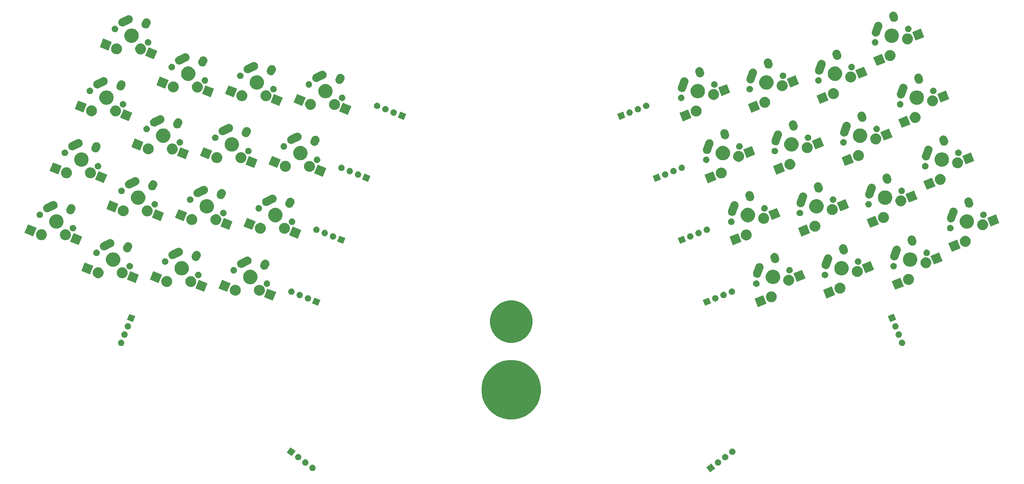
<source format=gbr>
G04 #@! TF.GenerationSoftware,KiCad,Pcbnew,(5.1.4)-1*
G04 #@! TF.CreationDate,2023-05-25T13:29:14-04:00*
G04 #@! TF.ProjectId,ThumbsUp,5468756d-6273-4557-902e-6b696361645f,rev?*
G04 #@! TF.SameCoordinates,Original*
G04 #@! TF.FileFunction,Soldermask,Bot*
G04 #@! TF.FilePolarity,Negative*
%FSLAX46Y46*%
G04 Gerber Fmt 4.6, Leading zero omitted, Abs format (unit mm)*
G04 Created by KiCad (PCBNEW (5.1.4)-1) date 2023-05-25 13:29:14*
%MOMM*%
%LPD*%
G04 APERTURE LIST*
%ADD10C,0.100000*%
G04 APERTURE END LIST*
D10*
G36*
X199712265Y-256123186D02*
G01*
X200367482Y-256992688D01*
X200367482Y-256992689D01*
X199546782Y-257611130D01*
X198928341Y-258077159D01*
X198928340Y-258077159D01*
X198111133Y-256992688D01*
X197843870Y-256638018D01*
X197843870Y-256638017D01*
X198809810Y-255910130D01*
X199283011Y-255553547D01*
X199283012Y-255553547D01*
X199712265Y-256123186D01*
X199712265Y-256123186D01*
G37*
G36*
X86046940Y-255916649D02*
G01*
X86113124Y-255923167D01*
X86282963Y-255974687D01*
X86439488Y-256058352D01*
X86475226Y-256087682D01*
X86576683Y-256170944D01*
X86659945Y-256272401D01*
X86689275Y-256308139D01*
X86772940Y-256464664D01*
X86824460Y-256634503D01*
X86841856Y-256811130D01*
X86824460Y-256987757D01*
X86772940Y-257157596D01*
X86689275Y-257314121D01*
X86659945Y-257349859D01*
X86576683Y-257451316D01*
X86475226Y-257534578D01*
X86439488Y-257563908D01*
X86282963Y-257647573D01*
X86113124Y-257699093D01*
X86046939Y-257705612D01*
X85980757Y-257712130D01*
X85892237Y-257712130D01*
X85826055Y-257705612D01*
X85759870Y-257699093D01*
X85590031Y-257647573D01*
X85433506Y-257563908D01*
X85397768Y-257534578D01*
X85296311Y-257451316D01*
X85213049Y-257349859D01*
X85183719Y-257314121D01*
X85100054Y-257157596D01*
X85048534Y-256987757D01*
X85031138Y-256811130D01*
X85048534Y-256634503D01*
X85100054Y-256464664D01*
X85183719Y-256308139D01*
X85213049Y-256272401D01*
X85296311Y-256170944D01*
X85397768Y-256087682D01*
X85433506Y-256058352D01*
X85590031Y-255974687D01*
X85759870Y-255923167D01*
X85826054Y-255916649D01*
X85892237Y-255910130D01*
X85980757Y-255910130D01*
X86046940Y-255916649D01*
X86046940Y-255916649D01*
G37*
G36*
X201244652Y-254392261D02*
G01*
X201310837Y-254398780D01*
X201480676Y-254450300D01*
X201637201Y-254533965D01*
X201672939Y-254563295D01*
X201774396Y-254646557D01*
X201857658Y-254748014D01*
X201886988Y-254783752D01*
X201970653Y-254940277D01*
X202022173Y-255110116D01*
X202039569Y-255286743D01*
X202022173Y-255463370D01*
X201970653Y-255633209D01*
X201886988Y-255789734D01*
X201857658Y-255825472D01*
X201774396Y-255926929D01*
X201672939Y-256010191D01*
X201637201Y-256039521D01*
X201637199Y-256039522D01*
X201488579Y-256118962D01*
X201480676Y-256123186D01*
X201310837Y-256174706D01*
X201244652Y-256181225D01*
X201178470Y-256187743D01*
X201089950Y-256187743D01*
X201023768Y-256181225D01*
X200957583Y-256174706D01*
X200787744Y-256123186D01*
X200779842Y-256118962D01*
X200631221Y-256039522D01*
X200631219Y-256039521D01*
X200595481Y-256010191D01*
X200494024Y-255926929D01*
X200410762Y-255825472D01*
X200381432Y-255789734D01*
X200297767Y-255633209D01*
X200246247Y-255463370D01*
X200228851Y-255286743D01*
X200246247Y-255110116D01*
X200297767Y-254940277D01*
X200381432Y-254783752D01*
X200410762Y-254748014D01*
X200494024Y-254646557D01*
X200595481Y-254563295D01*
X200631219Y-254533965D01*
X200787744Y-254450300D01*
X200957583Y-254398780D01*
X201023768Y-254392261D01*
X201089950Y-254385743D01*
X201178470Y-254385743D01*
X201244652Y-254392261D01*
X201244652Y-254392261D01*
G37*
G36*
X83995098Y-254385743D02*
G01*
X84084589Y-254394557D01*
X84254428Y-254446077D01*
X84254430Y-254446078D01*
X84332690Y-254487909D01*
X84410953Y-254529742D01*
X84446691Y-254559072D01*
X84548148Y-254642334D01*
X84631410Y-254743791D01*
X84660740Y-254779529D01*
X84744405Y-254936054D01*
X84795925Y-255105893D01*
X84813321Y-255282520D01*
X84795925Y-255459147D01*
X84744405Y-255628986D01*
X84660740Y-255785511D01*
X84657274Y-255789734D01*
X84548148Y-255922706D01*
X84446691Y-256005968D01*
X84410953Y-256035298D01*
X84254428Y-256118963D01*
X84084589Y-256170483D01*
X84041711Y-256174706D01*
X83952222Y-256183520D01*
X83863702Y-256183520D01*
X83774213Y-256174706D01*
X83731335Y-256170483D01*
X83561496Y-256118963D01*
X83404971Y-256035298D01*
X83369233Y-256005968D01*
X83267776Y-255922706D01*
X83158650Y-255789734D01*
X83155184Y-255785511D01*
X83071519Y-255628986D01*
X83019999Y-255459147D01*
X83002603Y-255282520D01*
X83019999Y-255105893D01*
X83071519Y-254936054D01*
X83155184Y-254779529D01*
X83184514Y-254743791D01*
X83267776Y-254642334D01*
X83369233Y-254559072D01*
X83404971Y-254529742D01*
X83483233Y-254487910D01*
X83561494Y-254446078D01*
X83561496Y-254446077D01*
X83731335Y-254394557D01*
X83820826Y-254385743D01*
X83863702Y-254381520D01*
X83952222Y-254381520D01*
X83995098Y-254385743D01*
X83995098Y-254385743D01*
G37*
G36*
X203273186Y-252863651D02*
G01*
X203339371Y-252870170D01*
X203509210Y-252921690D01*
X203665735Y-253005355D01*
X203701473Y-253034685D01*
X203802930Y-253117947D01*
X203886192Y-253219404D01*
X203915522Y-253255142D01*
X203999187Y-253411667D01*
X204050707Y-253581506D01*
X204068103Y-253758133D01*
X204050707Y-253934760D01*
X203999187Y-254104599D01*
X203915522Y-254261124D01*
X203886192Y-254296862D01*
X203802930Y-254398319D01*
X203701473Y-254481581D01*
X203665735Y-254510911D01*
X203665733Y-254510912D01*
X203517113Y-254590352D01*
X203509210Y-254594576D01*
X203339371Y-254646096D01*
X203273187Y-254652614D01*
X203207004Y-254659133D01*
X203118484Y-254659133D01*
X203052301Y-254652614D01*
X202986117Y-254646096D01*
X202816278Y-254594576D01*
X202808376Y-254590352D01*
X202659755Y-254510912D01*
X202659753Y-254510911D01*
X202624015Y-254481581D01*
X202522558Y-254398319D01*
X202439296Y-254296862D01*
X202409966Y-254261124D01*
X202326301Y-254104599D01*
X202274781Y-253934760D01*
X202257385Y-253758133D01*
X202274781Y-253581506D01*
X202326301Y-253411667D01*
X202409966Y-253255142D01*
X202439296Y-253219404D01*
X202522558Y-253117947D01*
X202624015Y-253034685D01*
X202659753Y-253005355D01*
X202816278Y-252921690D01*
X202986117Y-252870170D01*
X203052302Y-252863651D01*
X203118484Y-252857133D01*
X203207004Y-252857133D01*
X203273186Y-252863651D01*
X203273186Y-252863651D01*
G37*
G36*
X81966564Y-252857133D02*
G01*
X82056055Y-252865947D01*
X82225894Y-252917467D01*
X82225896Y-252917468D01*
X82304156Y-252959299D01*
X82382419Y-253001132D01*
X82418157Y-253030462D01*
X82519614Y-253113724D01*
X82602876Y-253215181D01*
X82632206Y-253250919D01*
X82715871Y-253407444D01*
X82767391Y-253577283D01*
X82784787Y-253753910D01*
X82767391Y-253930537D01*
X82715871Y-254100376D01*
X82632206Y-254256901D01*
X82628740Y-254261124D01*
X82519614Y-254394096D01*
X82418157Y-254477358D01*
X82382419Y-254506688D01*
X82225894Y-254590353D01*
X82056055Y-254641873D01*
X81989871Y-254648391D01*
X81923688Y-254654910D01*
X81835168Y-254654910D01*
X81768985Y-254648391D01*
X81702801Y-254641873D01*
X81532962Y-254590353D01*
X81376437Y-254506688D01*
X81340699Y-254477358D01*
X81239242Y-254394096D01*
X81130116Y-254261124D01*
X81126650Y-254256901D01*
X81042985Y-254100376D01*
X80991465Y-253930537D01*
X80974069Y-253753910D01*
X80991465Y-253577283D01*
X81042985Y-253407444D01*
X81126650Y-253250919D01*
X81155980Y-253215181D01*
X81239242Y-253113724D01*
X81340699Y-253030462D01*
X81376437Y-253001132D01*
X81454700Y-252959299D01*
X81532960Y-252917468D01*
X81532962Y-252917467D01*
X81702801Y-252865947D01*
X81792292Y-252857133D01*
X81835168Y-252852910D01*
X81923688Y-252852910D01*
X81966564Y-252857133D01*
X81966564Y-252857133D01*
G37*
G36*
X80175269Y-251341560D02*
G01*
X81112700Y-252047964D01*
X81112700Y-252047965D01*
X80842788Y-252406150D01*
X80028230Y-253487106D01*
X80028229Y-253487106D01*
X79272293Y-252917467D01*
X78589088Y-252402636D01*
X78589088Y-252402635D01*
X79098568Y-251726532D01*
X79673558Y-250963494D01*
X79673559Y-250963494D01*
X80175269Y-251341560D01*
X80175269Y-251341560D01*
G37*
G36*
X205301721Y-251335041D02*
G01*
X205367906Y-251341560D01*
X205537745Y-251393080D01*
X205694270Y-251476745D01*
X205730008Y-251506075D01*
X205831465Y-251589337D01*
X205914727Y-251690794D01*
X205944057Y-251726532D01*
X206027722Y-251883057D01*
X206079242Y-252052896D01*
X206096638Y-252229523D01*
X206079242Y-252406150D01*
X206027722Y-252575989D01*
X205944057Y-252732514D01*
X205914727Y-252768252D01*
X205831465Y-252869709D01*
X205730008Y-252952971D01*
X205694270Y-252982301D01*
X205537745Y-253065966D01*
X205367906Y-253117486D01*
X205301722Y-253124004D01*
X205235539Y-253130523D01*
X205147019Y-253130523D01*
X205080836Y-253124004D01*
X205014652Y-253117486D01*
X204844813Y-253065966D01*
X204688288Y-252982301D01*
X204652550Y-252952971D01*
X204551093Y-252869709D01*
X204467831Y-252768252D01*
X204438501Y-252732514D01*
X204354836Y-252575989D01*
X204303316Y-252406150D01*
X204285920Y-252229523D01*
X204303316Y-252052896D01*
X204354836Y-251883057D01*
X204438501Y-251726532D01*
X204467831Y-251690794D01*
X204551093Y-251589337D01*
X204652550Y-251506075D01*
X204688288Y-251476745D01*
X204844813Y-251393080D01*
X205014652Y-251341560D01*
X205080837Y-251335041D01*
X205147019Y-251328523D01*
X205235539Y-251328523D01*
X205301721Y-251335041D01*
X205301721Y-251335041D01*
G37*
G36*
X144865065Y-226473766D02*
G01*
X146403048Y-227110820D01*
X146403050Y-227110821D01*
X147787199Y-228035679D01*
X148964321Y-229212801D01*
X149889179Y-230596950D01*
X149889180Y-230596952D01*
X150526234Y-232134935D01*
X150851000Y-233767648D01*
X150851000Y-235432352D01*
X150526234Y-237065065D01*
X149951012Y-238453773D01*
X149889179Y-238603050D01*
X148964321Y-239987199D01*
X147787199Y-241164321D01*
X146403050Y-242089179D01*
X146403049Y-242089180D01*
X146403048Y-242089180D01*
X144865065Y-242726234D01*
X143232352Y-243051000D01*
X141567648Y-243051000D01*
X139934935Y-242726234D01*
X138396952Y-242089180D01*
X138396951Y-242089180D01*
X138396950Y-242089179D01*
X137012801Y-241164321D01*
X135835679Y-239987199D01*
X134910821Y-238603050D01*
X134848988Y-238453773D01*
X134273766Y-237065065D01*
X133949000Y-235432352D01*
X133949000Y-233767648D01*
X134273766Y-232134935D01*
X134910820Y-230596952D01*
X134910821Y-230596950D01*
X135835679Y-229212801D01*
X137012801Y-228035679D01*
X138396950Y-227110821D01*
X138396952Y-227110820D01*
X139934935Y-226473766D01*
X141567648Y-226149000D01*
X143232352Y-226149000D01*
X144865065Y-226473766D01*
X144865065Y-226473766D01*
G37*
G36*
X31689805Y-220363102D02*
G01*
X31755989Y-220369620D01*
X31925828Y-220421140D01*
X32082353Y-220504805D01*
X32118091Y-220534135D01*
X32219548Y-220617397D01*
X32302810Y-220718854D01*
X32332140Y-220754592D01*
X32415805Y-220911117D01*
X32467325Y-221080956D01*
X32484721Y-221257583D01*
X32467325Y-221434210D01*
X32415805Y-221604049D01*
X32332140Y-221760574D01*
X32302810Y-221796312D01*
X32219548Y-221897769D01*
X32118091Y-221981031D01*
X32082353Y-222010361D01*
X31925828Y-222094026D01*
X31755989Y-222145546D01*
X31689804Y-222152065D01*
X31623622Y-222158583D01*
X31535102Y-222158583D01*
X31468920Y-222152065D01*
X31402735Y-222145546D01*
X31232896Y-222094026D01*
X31076371Y-222010361D01*
X31040633Y-221981031D01*
X30939176Y-221897769D01*
X30855914Y-221796312D01*
X30826584Y-221760574D01*
X30742919Y-221604049D01*
X30691399Y-221434210D01*
X30674003Y-221257583D01*
X30691399Y-221080956D01*
X30742919Y-220911117D01*
X30826584Y-220754592D01*
X30855914Y-220718854D01*
X30939176Y-220617397D01*
X31040633Y-220534135D01*
X31076371Y-220504805D01*
X31232896Y-220421140D01*
X31402735Y-220369620D01*
X31468919Y-220363102D01*
X31535102Y-220356583D01*
X31623622Y-220356583D01*
X31689805Y-220363102D01*
X31689805Y-220363102D01*
G37*
G36*
X253546675Y-220360617D02*
G01*
X253612859Y-220367135D01*
X253782698Y-220418655D01*
X253939223Y-220502320D01*
X253974961Y-220531650D01*
X254076418Y-220614912D01*
X254159680Y-220716369D01*
X254189010Y-220752107D01*
X254272675Y-220908632D01*
X254324195Y-221078471D01*
X254341591Y-221255098D01*
X254324195Y-221431725D01*
X254272675Y-221601564D01*
X254189010Y-221758089D01*
X254159680Y-221793827D01*
X254076418Y-221895284D01*
X253974961Y-221978546D01*
X253939223Y-222007876D01*
X253782698Y-222091541D01*
X253612859Y-222143061D01*
X253546674Y-222149580D01*
X253480492Y-222156098D01*
X253391972Y-222156098D01*
X253325790Y-222149580D01*
X253259605Y-222143061D01*
X253089766Y-222091541D01*
X252933241Y-222007876D01*
X252897503Y-221978546D01*
X252796046Y-221895284D01*
X252712784Y-221793827D01*
X252683454Y-221758089D01*
X252599789Y-221601564D01*
X252548269Y-221431725D01*
X252530873Y-221255098D01*
X252548269Y-221078471D01*
X252599789Y-220908632D01*
X252683454Y-220752107D01*
X252712784Y-220716369D01*
X252796046Y-220614912D01*
X252897503Y-220531650D01*
X252933241Y-220502320D01*
X253089766Y-220418655D01*
X253259605Y-220367135D01*
X253325789Y-220360617D01*
X253391972Y-220354098D01*
X253480492Y-220354098D01*
X253546675Y-220360617D01*
X253546675Y-220360617D01*
G37*
G36*
X144165010Y-209381536D02*
G01*
X145266222Y-209837673D01*
X146257287Y-210499881D01*
X147100119Y-211342713D01*
X147762327Y-212333778D01*
X148218464Y-213434990D01*
X148451000Y-214604027D01*
X148451000Y-215795973D01*
X148218464Y-216965010D01*
X147762327Y-218066222D01*
X147100119Y-219057287D01*
X146257287Y-219900119D01*
X145266222Y-220562327D01*
X144165010Y-221018464D01*
X142995973Y-221251000D01*
X141804027Y-221251000D01*
X140634990Y-221018464D01*
X139533778Y-220562327D01*
X138542713Y-219900119D01*
X137699881Y-219057287D01*
X137037673Y-218066222D01*
X136581536Y-216965010D01*
X136349000Y-215795973D01*
X136349000Y-214604027D01*
X136581536Y-213434990D01*
X137037673Y-212333778D01*
X137699881Y-211342713D01*
X138542713Y-210499881D01*
X139533778Y-209837673D01*
X140634990Y-209381536D01*
X141804027Y-209149000D01*
X142995973Y-209149000D01*
X144165010Y-209381536D01*
X144165010Y-209381536D01*
G37*
G36*
X32641305Y-218008054D02*
G01*
X32707490Y-218014573D01*
X32877329Y-218066093D01*
X33033854Y-218149758D01*
X33069592Y-218179088D01*
X33171049Y-218262350D01*
X33228731Y-218332637D01*
X33283641Y-218399545D01*
X33367306Y-218556070D01*
X33418826Y-218725909D01*
X33436222Y-218902536D01*
X33418826Y-219079163D01*
X33367306Y-219249002D01*
X33283641Y-219405527D01*
X33254311Y-219441265D01*
X33171049Y-219542722D01*
X33069592Y-219625984D01*
X33033854Y-219655314D01*
X32877329Y-219738979D01*
X32707490Y-219790499D01*
X32641306Y-219797017D01*
X32575123Y-219803536D01*
X32486603Y-219803536D01*
X32420420Y-219797017D01*
X32354236Y-219790499D01*
X32184397Y-219738979D01*
X32027872Y-219655314D01*
X31992134Y-219625984D01*
X31890677Y-219542722D01*
X31807415Y-219441265D01*
X31778085Y-219405527D01*
X31694420Y-219249002D01*
X31642900Y-219079163D01*
X31625504Y-218902536D01*
X31642900Y-218725909D01*
X31694420Y-218556070D01*
X31778085Y-218399545D01*
X31832995Y-218332637D01*
X31890677Y-218262350D01*
X31992134Y-218179088D01*
X32027872Y-218149758D01*
X32184397Y-218066093D01*
X32354236Y-218014573D01*
X32420421Y-218008054D01*
X32486603Y-218001536D01*
X32575123Y-218001536D01*
X32641305Y-218008054D01*
X32641305Y-218008054D01*
G37*
G36*
X252595173Y-218005569D02*
G01*
X252661358Y-218012088D01*
X252831197Y-218063608D01*
X252831199Y-218063609D01*
X252836089Y-218066223D01*
X252987722Y-218147273D01*
X253023460Y-218176603D01*
X253124917Y-218259865D01*
X253208179Y-218361322D01*
X253237509Y-218397060D01*
X253321174Y-218553585D01*
X253372694Y-218723424D01*
X253390090Y-218900051D01*
X253372694Y-219076678D01*
X253321174Y-219246517D01*
X253237509Y-219403042D01*
X253208179Y-219438780D01*
X253124917Y-219540237D01*
X253023460Y-219623499D01*
X252987722Y-219652829D01*
X252831197Y-219736494D01*
X252661358Y-219788014D01*
X252595173Y-219794533D01*
X252528991Y-219801051D01*
X252440471Y-219801051D01*
X252374289Y-219794533D01*
X252308104Y-219788014D01*
X252138265Y-219736494D01*
X251981740Y-219652829D01*
X251946002Y-219623499D01*
X251844545Y-219540237D01*
X251761283Y-219438780D01*
X251731953Y-219403042D01*
X251648288Y-219246517D01*
X251596768Y-219076678D01*
X251579372Y-218900051D01*
X251596768Y-218723424D01*
X251648288Y-218553585D01*
X251731953Y-218397060D01*
X251761283Y-218361322D01*
X251844545Y-218259865D01*
X251946002Y-218176603D01*
X251981740Y-218147273D01*
X252133373Y-218066223D01*
X252138263Y-218063609D01*
X252138265Y-218063608D01*
X252308104Y-218012088D01*
X252374289Y-218005569D01*
X252440471Y-217999051D01*
X252528991Y-217999051D01*
X252595173Y-218005569D01*
X252595173Y-218005569D01*
G37*
G36*
X33592805Y-215653007D02*
G01*
X33658990Y-215659526D01*
X33828829Y-215711046D01*
X33985354Y-215794711D01*
X34021092Y-215824041D01*
X34122549Y-215907303D01*
X34205811Y-216008760D01*
X34235141Y-216044498D01*
X34318806Y-216201023D01*
X34370326Y-216370862D01*
X34387722Y-216547489D01*
X34370326Y-216724116D01*
X34318806Y-216893955D01*
X34235141Y-217050480D01*
X34205811Y-217086218D01*
X34122549Y-217187675D01*
X34021092Y-217270937D01*
X33985354Y-217300267D01*
X33828829Y-217383932D01*
X33658990Y-217435452D01*
X33592806Y-217441970D01*
X33526623Y-217448489D01*
X33438103Y-217448489D01*
X33371920Y-217441970D01*
X33305736Y-217435452D01*
X33135897Y-217383932D01*
X32979372Y-217300267D01*
X32943634Y-217270937D01*
X32842177Y-217187675D01*
X32758915Y-217086218D01*
X32729585Y-217050480D01*
X32645920Y-216893955D01*
X32594400Y-216724116D01*
X32577004Y-216547489D01*
X32594400Y-216370862D01*
X32645920Y-216201023D01*
X32729585Y-216044498D01*
X32758915Y-216008760D01*
X32842177Y-215907303D01*
X32943634Y-215824041D01*
X32979372Y-215794711D01*
X33135897Y-215711046D01*
X33305736Y-215659526D01*
X33371921Y-215653007D01*
X33438103Y-215646489D01*
X33526623Y-215646489D01*
X33592805Y-215653007D01*
X33592805Y-215653007D01*
G37*
G36*
X251643673Y-215650522D02*
G01*
X251709858Y-215657041D01*
X251879697Y-215708561D01*
X252036222Y-215792226D01*
X252071960Y-215821556D01*
X252173417Y-215904818D01*
X252256679Y-216006275D01*
X252286009Y-216042013D01*
X252369674Y-216198538D01*
X252421194Y-216368377D01*
X252438590Y-216545004D01*
X252421194Y-216721631D01*
X252369674Y-216891470D01*
X252286009Y-217047995D01*
X252256679Y-217083733D01*
X252173417Y-217185190D01*
X252071960Y-217268452D01*
X252036222Y-217297782D01*
X251879697Y-217381447D01*
X251709858Y-217432967D01*
X251643674Y-217439485D01*
X251577491Y-217446004D01*
X251488971Y-217446004D01*
X251422788Y-217439485D01*
X251356604Y-217432967D01*
X251186765Y-217381447D01*
X251030240Y-217297782D01*
X250994502Y-217268452D01*
X250893045Y-217185190D01*
X250809783Y-217083733D01*
X250780453Y-217047995D01*
X250696788Y-216891470D01*
X250645268Y-216721631D01*
X250627872Y-216545004D01*
X250645268Y-216368377D01*
X250696788Y-216198538D01*
X250780453Y-216042013D01*
X250809783Y-216006275D01*
X250893045Y-215904818D01*
X250994502Y-215821556D01*
X251030240Y-215792226D01*
X251186765Y-215708561D01*
X251356604Y-215657041D01*
X251422789Y-215650522D01*
X251488971Y-215644004D01*
X251577491Y-215644004D01*
X251643673Y-215650522D01*
X251643673Y-215650522D01*
G37*
G36*
X35606778Y-213694569D02*
G01*
X34931737Y-215365356D01*
X33260950Y-214690315D01*
X33935991Y-213019528D01*
X35606778Y-213694569D01*
X35606778Y-213694569D01*
G37*
G36*
X251754644Y-214687830D02*
G01*
X250083857Y-215362871D01*
X249408816Y-213692084D01*
X251079603Y-213017043D01*
X251754644Y-214687830D01*
X251754644Y-214687830D01*
G37*
G36*
X214947713Y-210108084D02*
G01*
X212488821Y-211101541D01*
X211514095Y-208689008D01*
X213972987Y-207695551D01*
X214947713Y-210108084D01*
X214947713Y-210108084D01*
G37*
G36*
X88174977Y-209048666D02*
G01*
X87499936Y-210719453D01*
X85829149Y-210044412D01*
X86504190Y-208373625D01*
X88174977Y-209048666D01*
X88174977Y-209048666D01*
G37*
G36*
X199186444Y-210041927D02*
G01*
X197515657Y-210716968D01*
X196840616Y-209046181D01*
X198511403Y-208371140D01*
X199186444Y-210041927D01*
X199186444Y-210041927D01*
G37*
G36*
X216595051Y-206640397D02*
G01*
X216744876Y-206670199D01*
X217027140Y-206787116D01*
X217281171Y-206956854D01*
X217497207Y-207172890D01*
X217666945Y-207426921D01*
X217782988Y-207707075D01*
X217783862Y-207709186D01*
X217843466Y-208008834D01*
X217843466Y-208314356D01*
X217831676Y-208373626D01*
X217783862Y-208614005D01*
X217666945Y-208896269D01*
X217497207Y-209150300D01*
X217281171Y-209366336D01*
X217027140Y-209536074D01*
X216744876Y-209652991D01*
X216595051Y-209682793D01*
X216445227Y-209712595D01*
X216139705Y-209712595D01*
X215989881Y-209682793D01*
X215840056Y-209652991D01*
X215557792Y-209536074D01*
X215303761Y-209366336D01*
X215087725Y-209150300D01*
X214917987Y-208896269D01*
X214801070Y-208614005D01*
X214753256Y-208373626D01*
X214741466Y-208314356D01*
X214741466Y-208008834D01*
X214801070Y-207709186D01*
X214801944Y-207707075D01*
X214917987Y-207426921D01*
X215087725Y-207172890D01*
X215303761Y-206956854D01*
X215557792Y-206787116D01*
X215840056Y-206670199D01*
X215989881Y-206640397D01*
X216139705Y-206610595D01*
X216445227Y-206610595D01*
X216595051Y-206640397D01*
X216595051Y-206640397D01*
G37*
G36*
X84757459Y-207700557D02*
G01*
X84823643Y-207707075D01*
X84993482Y-207758595D01*
X85150007Y-207842260D01*
X85185745Y-207871590D01*
X85287202Y-207954852D01*
X85370464Y-208056309D01*
X85399794Y-208092047D01*
X85483459Y-208248572D01*
X85534979Y-208418411D01*
X85552375Y-208595038D01*
X85534979Y-208771665D01*
X85483459Y-208941504D01*
X85399794Y-209098029D01*
X85370464Y-209133767D01*
X85287202Y-209235224D01*
X85185745Y-209318486D01*
X85150007Y-209347816D01*
X84993482Y-209431481D01*
X84823643Y-209483001D01*
X84757459Y-209489519D01*
X84691276Y-209496038D01*
X84602756Y-209496038D01*
X84536574Y-209489520D01*
X84470389Y-209483001D01*
X84300550Y-209431481D01*
X84144025Y-209347816D01*
X84108287Y-209318486D01*
X84006830Y-209235224D01*
X83923568Y-209133767D01*
X83894238Y-209098029D01*
X83810573Y-208941504D01*
X83759053Y-208771665D01*
X83741657Y-208595038D01*
X83759053Y-208418411D01*
X83810573Y-208248572D01*
X83894238Y-208092047D01*
X83923568Y-208056309D01*
X84006830Y-207954852D01*
X84108287Y-207871590D01*
X84144025Y-207842260D01*
X84300550Y-207758595D01*
X84470389Y-207707075D01*
X84536574Y-207700556D01*
X84602756Y-207694038D01*
X84691276Y-207694038D01*
X84757459Y-207700557D01*
X84757459Y-207700557D01*
G37*
G36*
X200479020Y-207698072D02*
G01*
X200545204Y-207704590D01*
X200715043Y-207756110D01*
X200871568Y-207839775D01*
X200885607Y-207851297D01*
X201008763Y-207952367D01*
X201055104Y-208008835D01*
X201121355Y-208089562D01*
X201205020Y-208246087D01*
X201256540Y-208415926D01*
X201273936Y-208592553D01*
X201256540Y-208769180D01*
X201205020Y-208939019D01*
X201121355Y-209095544D01*
X201092025Y-209131282D01*
X201008763Y-209232739D01*
X200907306Y-209316001D01*
X200871568Y-209345331D01*
X200715043Y-209428996D01*
X200545204Y-209480516D01*
X200479019Y-209487035D01*
X200412837Y-209493553D01*
X200324317Y-209493553D01*
X200258134Y-209487034D01*
X200191950Y-209480516D01*
X200022111Y-209428996D01*
X199865586Y-209345331D01*
X199829848Y-209316001D01*
X199728391Y-209232739D01*
X199645129Y-209131282D01*
X199615799Y-209095544D01*
X199532134Y-208939019D01*
X199480614Y-208769180D01*
X199463218Y-208592553D01*
X199480614Y-208415926D01*
X199532134Y-208246087D01*
X199615799Y-208089562D01*
X199682050Y-208008835D01*
X199728391Y-207952367D01*
X199851547Y-207851297D01*
X199865586Y-207839775D01*
X200022111Y-207756110D01*
X200191950Y-207704590D01*
X200258135Y-207698071D01*
X200324317Y-207691553D01*
X200412837Y-207691553D01*
X200479020Y-207698072D01*
X200479020Y-207698072D01*
G37*
G36*
X75605489Y-206817596D02*
G01*
X74630763Y-209230129D01*
X72171871Y-208236672D01*
X73146597Y-205824139D01*
X75605489Y-206817596D01*
X75605489Y-206817596D01*
G37*
G36*
X234437239Y-207641992D02*
G01*
X231978347Y-208635449D01*
X231003621Y-206222916D01*
X233462513Y-205229459D01*
X234437239Y-207641992D01*
X234437239Y-207641992D01*
G37*
G36*
X82396995Y-206748523D02*
G01*
X82468596Y-206755575D01*
X82638435Y-206807095D01*
X82794960Y-206890760D01*
X82806516Y-206900244D01*
X82932155Y-207003352D01*
X83015417Y-207104809D01*
X83044747Y-207140547D01*
X83044748Y-207140549D01*
X83124099Y-207289002D01*
X83128412Y-207297072D01*
X83179932Y-207466911D01*
X83197328Y-207643538D01*
X83179932Y-207820165D01*
X83128412Y-207990004D01*
X83044747Y-208146529D01*
X83015417Y-208182267D01*
X82932155Y-208283724D01*
X82830698Y-208366986D01*
X82794960Y-208396316D01*
X82638435Y-208479981D01*
X82468596Y-208531501D01*
X82402411Y-208538020D01*
X82336229Y-208544538D01*
X82247709Y-208544538D01*
X82181527Y-208538020D01*
X82115342Y-208531501D01*
X81945503Y-208479981D01*
X81788978Y-208396316D01*
X81753240Y-208366986D01*
X81651783Y-208283724D01*
X81568521Y-208182267D01*
X81539191Y-208146529D01*
X81455526Y-207990004D01*
X81404006Y-207820165D01*
X81386610Y-207643538D01*
X81404006Y-207466911D01*
X81455526Y-207297072D01*
X81459840Y-207289002D01*
X81539190Y-207140549D01*
X81539191Y-207140547D01*
X81568521Y-207104809D01*
X81651783Y-207003352D01*
X81777422Y-206900244D01*
X81788978Y-206890760D01*
X81945503Y-206807095D01*
X82115342Y-206755575D01*
X82186943Y-206748523D01*
X82247709Y-206742538D01*
X82336229Y-206742538D01*
X82396995Y-206748523D01*
X82396995Y-206748523D01*
G37*
G36*
X202834067Y-206746572D02*
G01*
X202900251Y-206753090D01*
X203070090Y-206804610D01*
X203226615Y-206888275D01*
X203241199Y-206900244D01*
X203363810Y-207000867D01*
X203420530Y-207069982D01*
X203476402Y-207138062D01*
X203560067Y-207294587D01*
X203611587Y-207464426D01*
X203628983Y-207641053D01*
X203611587Y-207817680D01*
X203560067Y-207987519D01*
X203476402Y-208144044D01*
X203447072Y-208179782D01*
X203363810Y-208281239D01*
X203262353Y-208364501D01*
X203226615Y-208393831D01*
X203070090Y-208477496D01*
X202900251Y-208529016D01*
X202834066Y-208535535D01*
X202767884Y-208542053D01*
X202679364Y-208542053D01*
X202613182Y-208535535D01*
X202546997Y-208529016D01*
X202377158Y-208477496D01*
X202220633Y-208393831D01*
X202184895Y-208364501D01*
X202083438Y-208281239D01*
X202000176Y-208179782D01*
X201970846Y-208144044D01*
X201887181Y-207987519D01*
X201835661Y-207817680D01*
X201818265Y-207641053D01*
X201835661Y-207464426D01*
X201887181Y-207294587D01*
X201970846Y-207138062D01*
X202026718Y-207069982D01*
X202083438Y-207000867D01*
X202206049Y-206900244D01*
X202220633Y-206888275D01*
X202377158Y-206804610D01*
X202546997Y-206753090D01*
X202613181Y-206746572D01*
X202679364Y-206740053D01*
X202767884Y-206740053D01*
X202834067Y-206746572D01*
X202834067Y-206746572D01*
G37*
G36*
X71083340Y-204764897D02*
G01*
X71304563Y-204808901D01*
X71586827Y-204925818D01*
X71840858Y-205095556D01*
X72056894Y-205311592D01*
X72226632Y-205565623D01*
X72343549Y-205847887D01*
X72403153Y-206147537D01*
X72403153Y-206453057D01*
X72343549Y-206752707D01*
X72226632Y-207034971D01*
X72056894Y-207289002D01*
X71840858Y-207505038D01*
X71586827Y-207674776D01*
X71304563Y-207791693D01*
X71173927Y-207817678D01*
X71004914Y-207851297D01*
X70699392Y-207851297D01*
X70530379Y-207817678D01*
X70399743Y-207791693D01*
X70117479Y-207674776D01*
X69863448Y-207505038D01*
X69647412Y-207289002D01*
X69477674Y-207034971D01*
X69360757Y-206752707D01*
X69301153Y-206453057D01*
X69301153Y-206147537D01*
X69360757Y-205847887D01*
X69477674Y-205565623D01*
X69647412Y-205311592D01*
X69863448Y-205095556D01*
X70117479Y-204925818D01*
X70399743Y-204808901D01*
X70620966Y-204764897D01*
X70699392Y-204749297D01*
X71004914Y-204749297D01*
X71083340Y-204764897D01*
X71083340Y-204764897D01*
G37*
G36*
X64284968Y-204749297D02*
G01*
X64465445Y-204785196D01*
X64747709Y-204902113D01*
X65001740Y-205071851D01*
X65217776Y-205287887D01*
X65387514Y-205541918D01*
X65504431Y-205824182D01*
X65564035Y-206123832D01*
X65564035Y-206429352D01*
X65504431Y-206729002D01*
X65387514Y-207011266D01*
X65217776Y-207265297D01*
X65001740Y-207481333D01*
X64747709Y-207651071D01*
X64465445Y-207767988D01*
X64346272Y-207791693D01*
X64165796Y-207827592D01*
X63860274Y-207827592D01*
X63679798Y-207791693D01*
X63560625Y-207767988D01*
X63278361Y-207651071D01*
X63024330Y-207481333D01*
X62808294Y-207265297D01*
X62638556Y-207011266D01*
X62521639Y-206729002D01*
X62462035Y-206429352D01*
X62462035Y-206123832D01*
X62521639Y-205824182D01*
X62638556Y-205541918D01*
X62808294Y-205287887D01*
X63024330Y-205071851D01*
X63278361Y-204902113D01*
X63560625Y-204785196D01*
X63741102Y-204749297D01*
X63860274Y-204725592D01*
X64165796Y-204725592D01*
X64284968Y-204749297D01*
X64284968Y-204749297D01*
G37*
G36*
X80047365Y-205797556D02*
G01*
X80113549Y-205804074D01*
X80283388Y-205855594D01*
X80439913Y-205939259D01*
X80475651Y-205968589D01*
X80577108Y-206051851D01*
X80636180Y-206123832D01*
X80689700Y-206189046D01*
X80773365Y-206345571D01*
X80824885Y-206515410D01*
X80842281Y-206692037D01*
X80824885Y-206868664D01*
X80773365Y-207038503D01*
X80689700Y-207195028D01*
X80660370Y-207230766D01*
X80577108Y-207332223D01*
X80475651Y-207415485D01*
X80439913Y-207444815D01*
X80283388Y-207528480D01*
X80113549Y-207580000D01*
X80047365Y-207586518D01*
X79981182Y-207593037D01*
X79892662Y-207593037D01*
X79826480Y-207586519D01*
X79760295Y-207580000D01*
X79590456Y-207528480D01*
X79433931Y-207444815D01*
X79398193Y-207415485D01*
X79296736Y-207332223D01*
X79213474Y-207230766D01*
X79184144Y-207195028D01*
X79100479Y-207038503D01*
X79048959Y-206868664D01*
X79031563Y-206692037D01*
X79048959Y-206515410D01*
X79100479Y-206345571D01*
X79184144Y-206189046D01*
X79237664Y-206123832D01*
X79296736Y-206051851D01*
X79398193Y-205968589D01*
X79433931Y-205939259D01*
X79590456Y-205855594D01*
X79760295Y-205804074D01*
X79826480Y-205797555D01*
X79892662Y-205791037D01*
X79981182Y-205791037D01*
X80047365Y-205797556D01*
X80047365Y-205797556D01*
G37*
G36*
X205189113Y-205795070D02*
G01*
X205255298Y-205801589D01*
X205425137Y-205853109D01*
X205581662Y-205936774D01*
X205617400Y-205966104D01*
X205718857Y-206049366D01*
X205799422Y-206147536D01*
X205831449Y-206186561D01*
X205915114Y-206343086D01*
X205966634Y-206512925D01*
X205984030Y-206689552D01*
X205966634Y-206866179D01*
X205915114Y-207036018D01*
X205831449Y-207192543D01*
X205802119Y-207228281D01*
X205718857Y-207329738D01*
X205617400Y-207413000D01*
X205581662Y-207442330D01*
X205535671Y-207466913D01*
X205464345Y-207505038D01*
X205425137Y-207525995D01*
X205255298Y-207577515D01*
X205189113Y-207584034D01*
X205122931Y-207590552D01*
X205034411Y-207590552D01*
X204968228Y-207584033D01*
X204902044Y-207577515D01*
X204732205Y-207525995D01*
X204692998Y-207505038D01*
X204621671Y-207466913D01*
X204575680Y-207442330D01*
X204539942Y-207413000D01*
X204438485Y-207329738D01*
X204355223Y-207228281D01*
X204325893Y-207192543D01*
X204242228Y-207036018D01*
X204190708Y-206866179D01*
X204173312Y-206689552D01*
X204190708Y-206512925D01*
X204242228Y-206343086D01*
X204325893Y-206186561D01*
X204357920Y-206147536D01*
X204438485Y-206049366D01*
X204539942Y-205966104D01*
X204575680Y-205936774D01*
X204732205Y-205853109D01*
X204902044Y-205801589D01*
X204968229Y-205795070D01*
X205034411Y-205788552D01*
X205122931Y-205788552D01*
X205189113Y-205795070D01*
X205189113Y-205795070D01*
G37*
G36*
X236084577Y-204174305D02*
G01*
X236234402Y-204204107D01*
X236516666Y-204321024D01*
X236770697Y-204490762D01*
X236986733Y-204706798D01*
X237156471Y-204960829D01*
X237273388Y-205243093D01*
X237332992Y-205542743D01*
X237332992Y-205848263D01*
X237273388Y-206147913D01*
X237156471Y-206430177D01*
X236986733Y-206684208D01*
X236770697Y-206900244D01*
X236516666Y-207069982D01*
X236234402Y-207186899D01*
X236084577Y-207216701D01*
X235934753Y-207246503D01*
X235629231Y-207246503D01*
X235479407Y-207216701D01*
X235329582Y-207186899D01*
X235047318Y-207069982D01*
X234793287Y-206900244D01*
X234577251Y-206684208D01*
X234407513Y-206430177D01*
X234290596Y-206147913D01*
X234230992Y-205848263D01*
X234230992Y-205542743D01*
X234290596Y-205243093D01*
X234407513Y-204960829D01*
X234577251Y-204706798D01*
X234793287Y-204490762D01*
X235047318Y-204321024D01*
X235329582Y-204204107D01*
X235479407Y-204174305D01*
X235629231Y-204144503D01*
X235934753Y-204144503D01*
X236084577Y-204174305D01*
X236084577Y-204174305D01*
G37*
G36*
X56115963Y-204335990D02*
G01*
X55141237Y-206748523D01*
X52682345Y-205755066D01*
X53657071Y-203342533D01*
X56115963Y-204335990D01*
X56115963Y-204335990D01*
G37*
G36*
X62668282Y-204330103D02*
G01*
X61693556Y-206742636D01*
X59234664Y-205749179D01*
X60209390Y-203336646D01*
X62668282Y-204330103D01*
X62668282Y-204330103D01*
G37*
G36*
X253926765Y-205160386D02*
G01*
X251467873Y-206153843D01*
X250493147Y-203741310D01*
X252952039Y-202747853D01*
X253926765Y-205160386D01*
X253926765Y-205160386D01*
G37*
G36*
X51665212Y-202297493D02*
G01*
X51815037Y-202327295D01*
X52097301Y-202444212D01*
X52351332Y-202613950D01*
X52567368Y-202829986D01*
X52737106Y-203084017D01*
X52854023Y-203366281D01*
X52913627Y-203665931D01*
X52913627Y-203971451D01*
X52854023Y-204271101D01*
X52737106Y-204553365D01*
X52567368Y-204807396D01*
X52351332Y-205023432D01*
X52097301Y-205193170D01*
X51815037Y-205310087D01*
X51665212Y-205339889D01*
X51515388Y-205369691D01*
X51209866Y-205369691D01*
X51060042Y-205339889D01*
X50910217Y-205310087D01*
X50627953Y-205193170D01*
X50373922Y-205023432D01*
X50157886Y-204807396D01*
X49988148Y-204553365D01*
X49871231Y-204271101D01*
X49811627Y-203971451D01*
X49811627Y-203665931D01*
X49871231Y-203366281D01*
X49988148Y-203084017D01*
X50157886Y-202829986D01*
X50373922Y-202613950D01*
X50627953Y-202444212D01*
X50910217Y-202327295D01*
X51060042Y-202297493D01*
X51209866Y-202267691D01*
X51515388Y-202267691D01*
X51665212Y-202297493D01*
X51665212Y-202297493D01*
G37*
G36*
X73251281Y-203530585D02*
G01*
X73419803Y-203600389D01*
X73571468Y-203701728D01*
X73700449Y-203830709D01*
X73801788Y-203982374D01*
X73871592Y-204150896D01*
X73907177Y-204329797D01*
X73907177Y-204512203D01*
X73871592Y-204691104D01*
X73801788Y-204859626D01*
X73700449Y-205011291D01*
X73571468Y-205140272D01*
X73419803Y-205241611D01*
X73251281Y-205311415D01*
X73072380Y-205347000D01*
X72889974Y-205347000D01*
X72711073Y-205311415D01*
X72542551Y-205241611D01*
X72390886Y-205140272D01*
X72261905Y-205011291D01*
X72160566Y-204859626D01*
X72090762Y-204691104D01*
X72055177Y-204512203D01*
X72055177Y-204329797D01*
X72090762Y-204150896D01*
X72160566Y-203982374D01*
X72261905Y-203830709D01*
X72390886Y-203701728D01*
X72542551Y-203600389D01*
X72711073Y-203530585D01*
X72889974Y-203495000D01*
X73072380Y-203495000D01*
X73251281Y-203530585D01*
X73251281Y-203530585D01*
G37*
G36*
X44795442Y-202267691D02*
G01*
X44975919Y-202303590D01*
X45258183Y-202420507D01*
X45512214Y-202590245D01*
X45728250Y-202806281D01*
X45897988Y-203060312D01*
X46014887Y-203342533D01*
X46014905Y-203342577D01*
X46052303Y-203530586D01*
X46074509Y-203642226D01*
X46074509Y-203947746D01*
X46014905Y-204247396D01*
X45897988Y-204529660D01*
X45728250Y-204783691D01*
X45512214Y-204999727D01*
X45258183Y-205169465D01*
X44975919Y-205286382D01*
X44826094Y-205316184D01*
X44676270Y-205345986D01*
X44370748Y-205345986D01*
X44220924Y-205316184D01*
X44071099Y-205286382D01*
X43788835Y-205169465D01*
X43534804Y-204999727D01*
X43318768Y-204783691D01*
X43149030Y-204529660D01*
X43032113Y-204247396D01*
X42972509Y-203947746D01*
X42972509Y-203642226D01*
X42994716Y-203530586D01*
X43032113Y-203342577D01*
X43032131Y-203342533D01*
X43149030Y-203060312D01*
X43318768Y-202806281D01*
X43534804Y-202590245D01*
X43788835Y-202420507D01*
X44071099Y-202303590D01*
X44251576Y-202267691D01*
X44370748Y-202243986D01*
X44676270Y-202243986D01*
X44795442Y-202267691D01*
X44795442Y-202267691D01*
G37*
G36*
X212304521Y-203512586D02*
G01*
X212473043Y-203582390D01*
X212624708Y-203683729D01*
X212753689Y-203812710D01*
X212855028Y-203964375D01*
X212924832Y-204132897D01*
X212960417Y-204311798D01*
X212960417Y-204494204D01*
X212924832Y-204673105D01*
X212855028Y-204841627D01*
X212753689Y-204993292D01*
X212624708Y-205122273D01*
X212473043Y-205223612D01*
X212304521Y-205293416D01*
X212125620Y-205329001D01*
X211943214Y-205329001D01*
X211764313Y-205293416D01*
X211595791Y-205223612D01*
X211444126Y-205122273D01*
X211315145Y-204993292D01*
X211213806Y-204841627D01*
X211144002Y-204673105D01*
X211108417Y-204494204D01*
X211108417Y-204311798D01*
X211144002Y-204132897D01*
X211213806Y-203964375D01*
X211315145Y-203812710D01*
X211444126Y-203683729D01*
X211595791Y-203582390D01*
X211764313Y-203512586D01*
X211943214Y-203477001D01*
X212125620Y-203477001D01*
X212304521Y-203512586D01*
X212304521Y-203512586D01*
G37*
G36*
X221515718Y-201903525D02*
G01*
X221680992Y-201936400D01*
X221963256Y-202053317D01*
X222217287Y-202223055D01*
X222433323Y-202439091D01*
X222603061Y-202693122D01*
X222693100Y-202910497D01*
X222719978Y-202975387D01*
X222779582Y-203275035D01*
X222779582Y-203580557D01*
X222755479Y-203701728D01*
X222719978Y-203880206D01*
X222603061Y-204162470D01*
X222433323Y-204416501D01*
X222217287Y-204632537D01*
X221963256Y-204802275D01*
X221680992Y-204919192D01*
X221531167Y-204948994D01*
X221381343Y-204978796D01*
X221075821Y-204978796D01*
X220925997Y-204948994D01*
X220776172Y-204919192D01*
X220493908Y-204802275D01*
X220239877Y-204632537D01*
X220023841Y-204416501D01*
X219854103Y-204162470D01*
X219737186Y-203880206D01*
X219701685Y-203701728D01*
X219677582Y-203580557D01*
X219677582Y-203275035D01*
X219737186Y-202975387D01*
X219764064Y-202910497D01*
X219854103Y-202693122D01*
X220023841Y-202439091D01*
X220239877Y-202223055D01*
X220493908Y-202053317D01*
X220776172Y-201936400D01*
X220941446Y-201903525D01*
X221075821Y-201876796D01*
X221381343Y-201876796D01*
X221515718Y-201903525D01*
X221515718Y-201903525D01*
G37*
G36*
X255574103Y-201692699D02*
G01*
X255723928Y-201722501D01*
X256006192Y-201839418D01*
X256260223Y-202009156D01*
X256476259Y-202225192D01*
X256645997Y-202479223D01*
X256762914Y-202761487D01*
X256822518Y-203061137D01*
X256822518Y-203366657D01*
X256762914Y-203666307D01*
X256645997Y-203948571D01*
X256476259Y-204202602D01*
X256260223Y-204418638D01*
X256006192Y-204588376D01*
X255723928Y-204705293D01*
X255621878Y-204725592D01*
X255424279Y-204764897D01*
X255118757Y-204764897D01*
X254921158Y-204725592D01*
X254819108Y-204705293D01*
X254536844Y-204588376D01*
X254282813Y-204418638D01*
X254066777Y-204202602D01*
X253897039Y-203948571D01*
X253780122Y-203666307D01*
X253720518Y-203366657D01*
X253720518Y-203061137D01*
X253780122Y-202761487D01*
X253897039Y-202479223D01*
X254066777Y-202225192D01*
X254282813Y-202009156D01*
X254536844Y-201839418D01*
X254819108Y-201722501D01*
X254968933Y-201692699D01*
X255118757Y-201662897D01*
X255424279Y-201662897D01*
X255574103Y-201692699D01*
X255574103Y-201692699D01*
G37*
G36*
X68867557Y-200551683D02*
G01*
X69083766Y-200641240D01*
X69239706Y-200705832D01*
X69574631Y-200929622D01*
X69859460Y-201214451D01*
X70083250Y-201549376D01*
X70083250Y-201549377D01*
X70237399Y-201921525D01*
X70315983Y-202316593D01*
X70315983Y-202719405D01*
X70237399Y-203114473D01*
X70147100Y-203332473D01*
X70083250Y-203486622D01*
X69859460Y-203821547D01*
X69574631Y-204106376D01*
X69239706Y-204330166D01*
X69085557Y-204394016D01*
X68867557Y-204484315D01*
X68472489Y-204562899D01*
X68069677Y-204562899D01*
X67674609Y-204484315D01*
X67456609Y-204394016D01*
X67302460Y-204330166D01*
X66967535Y-204106376D01*
X66682706Y-203821547D01*
X66458916Y-203486622D01*
X66395066Y-203332473D01*
X66304767Y-203114473D01*
X66226183Y-202719405D01*
X66226183Y-202316593D01*
X66304767Y-201921525D01*
X66458916Y-201549377D01*
X66458916Y-201549376D01*
X66682706Y-201214451D01*
X66967535Y-200929622D01*
X67302460Y-200705832D01*
X67458400Y-200641240D01*
X67674609Y-200551683D01*
X68069677Y-200473099D01*
X68472489Y-200473099D01*
X68867557Y-200551683D01*
X68867557Y-200551683D01*
G37*
G36*
X217340985Y-200533684D02*
G01*
X217449682Y-200578708D01*
X217713134Y-200687833D01*
X218048059Y-200911623D01*
X218332888Y-201196452D01*
X218556678Y-201531377D01*
X218595790Y-201625803D01*
X218710827Y-201903526D01*
X218789411Y-202298594D01*
X218789411Y-202701406D01*
X218710827Y-203096474D01*
X218703371Y-203114474D01*
X218556678Y-203468623D01*
X218332888Y-203803548D01*
X218048059Y-204088377D01*
X217713134Y-204312167D01*
X217558985Y-204376017D01*
X217340985Y-204466316D01*
X216945917Y-204544900D01*
X216543105Y-204544900D01*
X216148037Y-204466316D01*
X215930037Y-204376017D01*
X215775888Y-204312167D01*
X215440963Y-204088377D01*
X215156134Y-203803548D01*
X214932344Y-203468623D01*
X214785651Y-203114474D01*
X214778195Y-203096474D01*
X214699611Y-202701406D01*
X214699611Y-202298594D01*
X214778195Y-201903526D01*
X214893232Y-201625803D01*
X214932344Y-201531377D01*
X215156134Y-201196452D01*
X215440963Y-200911623D01*
X215775888Y-200687833D01*
X216039340Y-200578708D01*
X216148037Y-200533684D01*
X216543105Y-200455100D01*
X216945917Y-200455100D01*
X217340985Y-200533684D01*
X217340985Y-200533684D01*
G37*
G36*
X36626437Y-201854384D02*
G01*
X35651711Y-204266917D01*
X33192819Y-203273460D01*
X34167545Y-200860927D01*
X36626437Y-201854384D01*
X36626437Y-201854384D01*
G37*
G36*
X43178756Y-201848497D02*
G01*
X42204030Y-204261030D01*
X39745138Y-203267573D01*
X40719864Y-200855040D01*
X43178756Y-201848497D01*
X43178756Y-201848497D01*
G37*
G36*
X225981918Y-202910497D02*
G01*
X223523026Y-203903954D01*
X222548300Y-201491421D01*
X225007192Y-200497964D01*
X225981918Y-202910497D01*
X225981918Y-202910497D01*
G37*
G36*
X32128550Y-199806511D02*
G01*
X32325511Y-199845689D01*
X32607775Y-199962606D01*
X32861806Y-200132344D01*
X33077842Y-200348380D01*
X33247580Y-200602411D01*
X33364497Y-200884675D01*
X33387940Y-201002530D01*
X33424101Y-201184324D01*
X33424101Y-201489846D01*
X33417506Y-201522999D01*
X33364497Y-201789495D01*
X33247580Y-202071759D01*
X33077842Y-202325790D01*
X32861806Y-202541826D01*
X32607775Y-202711564D01*
X32325511Y-202828481D01*
X32175686Y-202858283D01*
X32025862Y-202888085D01*
X31720340Y-202888085D01*
X31570516Y-202858283D01*
X31420691Y-202828481D01*
X31138427Y-202711564D01*
X30884396Y-202541826D01*
X30668360Y-202325790D01*
X30498622Y-202071759D01*
X30381705Y-201789495D01*
X30328696Y-201522999D01*
X30322101Y-201489846D01*
X30322101Y-201184324D01*
X30358262Y-201002530D01*
X30381705Y-200884675D01*
X30498622Y-200602411D01*
X30668360Y-200348380D01*
X30884396Y-200132344D01*
X31138427Y-199962606D01*
X31420691Y-199845689D01*
X31617652Y-199806511D01*
X31720340Y-199786085D01*
X32025862Y-199786085D01*
X32128550Y-199806511D01*
X32128550Y-199806511D01*
G37*
G36*
X53761755Y-201048979D02*
G01*
X53930277Y-201118783D01*
X54081942Y-201220122D01*
X54210923Y-201349103D01*
X54312262Y-201500768D01*
X54382066Y-201669290D01*
X54417651Y-201848191D01*
X54417651Y-202030597D01*
X54382066Y-202209498D01*
X54312262Y-202378020D01*
X54210923Y-202529685D01*
X54081942Y-202658666D01*
X53930277Y-202760005D01*
X53761755Y-202829809D01*
X53582854Y-202865394D01*
X53400448Y-202865394D01*
X53221547Y-202829809D01*
X53053025Y-202760005D01*
X52901360Y-202658666D01*
X52772379Y-202529685D01*
X52671040Y-202378020D01*
X52601236Y-202209498D01*
X52565651Y-202030597D01*
X52565651Y-201848191D01*
X52601236Y-201669290D01*
X52671040Y-201500768D01*
X52772379Y-201349103D01*
X52901360Y-201220122D01*
X53053025Y-201118783D01*
X53221547Y-201048979D01*
X53400448Y-201013394D01*
X53582854Y-201013394D01*
X53761755Y-201048979D01*
X53761755Y-201048979D01*
G37*
G36*
X25305916Y-199786085D02*
G01*
X25486393Y-199821984D01*
X25768657Y-199938901D01*
X26022688Y-200108639D01*
X26238724Y-200324675D01*
X26408462Y-200578706D01*
X26525379Y-200860970D01*
X26535454Y-200911623D01*
X26584983Y-201160619D01*
X26584983Y-201466141D01*
X26578589Y-201498284D01*
X26525379Y-201765790D01*
X26408462Y-202048054D01*
X26238724Y-202302085D01*
X26022688Y-202518121D01*
X25768657Y-202687859D01*
X25486393Y-202804776D01*
X25336568Y-202834578D01*
X25186744Y-202864380D01*
X24881222Y-202864380D01*
X24731398Y-202834578D01*
X24581573Y-202804776D01*
X24299309Y-202687859D01*
X24045278Y-202518121D01*
X23829242Y-202302085D01*
X23659504Y-202048054D01*
X23542587Y-201765790D01*
X23489377Y-201498284D01*
X23482983Y-201466141D01*
X23482983Y-201160619D01*
X23532512Y-200911623D01*
X23542587Y-200860970D01*
X23659504Y-200578706D01*
X23829242Y-200324675D01*
X24045278Y-200108639D01*
X24299309Y-199938901D01*
X24581573Y-199821984D01*
X24762050Y-199786085D01*
X24881222Y-199762380D01*
X25186744Y-199762380D01*
X25305916Y-199786085D01*
X25305916Y-199786085D01*
G37*
G36*
X231794047Y-201046494D02*
G01*
X231962569Y-201116298D01*
X232114234Y-201217637D01*
X232243215Y-201346618D01*
X232344554Y-201498283D01*
X232414358Y-201666805D01*
X232449943Y-201845706D01*
X232449943Y-202028112D01*
X232414358Y-202207013D01*
X232344554Y-202375535D01*
X232243215Y-202527200D01*
X232114234Y-202656181D01*
X231962569Y-202757520D01*
X231794047Y-202827324D01*
X231615146Y-202862909D01*
X231432740Y-202862909D01*
X231253839Y-202827324D01*
X231085317Y-202757520D01*
X230933652Y-202656181D01*
X230804671Y-202527200D01*
X230703332Y-202375535D01*
X230633528Y-202207013D01*
X230597943Y-202028112D01*
X230597943Y-201845706D01*
X230633528Y-201666805D01*
X230703332Y-201498283D01*
X230804671Y-201346618D01*
X230933652Y-201217637D01*
X231085317Y-201116298D01*
X231253839Y-201046494D01*
X231432740Y-201010909D01*
X231615146Y-201010909D01*
X231794047Y-201046494D01*
X231794047Y-201046494D01*
G37*
G36*
X212955900Y-198551608D02*
G01*
X212962476Y-198551781D01*
X213043951Y-198551781D01*
X213065810Y-198556129D01*
X213083593Y-198558356D01*
X213101327Y-198559294D01*
X213105860Y-198559533D01*
X213184820Y-198579624D01*
X213191254Y-198581081D01*
X213271152Y-198596974D01*
X213291746Y-198605504D01*
X213308749Y-198611156D01*
X213330356Y-198616654D01*
X213403901Y-198651773D01*
X213409882Y-198654438D01*
X213485170Y-198685623D01*
X213503699Y-198698004D01*
X213519281Y-198706869D01*
X213539397Y-198716475D01*
X213604668Y-198765260D01*
X213610039Y-198769058D01*
X213677781Y-198814322D01*
X213693547Y-198830088D01*
X213707075Y-198841801D01*
X213724948Y-198855160D01*
X213779466Y-198915763D01*
X213783960Y-198920501D01*
X213841586Y-198978127D01*
X213853970Y-198996661D01*
X213864961Y-199010799D01*
X213879877Y-199027380D01*
X213921526Y-199097456D01*
X213925004Y-199102972D01*
X213970283Y-199170736D01*
X213978815Y-199191333D01*
X213986834Y-199207340D01*
X213998231Y-199226515D01*
X214025411Y-199303379D01*
X214027747Y-199309468D01*
X214058932Y-199384754D01*
X214059772Y-199388978D01*
X214063280Y-199406614D01*
X214068024Y-199423883D01*
X214075461Y-199444914D01*
X214087118Y-199525565D01*
X214088230Y-199532046D01*
X214104125Y-199611954D01*
X214104125Y-199634246D01*
X214105411Y-199652126D01*
X214108599Y-199674183D01*
X214104298Y-199755554D01*
X214104125Y-199762130D01*
X214104125Y-199843607D01*
X214099777Y-199865466D01*
X214097550Y-199883251D01*
X214096985Y-199893928D01*
X214096373Y-199905513D01*
X214076284Y-199984466D01*
X214074827Y-199990901D01*
X214058932Y-200070808D01*
X214025911Y-200150527D01*
X214023860Y-200155814D01*
X213352945Y-202009157D01*
X213346551Y-202026818D01*
X213271745Y-202183475D01*
X213133059Y-202369025D01*
X212960840Y-202523955D01*
X212761705Y-202642308D01*
X212543306Y-202719538D01*
X212314037Y-202752677D01*
X212102892Y-202741518D01*
X212082707Y-202740451D01*
X211992909Y-202717603D01*
X211858210Y-202683330D01*
X211649169Y-202583509D01*
X211463619Y-202444823D01*
X211308689Y-202272604D01*
X211190336Y-202073469D01*
X211113106Y-201855070D01*
X211079967Y-201625801D01*
X211092193Y-201394473D01*
X211092193Y-201394471D01*
X211135001Y-201226230D01*
X211788856Y-199420011D01*
X211793917Y-199401854D01*
X211796479Y-199388975D01*
X211797318Y-199384754D01*
X211830361Y-199304982D01*
X211832404Y-199299713D01*
X211842011Y-199273175D01*
X211842013Y-199273172D01*
X211842015Y-199273165D01*
X211852103Y-199252040D01*
X211854766Y-199246061D01*
X211885967Y-199170736D01*
X211898359Y-199152189D01*
X211907223Y-199136611D01*
X211916822Y-199116509D01*
X211936603Y-199090044D01*
X211965587Y-199051265D01*
X211969383Y-199045896D01*
X212014664Y-198978127D01*
X212030437Y-198962354D01*
X212042168Y-198948804D01*
X212055507Y-198930958D01*
X212116072Y-198876474D01*
X212120833Y-198871958D01*
X212178470Y-198814321D01*
X212197013Y-198801931D01*
X212211153Y-198790938D01*
X212227726Y-198776029D01*
X212297776Y-198734395D01*
X212303326Y-198730895D01*
X212317839Y-198721198D01*
X212371080Y-198685623D01*
X212391683Y-198677089D01*
X212407691Y-198669069D01*
X212426861Y-198657675D01*
X212503701Y-198630503D01*
X212509814Y-198628158D01*
X212585098Y-198596974D01*
X212606964Y-198592624D01*
X212624229Y-198587882D01*
X212645259Y-198580445D01*
X212725913Y-198568788D01*
X212732367Y-198567680D01*
X212812299Y-198551781D01*
X212834592Y-198551781D01*
X212852472Y-198550495D01*
X212874529Y-198547307D01*
X212955900Y-198551608D01*
X212955900Y-198551608D01*
G37*
G36*
X240917683Y-199420016D02*
G01*
X241170518Y-199470308D01*
X241452782Y-199587225D01*
X241706813Y-199756963D01*
X241922849Y-199972999D01*
X242092587Y-200227030D01*
X242209504Y-200509294D01*
X242217936Y-200551683D01*
X242269108Y-200808943D01*
X242269108Y-201114465D01*
X242248091Y-201220122D01*
X242209504Y-201414114D01*
X242092587Y-201696378D01*
X241922849Y-201950409D01*
X241706813Y-202166445D01*
X241452782Y-202336183D01*
X241170518Y-202453100D01*
X241020693Y-202482902D01*
X240870869Y-202512704D01*
X240565347Y-202512704D01*
X240415523Y-202482902D01*
X240265698Y-202453100D01*
X239983434Y-202336183D01*
X239729403Y-202166445D01*
X239513367Y-201950409D01*
X239343629Y-201696378D01*
X239226712Y-201414114D01*
X239188125Y-201220122D01*
X239167108Y-201114465D01*
X239167108Y-200808943D01*
X239218280Y-200551683D01*
X239226712Y-200509294D01*
X239343629Y-200227030D01*
X239513367Y-199972999D01*
X239729403Y-199756963D01*
X239983434Y-199587225D01*
X240265698Y-199470308D01*
X240518533Y-199420016D01*
X240565347Y-199410704D01*
X240870869Y-199410704D01*
X240917683Y-199420016D01*
X240917683Y-199420016D01*
G37*
G36*
X49378031Y-198070077D02*
G01*
X49593818Y-198159459D01*
X49750180Y-198224226D01*
X50085105Y-198448016D01*
X50369934Y-198732845D01*
X50593724Y-199067770D01*
X50642364Y-199185199D01*
X50747873Y-199439919D01*
X50826457Y-199834987D01*
X50826457Y-200237799D01*
X50747873Y-200632867D01*
X50717497Y-200706201D01*
X50593724Y-201005016D01*
X50369934Y-201339941D01*
X50085105Y-201624770D01*
X49750180Y-201848560D01*
X49617482Y-201903525D01*
X49378031Y-202002709D01*
X48982963Y-202081293D01*
X48580151Y-202081293D01*
X48185083Y-202002709D01*
X47945632Y-201903525D01*
X47812934Y-201848560D01*
X47478009Y-201624770D01*
X47193180Y-201339941D01*
X46969390Y-201005016D01*
X46845617Y-200706201D01*
X46815241Y-200632867D01*
X46736657Y-200237799D01*
X46736657Y-199834987D01*
X46815241Y-199439919D01*
X46920750Y-199185199D01*
X46969390Y-199067770D01*
X47193180Y-198732845D01*
X47478009Y-198448016D01*
X47812934Y-198224226D01*
X47969296Y-198159459D01*
X48185083Y-198070077D01*
X48580151Y-197991493D01*
X48982963Y-197991493D01*
X49378031Y-198070077D01*
X49378031Y-198070077D01*
G37*
G36*
X236830511Y-198067592D02*
G01*
X237032508Y-198151262D01*
X237202660Y-198221741D01*
X237537585Y-198445531D01*
X237822414Y-198730360D01*
X238046204Y-199065285D01*
X238089883Y-199170736D01*
X238200353Y-199437434D01*
X238278937Y-199832502D01*
X238278937Y-200235314D01*
X238200353Y-200630382D01*
X238135907Y-200785967D01*
X238046204Y-201002531D01*
X237822414Y-201337456D01*
X237537585Y-201622285D01*
X237202660Y-201846075D01*
X237063963Y-201903525D01*
X236830511Y-202000224D01*
X236435443Y-202078808D01*
X236032631Y-202078808D01*
X235637563Y-202000224D01*
X235404111Y-201903525D01*
X235265414Y-201846075D01*
X234930489Y-201622285D01*
X234645660Y-201337456D01*
X234421870Y-201002531D01*
X234332167Y-200785967D01*
X234267721Y-200630382D01*
X234189137Y-200235314D01*
X234189137Y-199832502D01*
X234267721Y-199437434D01*
X234378191Y-199170736D01*
X234421870Y-199065285D01*
X234645660Y-198730360D01*
X234930489Y-198445531D01*
X235265414Y-198221741D01*
X235435566Y-198151262D01*
X235637563Y-198067592D01*
X236032631Y-197989008D01*
X236435443Y-197989008D01*
X236830511Y-198067592D01*
X236830511Y-198067592D01*
G37*
G36*
X23689230Y-199366891D02*
G01*
X22714504Y-201779424D01*
X20255612Y-200785967D01*
X21230338Y-198373434D01*
X23689230Y-199366891D01*
X23689230Y-199366891D01*
G37*
G36*
X63831093Y-199724583D02*
G01*
X63999615Y-199794387D01*
X64151280Y-199895726D01*
X64280261Y-200024707D01*
X64381600Y-200176372D01*
X64451404Y-200344894D01*
X64486989Y-200523795D01*
X64486989Y-200706201D01*
X64451404Y-200885102D01*
X64381600Y-201053624D01*
X64280261Y-201205289D01*
X64151280Y-201334270D01*
X63999615Y-201435609D01*
X63831093Y-201505413D01*
X63652192Y-201540998D01*
X63469786Y-201540998D01*
X63290885Y-201505413D01*
X63122363Y-201435609D01*
X62970698Y-201334270D01*
X62841717Y-201205289D01*
X62740378Y-201053624D01*
X62670574Y-200885102D01*
X62634989Y-200706201D01*
X62634989Y-200523795D01*
X62670574Y-200344894D01*
X62740378Y-200176372D01*
X62841717Y-200024707D01*
X62970698Y-199895726D01*
X63122363Y-199794387D01*
X63290885Y-199724583D01*
X63469786Y-199688998D01*
X63652192Y-199688998D01*
X63831093Y-199724583D01*
X63831093Y-199724583D01*
G37*
G36*
X221724709Y-199706584D02*
G01*
X221893231Y-199776388D01*
X222044896Y-199877727D01*
X222173877Y-200006708D01*
X222275216Y-200158373D01*
X222345020Y-200326895D01*
X222380605Y-200505796D01*
X222380605Y-200688202D01*
X222345020Y-200867103D01*
X222275216Y-201035625D01*
X222173877Y-201187290D01*
X222044896Y-201316271D01*
X221893231Y-201417610D01*
X221724709Y-201487414D01*
X221545808Y-201522999D01*
X221363402Y-201522999D01*
X221184501Y-201487414D01*
X221015979Y-201417610D01*
X220864314Y-201316271D01*
X220735333Y-201187290D01*
X220633994Y-201035625D01*
X220564190Y-200867103D01*
X220528605Y-200688202D01*
X220528605Y-200505796D01*
X220564190Y-200326895D01*
X220633994Y-200158373D01*
X220735333Y-200006708D01*
X220864314Y-199877727D01*
X221015979Y-199776388D01*
X221184501Y-199706584D01*
X221363402Y-199670999D01*
X221545808Y-199670999D01*
X221724709Y-199706584D01*
X221724709Y-199706584D01*
G37*
G36*
X245471444Y-200444405D02*
G01*
X243012552Y-201437862D01*
X242037826Y-199025329D01*
X244496718Y-198031872D01*
X245471444Y-200444405D01*
X245471444Y-200444405D01*
G37*
G36*
X72612622Y-197581844D02*
G01*
X72632318Y-197583406D01*
X72644957Y-197583406D01*
X72734326Y-197601182D01*
X72738942Y-197602010D01*
X72828901Y-197616371D01*
X72840750Y-197620759D01*
X72859765Y-197626134D01*
X72872158Y-197628599D01*
X72956341Y-197663469D01*
X72960695Y-197665176D01*
X73046136Y-197696816D01*
X73056899Y-197703430D01*
X73074502Y-197712412D01*
X73086176Y-197717248D01*
X73161962Y-197767887D01*
X73165887Y-197770402D01*
X73243502Y-197818096D01*
X73252770Y-197826684D01*
X73268281Y-197838927D01*
X73278786Y-197845946D01*
X73343211Y-197910371D01*
X73346621Y-197913652D01*
X73413417Y-197975550D01*
X73420834Y-197985785D01*
X73433651Y-198000811D01*
X73442592Y-198009752D01*
X73493203Y-198085497D01*
X73495910Y-198089385D01*
X73549348Y-198163127D01*
X73549348Y-198163128D01*
X73554622Y-198174604D01*
X73564266Y-198191850D01*
X73571289Y-198202361D01*
X73606157Y-198286540D01*
X73608021Y-198290811D01*
X73630619Y-198339989D01*
X73646074Y-198373621D01*
X73649008Y-198385909D01*
X73655101Y-198404700D01*
X73659938Y-198416379D01*
X73669863Y-198466276D01*
X73677707Y-198505712D01*
X73678714Y-198510318D01*
X73699875Y-198598936D01*
X73699875Y-198598939D01*
X73700355Y-198611556D01*
X73702665Y-198631183D01*
X73705131Y-198643581D01*
X73705131Y-198734671D01*
X73705220Y-198739348D01*
X73708686Y-198830420D01*
X73706693Y-198842904D01*
X73705131Y-198862598D01*
X73705131Y-198875232D01*
X73687354Y-198964604D01*
X73686536Y-198969170D01*
X73672167Y-199059175D01*
X73667775Y-199071034D01*
X73662405Y-199090028D01*
X73659938Y-199102433D01*
X73625064Y-199186626D01*
X73623373Y-199190940D01*
X73611881Y-199221973D01*
X73603710Y-199238766D01*
X73600642Y-199245586D01*
X73571289Y-199316451D01*
X73556240Y-199338973D01*
X73547784Y-199353710D01*
X73306970Y-199848651D01*
X73227036Y-199978732D01*
X73216080Y-199996561D01*
X73058627Y-200166473D01*
X72871053Y-200302402D01*
X72871050Y-200302404D01*
X72660559Y-200399129D01*
X72435242Y-200452931D01*
X72203759Y-200461742D01*
X71975003Y-200425223D01*
X71757768Y-200344778D01*
X71609138Y-200253446D01*
X71560401Y-200223498D01*
X71390487Y-200066043D01*
X71254558Y-199878469D01*
X71254558Y-199878468D01*
X71254556Y-199878466D01*
X71157831Y-199667975D01*
X71104029Y-199442658D01*
X71095218Y-199211175D01*
X71131737Y-198982419D01*
X71192023Y-198819622D01*
X71454545Y-198280065D01*
X71457612Y-198273246D01*
X71486973Y-198202361D01*
X71537639Y-198126535D01*
X71540109Y-198122682D01*
X71587822Y-198045035D01*
X71596404Y-198035774D01*
X71608644Y-198020268D01*
X71615672Y-198009750D01*
X71680123Y-197945299D01*
X71683393Y-197941901D01*
X71745276Y-197875121D01*
X71755496Y-197867715D01*
X71770530Y-197854892D01*
X71779475Y-197845947D01*
X71840789Y-197804978D01*
X71855257Y-197795311D01*
X71859110Y-197792629D01*
X71932854Y-197739189D01*
X71944334Y-197733914D01*
X71961564Y-197724279D01*
X71972086Y-197717248D01*
X72056283Y-197682373D01*
X72060584Y-197680495D01*
X72143345Y-197642464D01*
X72155635Y-197639529D01*
X72174429Y-197633435D01*
X72186104Y-197628599D01*
X72275497Y-197610818D01*
X72280039Y-197609824D01*
X72368661Y-197588663D01*
X72381296Y-197588182D01*
X72400897Y-197585874D01*
X72413305Y-197583406D01*
X72504423Y-197583406D01*
X72509100Y-197583317D01*
X72600146Y-197579852D01*
X72612622Y-197581844D01*
X72612622Y-197581844D01*
G37*
G36*
X34272229Y-198567373D02*
G01*
X34440751Y-198637177D01*
X34592416Y-198738516D01*
X34721397Y-198867497D01*
X34822736Y-199019162D01*
X34892540Y-199187684D01*
X34928125Y-199366585D01*
X34928125Y-199548991D01*
X34892540Y-199727892D01*
X34822736Y-199896414D01*
X34721397Y-200048079D01*
X34592416Y-200177060D01*
X34440751Y-200278399D01*
X34272229Y-200348203D01*
X34093328Y-200383788D01*
X33910922Y-200383788D01*
X33732021Y-200348203D01*
X33563499Y-200278399D01*
X33411834Y-200177060D01*
X33282853Y-200048079D01*
X33181514Y-199896414D01*
X33111710Y-199727892D01*
X33076125Y-199548991D01*
X33076125Y-199366585D01*
X33111710Y-199187684D01*
X33181514Y-199019162D01*
X33282853Y-198867497D01*
X33411834Y-198738516D01*
X33563499Y-198637177D01*
X33732021Y-198567373D01*
X33910922Y-198531788D01*
X34093328Y-198531788D01*
X34272229Y-198567373D01*
X34272229Y-198567373D01*
G37*
G36*
X251283573Y-198564888D02*
G01*
X251452095Y-198634692D01*
X251603760Y-198736031D01*
X251732741Y-198865012D01*
X251834080Y-199016677D01*
X251903884Y-199185199D01*
X251939469Y-199364100D01*
X251939469Y-199546506D01*
X251903884Y-199725407D01*
X251834080Y-199893929D01*
X251732741Y-200045594D01*
X251603760Y-200174575D01*
X251452095Y-200275914D01*
X251283573Y-200345718D01*
X251104672Y-200381303D01*
X250922266Y-200381303D01*
X250743365Y-200345718D01*
X250574843Y-200275914D01*
X250423178Y-200174575D01*
X250294197Y-200045594D01*
X250192858Y-199893929D01*
X250123054Y-199725407D01*
X250087469Y-199546506D01*
X250087469Y-199364100D01*
X250123054Y-199185199D01*
X250192858Y-199016677D01*
X250294197Y-198865012D01*
X250423178Y-198736031D01*
X250574843Y-198634692D01*
X250743365Y-198564888D01*
X250922266Y-198529303D01*
X251104672Y-198529303D01*
X251283573Y-198564888D01*
X251283573Y-198564888D01*
G37*
G36*
X232445426Y-196085516D02*
G01*
X232452002Y-196085689D01*
X232533477Y-196085689D01*
X232555336Y-196090037D01*
X232573119Y-196092264D01*
X232590853Y-196093202D01*
X232595386Y-196093441D01*
X232674346Y-196113532D01*
X232680780Y-196114989D01*
X232760678Y-196130882D01*
X232781272Y-196139412D01*
X232798275Y-196145064D01*
X232819882Y-196150562D01*
X232893427Y-196185681D01*
X232899408Y-196188346D01*
X232974696Y-196219531D01*
X232993225Y-196231912D01*
X233008807Y-196240777D01*
X233028923Y-196250383D01*
X233094194Y-196299168D01*
X233099565Y-196302966D01*
X233167307Y-196348230D01*
X233183073Y-196363996D01*
X233196601Y-196375709D01*
X233214474Y-196389068D01*
X233268992Y-196449671D01*
X233273486Y-196454409D01*
X233331112Y-196512035D01*
X233343496Y-196530569D01*
X233354487Y-196544707D01*
X233369403Y-196561288D01*
X233411052Y-196631364D01*
X233414530Y-196636880D01*
X233459809Y-196704644D01*
X233468341Y-196725241D01*
X233476360Y-196741248D01*
X233487757Y-196760423D01*
X233514937Y-196837287D01*
X233517273Y-196843376D01*
X233548458Y-196918662D01*
X233548458Y-196918664D01*
X233552806Y-196940522D01*
X233557550Y-196957791D01*
X233564987Y-196978822D01*
X233576644Y-197059473D01*
X233577756Y-197065954D01*
X233593651Y-197145862D01*
X233593651Y-197168154D01*
X233594937Y-197186034D01*
X233598125Y-197208091D01*
X233593824Y-197289462D01*
X233593651Y-197296038D01*
X233593651Y-197377515D01*
X233589303Y-197399374D01*
X233587075Y-197417163D01*
X233585899Y-197439421D01*
X233565810Y-197518374D01*
X233564353Y-197524809D01*
X233548458Y-197604716D01*
X233516287Y-197682383D01*
X233515437Y-197684435D01*
X233513386Y-197689722D01*
X232840326Y-199548991D01*
X232836077Y-199560726D01*
X232761271Y-199717383D01*
X232622585Y-199902933D01*
X232450366Y-200057863D01*
X232251231Y-200176216D01*
X232032832Y-200253446D01*
X231803563Y-200286585D01*
X231592418Y-200275426D01*
X231572233Y-200274359D01*
X231482435Y-200251511D01*
X231347736Y-200217238D01*
X231138695Y-200117417D01*
X230953145Y-199978731D01*
X230798215Y-199806512D01*
X230679862Y-199607377D01*
X230602632Y-199388978D01*
X230569493Y-199159709D01*
X230581719Y-198928381D01*
X230581719Y-198928379D01*
X230606729Y-198830088D01*
X230624526Y-198760140D01*
X231278382Y-196953919D01*
X231283443Y-196935762D01*
X231286844Y-196918663D01*
X231286844Y-196918662D01*
X231319887Y-196838890D01*
X231321930Y-196833621D01*
X231331537Y-196807083D01*
X231331539Y-196807080D01*
X231331541Y-196807073D01*
X231341629Y-196785948D01*
X231344292Y-196779969D01*
X231375493Y-196704644D01*
X231387885Y-196686097D01*
X231396749Y-196670519D01*
X231406348Y-196650417D01*
X231428463Y-196620829D01*
X231455113Y-196585173D01*
X231458909Y-196579804D01*
X231504190Y-196512035D01*
X231519963Y-196496262D01*
X231531694Y-196482712D01*
X231545033Y-196464866D01*
X231605598Y-196410382D01*
X231610359Y-196405866D01*
X231667996Y-196348229D01*
X231686539Y-196335839D01*
X231700679Y-196324846D01*
X231717252Y-196309937D01*
X231787302Y-196268303D01*
X231792852Y-196264803D01*
X231860603Y-196219533D01*
X231860605Y-196219532D01*
X231860606Y-196219531D01*
X231881209Y-196210997D01*
X231897217Y-196202977D01*
X231916387Y-196191583D01*
X231993227Y-196164411D01*
X231999340Y-196162066D01*
X232074624Y-196130882D01*
X232096490Y-196126532D01*
X232113755Y-196121790D01*
X232134785Y-196114353D01*
X232215439Y-196102696D01*
X232221893Y-196101588D01*
X232301825Y-196085689D01*
X232324118Y-196085689D01*
X232341998Y-196084403D01*
X232364055Y-196081215D01*
X232445426Y-196085516D01*
X232445426Y-196085516D01*
G37*
G36*
X260492724Y-196955420D02*
G01*
X260660044Y-196988702D01*
X260942308Y-197105619D01*
X261196339Y-197275357D01*
X261412375Y-197491393D01*
X261582113Y-197745424D01*
X261699030Y-198027688D01*
X261718333Y-198124732D01*
X261758634Y-198327337D01*
X261758634Y-198632859D01*
X261733316Y-198760140D01*
X261699030Y-198932508D01*
X261582113Y-199214772D01*
X261412375Y-199468803D01*
X261196339Y-199684839D01*
X260942308Y-199854577D01*
X260660044Y-199971494D01*
X260534023Y-199996561D01*
X260360395Y-200031098D01*
X260054873Y-200031098D01*
X259881245Y-199996561D01*
X259755224Y-199971494D01*
X259472960Y-199854577D01*
X259218929Y-199684839D01*
X259002893Y-199468803D01*
X258833155Y-199214772D01*
X258716238Y-198932508D01*
X258681952Y-198760140D01*
X258656634Y-198632859D01*
X258656634Y-198327337D01*
X258696935Y-198124732D01*
X258716238Y-198027688D01*
X258833155Y-197745424D01*
X259002893Y-197491393D01*
X259218929Y-197275357D01*
X259472960Y-197105619D01*
X259755224Y-196988702D01*
X259922544Y-196955420D01*
X260054873Y-196929098D01*
X260360395Y-196929098D01*
X260492724Y-196955420D01*
X260492724Y-196955420D01*
G37*
G36*
X67470138Y-196696670D02*
G01*
X67474498Y-196696747D01*
X67567377Y-196696747D01*
X67578045Y-196698869D01*
X67598003Y-196701192D01*
X67608867Y-196701576D01*
X67699216Y-196722892D01*
X67703507Y-196723825D01*
X67794577Y-196741940D01*
X67804628Y-196746103D01*
X67823745Y-196752273D01*
X67834328Y-196754770D01*
X67918820Y-196793321D01*
X67922767Y-196795038D01*
X68008595Y-196830589D01*
X68008597Y-196830590D01*
X68008598Y-196830591D01*
X68014965Y-196834845D01*
X68017637Y-196836631D01*
X68035188Y-196846415D01*
X68045079Y-196850928D01*
X68120394Y-196905197D01*
X68123986Y-196907691D01*
X68201206Y-196959288D01*
X68208901Y-196966983D01*
X68224201Y-196979998D01*
X68233022Y-196986354D01*
X68296310Y-197054283D01*
X68299332Y-197057414D01*
X68365011Y-197123093D01*
X68371052Y-197132134D01*
X68383524Y-197147892D01*
X68390933Y-197155844D01*
X68423232Y-197208091D01*
X68439736Y-197234787D01*
X68442106Y-197238474D01*
X68493708Y-197315702D01*
X68497872Y-197325755D01*
X68507028Y-197343637D01*
X68512745Y-197352884D01*
X68545215Y-197439847D01*
X68546828Y-197443944D01*
X68582357Y-197529720D01*
X68584478Y-197540385D01*
X68589972Y-197559717D01*
X68593774Y-197569900D01*
X68605559Y-197642465D01*
X68608652Y-197661512D01*
X68609437Y-197665860D01*
X68627550Y-197756920D01*
X68627550Y-197767795D01*
X68629166Y-197787827D01*
X68630909Y-197798556D01*
X68627627Y-197891364D01*
X68627550Y-197895723D01*
X68627550Y-197988572D01*
X68625429Y-197999235D01*
X68623106Y-198019192D01*
X68622722Y-198030064D01*
X68601389Y-198120485D01*
X68600470Y-198124713D01*
X68592829Y-198163127D01*
X68582357Y-198215775D01*
X68578199Y-198225812D01*
X68572027Y-198244932D01*
X68569528Y-198255525D01*
X68530965Y-198340044D01*
X68529250Y-198343985D01*
X68493708Y-198429792D01*
X68488431Y-198437689D01*
X68487670Y-198438828D01*
X68477884Y-198456383D01*
X68473370Y-198466276D01*
X68419082Y-198541616D01*
X68416604Y-198545187D01*
X68392619Y-198581082D01*
X68365009Y-198622403D01*
X68357315Y-198630097D01*
X68344305Y-198645392D01*
X68337944Y-198654219D01*
X68269997Y-198717523D01*
X68266884Y-198720528D01*
X68201204Y-198786208D01*
X68192163Y-198792249D01*
X68176405Y-198804721D01*
X68168454Y-198812129D01*
X68089502Y-198860938D01*
X68085807Y-198863314D01*
X68067970Y-198875232D01*
X68008595Y-198914905D01*
X67939340Y-198943591D01*
X67932199Y-198946816D01*
X66155494Y-199817200D01*
X65992860Y-199877924D01*
X65764204Y-199915059D01*
X65532697Y-199906872D01*
X65307236Y-199853678D01*
X65096485Y-199757520D01*
X64908542Y-199622094D01*
X64750631Y-199452604D01*
X64628820Y-199255565D01*
X64547790Y-199038548D01*
X64510655Y-198809892D01*
X64518842Y-198578385D01*
X64572036Y-198352924D01*
X64668194Y-198142173D01*
X64803620Y-197954230D01*
X64973110Y-197796319D01*
X65120772Y-197705033D01*
X66856068Y-196854934D01*
X66870519Y-196846616D01*
X66875335Y-196843398D01*
X66894505Y-196830589D01*
X66963773Y-196801897D01*
X66970901Y-196798679D01*
X66986069Y-196791248D01*
X67018703Y-196779063D01*
X67022677Y-196777498D01*
X67108523Y-196741940D01*
X67119198Y-196739817D01*
X67138521Y-196734326D01*
X67148703Y-196730524D01*
X67240382Y-196715635D01*
X67244608Y-196714871D01*
X67335724Y-196696747D01*
X67346604Y-196696747D01*
X67366636Y-196695130D01*
X67377359Y-196693389D01*
X67470138Y-196696670D01*
X67470138Y-196696670D01*
G37*
G36*
X29888505Y-195588471D02*
G01*
X30106505Y-195678770D01*
X30260654Y-195742620D01*
X30595579Y-195966410D01*
X30880408Y-196251239D01*
X31104198Y-196586164D01*
X31148612Y-196693389D01*
X31258347Y-196958313D01*
X31336931Y-197353381D01*
X31336931Y-197756193D01*
X31258347Y-198151261D01*
X31185414Y-198327337D01*
X31104198Y-198523410D01*
X30880408Y-198858335D01*
X30595579Y-199143164D01*
X30260654Y-199366954D01*
X30132550Y-199420016D01*
X29888505Y-199521103D01*
X29493437Y-199599687D01*
X29090625Y-199599687D01*
X28695557Y-199521103D01*
X28451512Y-199420016D01*
X28323408Y-199366954D01*
X27988483Y-199143164D01*
X27703654Y-198858335D01*
X27479864Y-198523410D01*
X27398648Y-198327337D01*
X27325715Y-198151261D01*
X27247131Y-197756193D01*
X27247131Y-197353381D01*
X27325715Y-196958313D01*
X27435450Y-196693389D01*
X27479864Y-196586164D01*
X27703654Y-196251239D01*
X27988483Y-195966410D01*
X28323408Y-195742620D01*
X28477557Y-195678770D01*
X28695557Y-195588471D01*
X29090625Y-195509887D01*
X29493437Y-195509887D01*
X29888505Y-195588471D01*
X29888505Y-195588471D01*
G37*
G36*
X256320037Y-195585986D02*
G01*
X256510890Y-195665040D01*
X256692186Y-195740135D01*
X257027111Y-195963925D01*
X257311940Y-196248754D01*
X257535730Y-196583679D01*
X257581894Y-196695130D01*
X257689879Y-196955828D01*
X257768463Y-197350896D01*
X257768463Y-197753708D01*
X257689879Y-198148776D01*
X257632831Y-198286501D01*
X257535730Y-198520925D01*
X257311940Y-198855850D01*
X257027111Y-199140679D01*
X256692186Y-199364469D01*
X256601930Y-199401854D01*
X256320037Y-199518618D01*
X255924969Y-199597202D01*
X255522157Y-199597202D01*
X255127089Y-199518618D01*
X254845196Y-199401854D01*
X254754940Y-199364469D01*
X254420015Y-199140679D01*
X254135186Y-198855850D01*
X253911396Y-198520925D01*
X253814295Y-198286501D01*
X253757247Y-198148776D01*
X253678663Y-197753708D01*
X253678663Y-197350896D01*
X253757247Y-196955828D01*
X253865232Y-196695130D01*
X253911396Y-196583679D01*
X254135186Y-196248754D01*
X254420015Y-195963925D01*
X254754940Y-195740135D01*
X254936236Y-195665040D01*
X255127089Y-195585986D01*
X255522157Y-195507402D01*
X255924969Y-195507402D01*
X256320037Y-195585986D01*
X256320037Y-195585986D01*
G37*
G36*
X44341567Y-197242977D02*
G01*
X44510089Y-197312781D01*
X44661754Y-197414120D01*
X44790735Y-197543101D01*
X44892074Y-197694766D01*
X44961878Y-197863288D01*
X44997463Y-198042189D01*
X44997463Y-198224595D01*
X44961878Y-198403496D01*
X44892074Y-198572018D01*
X44790735Y-198723683D01*
X44661754Y-198852664D01*
X44510089Y-198954003D01*
X44341567Y-199023807D01*
X44162666Y-199059392D01*
X43980260Y-199059392D01*
X43801359Y-199023807D01*
X43632837Y-198954003D01*
X43481172Y-198852664D01*
X43352191Y-198723683D01*
X43250852Y-198572018D01*
X43181048Y-198403496D01*
X43145463Y-198224595D01*
X43145463Y-198042189D01*
X43181048Y-197863288D01*
X43250852Y-197694766D01*
X43352191Y-197543101D01*
X43481172Y-197414120D01*
X43632837Y-197312781D01*
X43801359Y-197242977D01*
X43980260Y-197207392D01*
X44162666Y-197207392D01*
X44341567Y-197242977D01*
X44341567Y-197242977D01*
G37*
G36*
X241214235Y-197240492D02*
G01*
X241382757Y-197310296D01*
X241534422Y-197411635D01*
X241663403Y-197540616D01*
X241764742Y-197692281D01*
X241834546Y-197860803D01*
X241870131Y-198039704D01*
X241870131Y-198222110D01*
X241834546Y-198401011D01*
X241764742Y-198569533D01*
X241663403Y-198721198D01*
X241534422Y-198850179D01*
X241382757Y-198951518D01*
X241214235Y-199021322D01*
X241035334Y-199056907D01*
X240852928Y-199056907D01*
X240674027Y-199021322D01*
X240505505Y-198951518D01*
X240353840Y-198850179D01*
X240224859Y-198721198D01*
X240123520Y-198569533D01*
X240053716Y-198401011D01*
X240018131Y-198222110D01*
X240018131Y-198039704D01*
X240053716Y-197860803D01*
X240123520Y-197692281D01*
X240224859Y-197540616D01*
X240353840Y-197411635D01*
X240505505Y-197310296D01*
X240674027Y-197240492D01*
X240852928Y-197204907D01*
X241035334Y-197204907D01*
X241214235Y-197240492D01*
X241214235Y-197240492D01*
G37*
G36*
X264960970Y-197962799D02*
G01*
X262502078Y-198956256D01*
X261527352Y-196543723D01*
X263986244Y-195550266D01*
X264960970Y-197962799D01*
X264960970Y-197962799D01*
G37*
G36*
X217289332Y-195660480D02*
G01*
X217311180Y-195662405D01*
X217312383Y-195662405D01*
X217412850Y-195682389D01*
X217415360Y-195682861D01*
X217516229Y-195700775D01*
X217517352Y-195701213D01*
X217538399Y-195707362D01*
X217539583Y-195707598D01*
X217634252Y-195746811D01*
X217636585Y-195747749D01*
X217732022Y-195784997D01*
X217732026Y-195784999D01*
X217733043Y-195785649D01*
X217752490Y-195795787D01*
X217753601Y-195796247D01*
X217838857Y-195853213D01*
X217840842Y-195854511D01*
X217927246Y-195909705D01*
X217927252Y-195909710D01*
X217927251Y-195909710D01*
X217928110Y-195910534D01*
X217945205Y-195924272D01*
X217946209Y-195924943D01*
X218018691Y-195997425D01*
X218020426Y-195999124D01*
X218094387Y-196070100D01*
X218095076Y-196071086D01*
X218109161Y-196087895D01*
X218110015Y-196088749D01*
X218160165Y-196163803D01*
X218166935Y-196173936D01*
X218168340Y-196175993D01*
X218222166Y-196253065D01*
X218227024Y-196260021D01*
X218227506Y-196261121D01*
X218238043Y-196280355D01*
X218238714Y-196281360D01*
X218277901Y-196375967D01*
X218278901Y-196378313D01*
X218285617Y-196393626D01*
X218296751Y-196419016D01*
X218299010Y-196425946D01*
X218302366Y-196435029D01*
X218327363Y-196495378D01*
X218334869Y-196533115D01*
X218338619Y-196547457D01*
X218395805Y-196722887D01*
X218511929Y-197079120D01*
X218512740Y-197081610D01*
X218550106Y-197251142D01*
X218554876Y-197482745D01*
X218514370Y-197710828D01*
X218454866Y-197863288D01*
X218435204Y-197913668D01*
X218430146Y-197926626D01*
X218305440Y-198121846D01*
X218145045Y-198288986D01*
X217955124Y-198421624D01*
X217742976Y-198514661D01*
X217516755Y-198564522D01*
X217285152Y-198569291D01*
X217057070Y-198528785D01*
X216841272Y-198444561D01*
X216646052Y-198319856D01*
X216478911Y-198159460D01*
X216346274Y-197969539D01*
X216276552Y-197810555D01*
X216276552Y-197810554D01*
X216276546Y-197810541D01*
X216094118Y-197250903D01*
X216090758Y-197241808D01*
X216090213Y-197240492D01*
X216065749Y-197181432D01*
X216045743Y-197080856D01*
X216045215Y-197078338D01*
X216023191Y-196978416D01*
X216023167Y-196977231D01*
X216020792Y-196955420D01*
X216020556Y-196954233D01*
X216020556Y-196851690D01*
X216020531Y-196849215D01*
X216018422Y-196746816D01*
X216018631Y-196745641D01*
X216020556Y-196723792D01*
X216020556Y-196722578D01*
X216040559Y-196622017D01*
X216041026Y-196619536D01*
X216058928Y-196518732D01*
X216059362Y-196517620D01*
X216065512Y-196496572D01*
X216065749Y-196495378D01*
X216105004Y-196400608D01*
X216105935Y-196398292D01*
X216112408Y-196381708D01*
X216130310Y-196335839D01*
X216143151Y-196302937D01*
X216143793Y-196301932D01*
X216153937Y-196282474D01*
X216154398Y-196281360D01*
X216211365Y-196196103D01*
X216212742Y-196193996D01*
X216267858Y-196107715D01*
X216268685Y-196106853D01*
X216282422Y-196089759D01*
X216283097Y-196088749D01*
X216355625Y-196016221D01*
X216357325Y-196014485D01*
X216428253Y-195940574D01*
X216429244Y-195939882D01*
X216446042Y-195925804D01*
X216446900Y-195924946D01*
X216532133Y-195867995D01*
X216534208Y-195866577D01*
X216618174Y-195807937D01*
X216619274Y-195807455D01*
X216638507Y-195796918D01*
X216639511Y-195796247D01*
X216734242Y-195757008D01*
X216736447Y-195756069D01*
X216830322Y-195714900D01*
X216831494Y-195714642D01*
X216852414Y-195708060D01*
X216853529Y-195707598D01*
X216954004Y-195687612D01*
X216956514Y-195687086D01*
X217031313Y-195670600D01*
X217056544Y-195665039D01*
X217057747Y-195665014D01*
X217079551Y-195662640D01*
X217080730Y-195662405D01*
X217183174Y-195662405D01*
X217185648Y-195662380D01*
X217288145Y-195660269D01*
X217289332Y-195660480D01*
X217289332Y-195660480D01*
G37*
G36*
X53123096Y-195100238D02*
G01*
X53142792Y-195101800D01*
X53155431Y-195101800D01*
X53244800Y-195119576D01*
X53249416Y-195120404D01*
X53339375Y-195134765D01*
X53351224Y-195139153D01*
X53370239Y-195144528D01*
X53382632Y-195146993D01*
X53466815Y-195181863D01*
X53471169Y-195183570D01*
X53556610Y-195215210D01*
X53567373Y-195221824D01*
X53584976Y-195230806D01*
X53596650Y-195235642D01*
X53672436Y-195286281D01*
X53676361Y-195288796D01*
X53753976Y-195336490D01*
X53763244Y-195345078D01*
X53778755Y-195357321D01*
X53789260Y-195364340D01*
X53853685Y-195428765D01*
X53857095Y-195432046D01*
X53923891Y-195493944D01*
X53931308Y-195504179D01*
X53944125Y-195519205D01*
X53953066Y-195528146D01*
X54003677Y-195603891D01*
X54006384Y-195607779D01*
X54059822Y-195681521D01*
X54062379Y-195687086D01*
X54065096Y-195692998D01*
X54074740Y-195710244D01*
X54081763Y-195720755D01*
X54116631Y-195804934D01*
X54118495Y-195809205D01*
X54139344Y-195854577D01*
X54156548Y-195892015D01*
X54159482Y-195904303D01*
X54165575Y-195923094D01*
X54170412Y-195934773D01*
X54180337Y-195984670D01*
X54188181Y-196024106D01*
X54189188Y-196028712D01*
X54210349Y-196117330D01*
X54210519Y-196121785D01*
X54210829Y-196129950D01*
X54213139Y-196149577D01*
X54215605Y-196161975D01*
X54215605Y-196253065D01*
X54215694Y-196257742D01*
X54219160Y-196348814D01*
X54217167Y-196361298D01*
X54215605Y-196380992D01*
X54215605Y-196393626D01*
X54197828Y-196482998D01*
X54197010Y-196487564D01*
X54182641Y-196577569D01*
X54178249Y-196589428D01*
X54172879Y-196608422D01*
X54170412Y-196620827D01*
X54135538Y-196705020D01*
X54133847Y-196709334D01*
X54122355Y-196740367D01*
X54114184Y-196757160D01*
X54111116Y-196763980D01*
X54081763Y-196834845D01*
X54066714Y-196857367D01*
X54058258Y-196872104D01*
X53817444Y-197367045D01*
X53737510Y-197497126D01*
X53726554Y-197514955D01*
X53569101Y-197684867D01*
X53385253Y-197818096D01*
X53381524Y-197820798D01*
X53171033Y-197917523D01*
X52945716Y-197971325D01*
X52714233Y-197980136D01*
X52485477Y-197943617D01*
X52268242Y-197863172D01*
X52119612Y-197771840D01*
X52070875Y-197741892D01*
X51900961Y-197584437D01*
X51765032Y-197396863D01*
X51765032Y-197396862D01*
X51765030Y-197396860D01*
X51668305Y-197186369D01*
X51614503Y-196961052D01*
X51605692Y-196729569D01*
X51642211Y-196500813D01*
X51702497Y-196338016D01*
X51965019Y-195798459D01*
X51968086Y-195791640D01*
X51970569Y-195785645D01*
X51997447Y-195720755D01*
X52048113Y-195644929D01*
X52050583Y-195641076D01*
X52098296Y-195563429D01*
X52106878Y-195554168D01*
X52119118Y-195538662D01*
X52126146Y-195528144D01*
X52190597Y-195463693D01*
X52193867Y-195460295D01*
X52255750Y-195393515D01*
X52265970Y-195386109D01*
X52281004Y-195373286D01*
X52289949Y-195364341D01*
X52344961Y-195327583D01*
X52365731Y-195313705D01*
X52369584Y-195311023D01*
X52443328Y-195257583D01*
X52454808Y-195252308D01*
X52472038Y-195242673D01*
X52482560Y-195235642D01*
X52566757Y-195200767D01*
X52571058Y-195198889D01*
X52653819Y-195160858D01*
X52666109Y-195157923D01*
X52684903Y-195151829D01*
X52696578Y-195146993D01*
X52785971Y-195129212D01*
X52790513Y-195128218D01*
X52879135Y-195107057D01*
X52891770Y-195106576D01*
X52911371Y-195104268D01*
X52923779Y-195101800D01*
X53014897Y-195101800D01*
X53019574Y-195101711D01*
X53110620Y-195098246D01*
X53123096Y-195100238D01*
X53123096Y-195100238D01*
G37*
G36*
X251934952Y-193603910D02*
G01*
X251941528Y-193604083D01*
X252023003Y-193604083D01*
X252044862Y-193608431D01*
X252062645Y-193610658D01*
X252080379Y-193611596D01*
X252084912Y-193611835D01*
X252163872Y-193631926D01*
X252170306Y-193633383D01*
X252250204Y-193649276D01*
X252270798Y-193657806D01*
X252287801Y-193663458D01*
X252309408Y-193668956D01*
X252382953Y-193704075D01*
X252388934Y-193706740D01*
X252464222Y-193737925D01*
X252482751Y-193750306D01*
X252498333Y-193759171D01*
X252518449Y-193768777D01*
X252583720Y-193817562D01*
X252589091Y-193821360D01*
X252656833Y-193866624D01*
X252672599Y-193882390D01*
X252686127Y-193894103D01*
X252704000Y-193907462D01*
X252758518Y-193968065D01*
X252763012Y-193972803D01*
X252820638Y-194030429D01*
X252833022Y-194048963D01*
X252844013Y-194063101D01*
X252858929Y-194079682D01*
X252900578Y-194149758D01*
X252904056Y-194155274D01*
X252949335Y-194223038D01*
X252957867Y-194243635D01*
X252965886Y-194259642D01*
X252977283Y-194278817D01*
X253004463Y-194355681D01*
X253006799Y-194361770D01*
X253037984Y-194437056D01*
X253037984Y-194437058D01*
X253042332Y-194458916D01*
X253047076Y-194476185D01*
X253054513Y-194497216D01*
X253066170Y-194577867D01*
X253067282Y-194584348D01*
X253083177Y-194664256D01*
X253083177Y-194686548D01*
X253084463Y-194704428D01*
X253087651Y-194726485D01*
X253083350Y-194807856D01*
X253083177Y-194814432D01*
X253083177Y-194895909D01*
X253078829Y-194917768D01*
X253076601Y-194935557D01*
X253075425Y-194957815D01*
X253055336Y-195036768D01*
X253053879Y-195043203D01*
X253037984Y-195123110D01*
X253005813Y-195200777D01*
X253004963Y-195202829D01*
X253002912Y-195208116D01*
X252325887Y-197078338D01*
X252325603Y-197079120D01*
X252250797Y-197235777D01*
X252112111Y-197421327D01*
X251939892Y-197576257D01*
X251740757Y-197694610D01*
X251522358Y-197771840D01*
X251293089Y-197804979D01*
X251081944Y-197793820D01*
X251061759Y-197792753D01*
X250963670Y-197767795D01*
X250837262Y-197735632D01*
X250628221Y-197635811D01*
X250442671Y-197497125D01*
X250287741Y-197324906D01*
X250169388Y-197125771D01*
X250092158Y-196907372D01*
X250059019Y-196678103D01*
X250070441Y-196461979D01*
X250071245Y-196446773D01*
X250096319Y-196348229D01*
X250114052Y-196278534D01*
X250767908Y-194472313D01*
X250772969Y-194454156D01*
X250776370Y-194437057D01*
X250776370Y-194437056D01*
X250809413Y-194357284D01*
X250811456Y-194352015D01*
X250821063Y-194325477D01*
X250821065Y-194325474D01*
X250821067Y-194325467D01*
X250831155Y-194304342D01*
X250833818Y-194298363D01*
X250865019Y-194223038D01*
X250877411Y-194204491D01*
X250886275Y-194188913D01*
X250895874Y-194168811D01*
X250917989Y-194139223D01*
X250944639Y-194103567D01*
X250948435Y-194098198D01*
X250993716Y-194030429D01*
X251009489Y-194014656D01*
X251021220Y-194001106D01*
X251034559Y-193983260D01*
X251095124Y-193928776D01*
X251099885Y-193924260D01*
X251157522Y-193866623D01*
X251176065Y-193854233D01*
X251190205Y-193843240D01*
X251206778Y-193828331D01*
X251276828Y-193786697D01*
X251282378Y-193783197D01*
X251350129Y-193737927D01*
X251350131Y-193737926D01*
X251350132Y-193737925D01*
X251370735Y-193729391D01*
X251386743Y-193721371D01*
X251405913Y-193709977D01*
X251482753Y-193682805D01*
X251488866Y-193680460D01*
X251564150Y-193649276D01*
X251586016Y-193644926D01*
X251603281Y-193640184D01*
X251624311Y-193632747D01*
X251704965Y-193621090D01*
X251711419Y-193619982D01*
X251791351Y-193604083D01*
X251813644Y-193604083D01*
X251831524Y-193602797D01*
X251853581Y-193599609D01*
X251934952Y-193603910D01*
X251934952Y-193603910D01*
G37*
G36*
X47980612Y-194215064D02*
G01*
X47984972Y-194215141D01*
X48077851Y-194215141D01*
X48088519Y-194217263D01*
X48108477Y-194219586D01*
X48119341Y-194219970D01*
X48209690Y-194241286D01*
X48213981Y-194242219D01*
X48305051Y-194260334D01*
X48315102Y-194264497D01*
X48334219Y-194270667D01*
X48344802Y-194273164D01*
X48429294Y-194311715D01*
X48433241Y-194313432D01*
X48519069Y-194348983D01*
X48519071Y-194348984D01*
X48519072Y-194348985D01*
X48525439Y-194353239D01*
X48528111Y-194355025D01*
X48545662Y-194364809D01*
X48555553Y-194369322D01*
X48630868Y-194423591D01*
X48634460Y-194426085D01*
X48711680Y-194477682D01*
X48719375Y-194485377D01*
X48734675Y-194498392D01*
X48743496Y-194504748D01*
X48806784Y-194572677D01*
X48809806Y-194575808D01*
X48875485Y-194641487D01*
X48881526Y-194650528D01*
X48893998Y-194666286D01*
X48901407Y-194674238D01*
X48933706Y-194726485D01*
X48950210Y-194753181D01*
X48952580Y-194756868D01*
X49004182Y-194834096D01*
X49008346Y-194844149D01*
X49017502Y-194862031D01*
X49023219Y-194871278D01*
X49055689Y-194958241D01*
X49057302Y-194962338D01*
X49092831Y-195048114D01*
X49094952Y-195058779D01*
X49100446Y-195078111D01*
X49104248Y-195088294D01*
X49116033Y-195160859D01*
X49119126Y-195179906D01*
X49119911Y-195184254D01*
X49138024Y-195275314D01*
X49138024Y-195286189D01*
X49139640Y-195306221D01*
X49141383Y-195316950D01*
X49138101Y-195409758D01*
X49138024Y-195414117D01*
X49138024Y-195506966D01*
X49135903Y-195517629D01*
X49133580Y-195537586D01*
X49133196Y-195548458D01*
X49111863Y-195638879D01*
X49110944Y-195643107D01*
X49106581Y-195665040D01*
X49092831Y-195734169D01*
X49088673Y-195744206D01*
X49082501Y-195763326D01*
X49080002Y-195773919D01*
X49041439Y-195858438D01*
X49039724Y-195862379D01*
X49004182Y-195948186D01*
X48998905Y-195956083D01*
X48998144Y-195957222D01*
X48988358Y-195974777D01*
X48983844Y-195984670D01*
X48929556Y-196060010D01*
X48927078Y-196063581D01*
X48909400Y-196090037D01*
X48875483Y-196140797D01*
X48867789Y-196148491D01*
X48854779Y-196163786D01*
X48848418Y-196172613D01*
X48780471Y-196235917D01*
X48777358Y-196238922D01*
X48711678Y-196304602D01*
X48702637Y-196310643D01*
X48686879Y-196323115D01*
X48678928Y-196330523D01*
X48599976Y-196379332D01*
X48596281Y-196381708D01*
X48567887Y-196400680D01*
X48519069Y-196433299D01*
X48449814Y-196461985D01*
X48442673Y-196465210D01*
X46665968Y-197335594D01*
X46503334Y-197396318D01*
X46274678Y-197433453D01*
X46043171Y-197425266D01*
X45817710Y-197372072D01*
X45606959Y-197275914D01*
X45419016Y-197140488D01*
X45261105Y-196970998D01*
X45139294Y-196773959D01*
X45058264Y-196556942D01*
X45021129Y-196328286D01*
X45029316Y-196096779D01*
X45082510Y-195871318D01*
X45178668Y-195660567D01*
X45314094Y-195472624D01*
X45483584Y-195314713D01*
X45631246Y-195223427D01*
X47366542Y-194373328D01*
X47380993Y-194365010D01*
X47385809Y-194361792D01*
X47404979Y-194348983D01*
X47474247Y-194320291D01*
X47481375Y-194317073D01*
X47496543Y-194309642D01*
X47529177Y-194297457D01*
X47533151Y-194295892D01*
X47618997Y-194260334D01*
X47629672Y-194258211D01*
X47648995Y-194252720D01*
X47659177Y-194248918D01*
X47750856Y-194234029D01*
X47755082Y-194233265D01*
X47846198Y-194215141D01*
X47857078Y-194215141D01*
X47877110Y-194213524D01*
X47887833Y-194211783D01*
X47980612Y-194215064D01*
X47980612Y-194215064D01*
G37*
G36*
X24852041Y-194761371D02*
G01*
X25020563Y-194831175D01*
X25172228Y-194932514D01*
X25301209Y-195061495D01*
X25402548Y-195213160D01*
X25472352Y-195381682D01*
X25507937Y-195560583D01*
X25507937Y-195742989D01*
X25472352Y-195921890D01*
X25402548Y-196090412D01*
X25301209Y-196242077D01*
X25172228Y-196371058D01*
X25020563Y-196472397D01*
X24852041Y-196542201D01*
X24673140Y-196577786D01*
X24490734Y-196577786D01*
X24311833Y-196542201D01*
X24143311Y-196472397D01*
X23991646Y-196371058D01*
X23862665Y-196242077D01*
X23761326Y-196090412D01*
X23691522Y-195921890D01*
X23655937Y-195742989D01*
X23655937Y-195560583D01*
X23691522Y-195381682D01*
X23761326Y-195213160D01*
X23862665Y-195061495D01*
X23991646Y-194932514D01*
X24143311Y-194831175D01*
X24311833Y-194761371D01*
X24490734Y-194725786D01*
X24673140Y-194725786D01*
X24852041Y-194761371D01*
X24852041Y-194761371D01*
G37*
G36*
X260703761Y-194758886D02*
G01*
X260872283Y-194828690D01*
X261023948Y-194930029D01*
X261152929Y-195059010D01*
X261254268Y-195210675D01*
X261324072Y-195379197D01*
X261359657Y-195558098D01*
X261359657Y-195740504D01*
X261324072Y-195919405D01*
X261254268Y-196087927D01*
X261152929Y-196239592D01*
X261023948Y-196368573D01*
X260872283Y-196469912D01*
X260703761Y-196539716D01*
X260524860Y-196575301D01*
X260342454Y-196575301D01*
X260163553Y-196539716D01*
X259995031Y-196469912D01*
X259843366Y-196368573D01*
X259714385Y-196239592D01*
X259613046Y-196087927D01*
X259543242Y-195919405D01*
X259507657Y-195740504D01*
X259507657Y-195558098D01*
X259543242Y-195379197D01*
X259613046Y-195210675D01*
X259714385Y-195059010D01*
X259843366Y-194930029D01*
X259995031Y-194828690D01*
X260163553Y-194758886D01*
X260342454Y-194723301D01*
X260524860Y-194723301D01*
X260703761Y-194758886D01*
X260703761Y-194758886D01*
G37*
G36*
X236778858Y-193194388D02*
G01*
X236800706Y-193196313D01*
X236801909Y-193196313D01*
X236902376Y-193216297D01*
X236904886Y-193216769D01*
X237005755Y-193234683D01*
X237006878Y-193235121D01*
X237027925Y-193241270D01*
X237029109Y-193241506D01*
X237123778Y-193280719D01*
X237126111Y-193281657D01*
X237221548Y-193318905D01*
X237221552Y-193318907D01*
X237222569Y-193319557D01*
X237242016Y-193329695D01*
X237243127Y-193330155D01*
X237328383Y-193387121D01*
X237330368Y-193388419D01*
X237416772Y-193443613D01*
X237416778Y-193443618D01*
X237416777Y-193443618D01*
X237417636Y-193444442D01*
X237434731Y-193458180D01*
X237435735Y-193458851D01*
X237508217Y-193531333D01*
X237509952Y-193533032D01*
X237583913Y-193604008D01*
X237584602Y-193604994D01*
X237598687Y-193621803D01*
X237599541Y-193622657D01*
X237623026Y-193657804D01*
X237656461Y-193707844D01*
X237657866Y-193709901D01*
X237698984Y-193768777D01*
X237716550Y-193793929D01*
X237717032Y-193795029D01*
X237727569Y-193814263D01*
X237728240Y-193815268D01*
X237766429Y-193907465D01*
X237767427Y-193909875D01*
X237768427Y-193912221D01*
X237785738Y-193951693D01*
X237786277Y-193952924D01*
X237788536Y-193959854D01*
X237791892Y-193968937D01*
X237816889Y-194029286D01*
X237824395Y-194067023D01*
X237828145Y-194081365D01*
X237887841Y-194264494D01*
X238001200Y-194612246D01*
X238002266Y-194615518D01*
X238039632Y-194785050D01*
X238044402Y-195016653D01*
X238003896Y-195244736D01*
X237919672Y-195460534D01*
X237794966Y-195655754D01*
X237634571Y-195822894D01*
X237444650Y-195955532D01*
X237232502Y-196048569D01*
X237006281Y-196098430D01*
X236774678Y-196103199D01*
X236546596Y-196062693D01*
X236330798Y-195978469D01*
X236135578Y-195853764D01*
X235968437Y-195693368D01*
X235835800Y-195503447D01*
X235766078Y-195344463D01*
X235766078Y-195344462D01*
X235766072Y-195344449D01*
X235583644Y-194784811D01*
X235580284Y-194775716D01*
X235574343Y-194761372D01*
X235555275Y-194715340D01*
X235535269Y-194614764D01*
X235534741Y-194612246D01*
X235512717Y-194512324D01*
X235512693Y-194511139D01*
X235510318Y-194489328D01*
X235510082Y-194488141D01*
X235510082Y-194385598D01*
X235510057Y-194383123D01*
X235507948Y-194280724D01*
X235508157Y-194279549D01*
X235510082Y-194257700D01*
X235510082Y-194256486D01*
X235530085Y-194155925D01*
X235530552Y-194153444D01*
X235548454Y-194052640D01*
X235548888Y-194051528D01*
X235555038Y-194030480D01*
X235555275Y-194029286D01*
X235594530Y-193934516D01*
X235595461Y-193932200D01*
X235632677Y-193836845D01*
X235633319Y-193835840D01*
X235643463Y-193816382D01*
X235643924Y-193815268D01*
X235700891Y-193730011D01*
X235702268Y-193727904D01*
X235757384Y-193641623D01*
X235758211Y-193640761D01*
X235771948Y-193623667D01*
X235772623Y-193622657D01*
X235845151Y-193550129D01*
X235846851Y-193548393D01*
X235917779Y-193474482D01*
X235918770Y-193473790D01*
X235935568Y-193459712D01*
X235936426Y-193458854D01*
X236021659Y-193401903D01*
X236023734Y-193400485D01*
X236107700Y-193341845D01*
X236108800Y-193341363D01*
X236128033Y-193330826D01*
X236129037Y-193330155D01*
X236223768Y-193290916D01*
X236225973Y-193289977D01*
X236319848Y-193248808D01*
X236321020Y-193248550D01*
X236341940Y-193241968D01*
X236343055Y-193241506D01*
X236443530Y-193221520D01*
X236446040Y-193220994D01*
X236541674Y-193199916D01*
X236546070Y-193198947D01*
X236547273Y-193198922D01*
X236569077Y-193196548D01*
X236570256Y-193196313D01*
X236672700Y-193196313D01*
X236675174Y-193196288D01*
X236777671Y-193194177D01*
X236778858Y-193194388D01*
X236778858Y-193194388D01*
G37*
G36*
X33633570Y-192618632D02*
G01*
X33653266Y-192620194D01*
X33665905Y-192620194D01*
X33755274Y-192637970D01*
X33759890Y-192638798D01*
X33849849Y-192653159D01*
X33861698Y-192657547D01*
X33880713Y-192662922D01*
X33893106Y-192665387D01*
X33977289Y-192700257D01*
X33981643Y-192701964D01*
X34067084Y-192733604D01*
X34077847Y-192740218D01*
X34095450Y-192749200D01*
X34107124Y-192754036D01*
X34182910Y-192804675D01*
X34186835Y-192807190D01*
X34264450Y-192854884D01*
X34273718Y-192863472D01*
X34289229Y-192875715D01*
X34299734Y-192882734D01*
X34364159Y-192947159D01*
X34367569Y-192950440D01*
X34434365Y-193012338D01*
X34441782Y-193022573D01*
X34454599Y-193037599D01*
X34463540Y-193046540D01*
X34514151Y-193122285D01*
X34516858Y-193126173D01*
X34570296Y-193199915D01*
X34570296Y-193199916D01*
X34575570Y-193211392D01*
X34585214Y-193228638D01*
X34592237Y-193239149D01*
X34627105Y-193323328D01*
X34628969Y-193327599D01*
X34651367Y-193376341D01*
X34667022Y-193410409D01*
X34669956Y-193422697D01*
X34676049Y-193441488D01*
X34680886Y-193453167D01*
X34690811Y-193503064D01*
X34698655Y-193542500D01*
X34699662Y-193547106D01*
X34720823Y-193635724D01*
X34721048Y-193641624D01*
X34721303Y-193648344D01*
X34723613Y-193667971D01*
X34726079Y-193680369D01*
X34726079Y-193771459D01*
X34726168Y-193776136D01*
X34729634Y-193867208D01*
X34727641Y-193879692D01*
X34726079Y-193899386D01*
X34726079Y-193912020D01*
X34708302Y-194001392D01*
X34707484Y-194005958D01*
X34693115Y-194095963D01*
X34688723Y-194107822D01*
X34683353Y-194126816D01*
X34680886Y-194139221D01*
X34646012Y-194223414D01*
X34644321Y-194227728D01*
X34632829Y-194258761D01*
X34624658Y-194275554D01*
X34621590Y-194282374D01*
X34592237Y-194353239D01*
X34577188Y-194375761D01*
X34568732Y-194390498D01*
X34327918Y-194885439D01*
X34247286Y-195016656D01*
X34237028Y-195033349D01*
X34079575Y-195203261D01*
X33895727Y-195336490D01*
X33891998Y-195339192D01*
X33681507Y-195435917D01*
X33456190Y-195489719D01*
X33224707Y-195498530D01*
X32995951Y-195462011D01*
X32778716Y-195381566D01*
X32641989Y-195297548D01*
X32581349Y-195260286D01*
X32411435Y-195102831D01*
X32275506Y-194915257D01*
X32275506Y-194915256D01*
X32275504Y-194915254D01*
X32178779Y-194704763D01*
X32124977Y-194479446D01*
X32116166Y-194247963D01*
X32152685Y-194019207D01*
X32212971Y-193856410D01*
X32475493Y-193316853D01*
X32478560Y-193310034D01*
X32507921Y-193239149D01*
X32558587Y-193163323D01*
X32561057Y-193159470D01*
X32608770Y-193081823D01*
X32617352Y-193072562D01*
X32629592Y-193057056D01*
X32636620Y-193046538D01*
X32701071Y-192982087D01*
X32704341Y-192978689D01*
X32766224Y-192911909D01*
X32776444Y-192904503D01*
X32791478Y-192891680D01*
X32800423Y-192882735D01*
X32864311Y-192840046D01*
X32876205Y-192832099D01*
X32880058Y-192829417D01*
X32953802Y-192775977D01*
X32965282Y-192770702D01*
X32982512Y-192761067D01*
X32993034Y-192754036D01*
X33077231Y-192719161D01*
X33081532Y-192717283D01*
X33164293Y-192679252D01*
X33176583Y-192676317D01*
X33195377Y-192670223D01*
X33207052Y-192665387D01*
X33296445Y-192647606D01*
X33300987Y-192646612D01*
X33389609Y-192625451D01*
X33402244Y-192624970D01*
X33421845Y-192622662D01*
X33434253Y-192620194D01*
X33525371Y-192620194D01*
X33530048Y-192620105D01*
X33621094Y-192616640D01*
X33633570Y-192618632D01*
X33633570Y-192618632D01*
G37*
G36*
X270044832Y-194334126D02*
G01*
X267585940Y-195327583D01*
X266611214Y-192915050D01*
X269070106Y-191921593D01*
X270044832Y-194334126D01*
X270044832Y-194334126D01*
G37*
G36*
X28491086Y-191733458D02*
G01*
X28495446Y-191733535D01*
X28588325Y-191733535D01*
X28598993Y-191735657D01*
X28618951Y-191737980D01*
X28629815Y-191738364D01*
X28720164Y-191759680D01*
X28724455Y-191760613D01*
X28815525Y-191778728D01*
X28825576Y-191782891D01*
X28844693Y-191789061D01*
X28855276Y-191791558D01*
X28939768Y-191830109D01*
X28943715Y-191831826D01*
X29027445Y-191866508D01*
X29029545Y-191867378D01*
X29038585Y-191873419D01*
X29056136Y-191883203D01*
X29066027Y-191887716D01*
X29141342Y-191941985D01*
X29144934Y-191944479D01*
X29222154Y-191996076D01*
X29229849Y-192003771D01*
X29245149Y-192016786D01*
X29253970Y-192023142D01*
X29317258Y-192091071D01*
X29320280Y-192094202D01*
X29385959Y-192159881D01*
X29392000Y-192168922D01*
X29404472Y-192184680D01*
X29411881Y-192192632D01*
X29437997Y-192234877D01*
X29460684Y-192271575D01*
X29463054Y-192275262D01*
X29514656Y-192352490D01*
X29518820Y-192362543D01*
X29527976Y-192380425D01*
X29533693Y-192389672D01*
X29566163Y-192476635D01*
X29567776Y-192480732D01*
X29603305Y-192566508D01*
X29605426Y-192577173D01*
X29610920Y-192596505D01*
X29614722Y-192606688D01*
X29626507Y-192679253D01*
X29629600Y-192698300D01*
X29630385Y-192702648D01*
X29648498Y-192793708D01*
X29648498Y-192804583D01*
X29650114Y-192824615D01*
X29651857Y-192835344D01*
X29648575Y-192928152D01*
X29648498Y-192932511D01*
X29648498Y-193025360D01*
X29646377Y-193036023D01*
X29644054Y-193055980D01*
X29643670Y-193066852D01*
X29622337Y-193157273D01*
X29621418Y-193161501D01*
X29614447Y-193196547D01*
X29603305Y-193252563D01*
X29599147Y-193262600D01*
X29592975Y-193281720D01*
X29590476Y-193292313D01*
X29551913Y-193376832D01*
X29550198Y-193380773D01*
X29514656Y-193466580D01*
X29509376Y-193474482D01*
X29508618Y-193475616D01*
X29498832Y-193493171D01*
X29494318Y-193503064D01*
X29440030Y-193578404D01*
X29437552Y-193581975D01*
X29422779Y-193604083D01*
X29385957Y-193659191D01*
X29378263Y-193666885D01*
X29365253Y-193682180D01*
X29358892Y-193691007D01*
X29290945Y-193754311D01*
X29287832Y-193757316D01*
X29222152Y-193822996D01*
X29213111Y-193829037D01*
X29197353Y-193841509D01*
X29189402Y-193848917D01*
X29110450Y-193897726D01*
X29106755Y-193900102D01*
X29070599Y-193924260D01*
X29029543Y-193951693D01*
X28960288Y-193980379D01*
X28953147Y-193983604D01*
X27176442Y-194853988D01*
X27013808Y-194914712D01*
X26785152Y-194951847D01*
X26553645Y-194943660D01*
X26328184Y-194890466D01*
X26117433Y-194794308D01*
X25929490Y-194658882D01*
X25771579Y-194489392D01*
X25649768Y-194292353D01*
X25568738Y-194075336D01*
X25531603Y-193846680D01*
X25539790Y-193615173D01*
X25592984Y-193389712D01*
X25689142Y-193178961D01*
X25824568Y-192991018D01*
X25994058Y-192833107D01*
X26141720Y-192741821D01*
X27877016Y-191891722D01*
X27891467Y-191883404D01*
X27891762Y-191883207D01*
X27915453Y-191867377D01*
X27984721Y-191838685D01*
X27991849Y-191835467D01*
X28007017Y-191828036D01*
X28039651Y-191815851D01*
X28043625Y-191814286D01*
X28129471Y-191778728D01*
X28140146Y-191776605D01*
X28159469Y-191771114D01*
X28169651Y-191767312D01*
X28261330Y-191752423D01*
X28265556Y-191751659D01*
X28356672Y-191733535D01*
X28367552Y-191733535D01*
X28387584Y-191731918D01*
X28398307Y-191730177D01*
X28491086Y-191733458D01*
X28491086Y-191733458D01*
G37*
G36*
X271677329Y-190863487D02*
G01*
X271841995Y-190896241D01*
X272124259Y-191013158D01*
X272378290Y-191182896D01*
X272594326Y-191398932D01*
X272764064Y-191652963D01*
X272880981Y-191935227D01*
X272901448Y-192038120D01*
X272940585Y-192234876D01*
X272940585Y-192540398D01*
X272924222Y-192622661D01*
X272880981Y-192840047D01*
X272764064Y-193122311D01*
X272594326Y-193376342D01*
X272378290Y-193592378D01*
X272124259Y-193762116D01*
X271841995Y-193879033D01*
X271766122Y-193894125D01*
X271542346Y-193938637D01*
X271236824Y-193938637D01*
X271013048Y-193894125D01*
X270937175Y-193879033D01*
X270654911Y-193762116D01*
X270400880Y-193592378D01*
X270184844Y-193376342D01*
X270015106Y-193122311D01*
X269898189Y-192840047D01*
X269854948Y-192622661D01*
X269838585Y-192540398D01*
X269838585Y-192234876D01*
X269877722Y-192038120D01*
X269898189Y-191935227D01*
X270015106Y-191652963D01*
X270184844Y-191398932D01*
X270400880Y-191182896D01*
X270654911Y-191013158D01*
X270937175Y-190896241D01*
X271101841Y-190863487D01*
X271236824Y-190836637D01*
X271542346Y-190836637D01*
X271677329Y-190863487D01*
X271677329Y-190863487D01*
G37*
G36*
X256268384Y-190712782D02*
G01*
X256290232Y-190714707D01*
X256291435Y-190714707D01*
X256391902Y-190734691D01*
X256394412Y-190735163D01*
X256495281Y-190753077D01*
X256496404Y-190753515D01*
X256517451Y-190759664D01*
X256518635Y-190759900D01*
X256613304Y-190799113D01*
X256615637Y-190800051D01*
X256711074Y-190837299D01*
X256711078Y-190837301D01*
X256712095Y-190837951D01*
X256731542Y-190848089D01*
X256732653Y-190848549D01*
X256817909Y-190905515D01*
X256819894Y-190906813D01*
X256906298Y-190962007D01*
X256906304Y-190962012D01*
X256906303Y-190962012D01*
X256907162Y-190962836D01*
X256924257Y-190976574D01*
X256925261Y-190977245D01*
X256997743Y-191049727D01*
X256999478Y-191051426D01*
X257073439Y-191122402D01*
X257074128Y-191123388D01*
X257088213Y-191140197D01*
X257089067Y-191141051D01*
X257143017Y-191221792D01*
X257145987Y-191226238D01*
X257147392Y-191228295D01*
X257194179Y-191295288D01*
X257206076Y-191312323D01*
X257206558Y-191313423D01*
X257217095Y-191332657D01*
X257217766Y-191333662D01*
X257244802Y-191398933D01*
X257256953Y-191428269D01*
X257257953Y-191430615D01*
X257258637Y-191432174D01*
X257275803Y-191471318D01*
X257278062Y-191478248D01*
X257281418Y-191487331D01*
X257306415Y-191547680D01*
X257313921Y-191585417D01*
X257317671Y-191599759D01*
X257377367Y-191782888D01*
X257490726Y-192130640D01*
X257491792Y-192133912D01*
X257529158Y-192303444D01*
X257533928Y-192535047D01*
X257493422Y-192763130D01*
X257409198Y-192978928D01*
X257284492Y-193174148D01*
X257124097Y-193341288D01*
X256934176Y-193473926D01*
X256722028Y-193566963D01*
X256495807Y-193616824D01*
X256264204Y-193621593D01*
X256036122Y-193581087D01*
X255820324Y-193496863D01*
X255625104Y-193372158D01*
X255457963Y-193211762D01*
X255325326Y-193021841D01*
X255255604Y-192862857D01*
X255255604Y-192862856D01*
X255255598Y-192862843D01*
X255073170Y-192303205D01*
X255069810Y-192294110D01*
X255060476Y-192271575D01*
X255044801Y-192233734D01*
X255024795Y-192133158D01*
X255024267Y-192130640D01*
X255002243Y-192030718D01*
X255002219Y-192029533D01*
X254999844Y-192007722D01*
X254999608Y-192006535D01*
X254999608Y-191903992D01*
X254999583Y-191901517D01*
X254997474Y-191799118D01*
X254997683Y-191797943D01*
X254999608Y-191776094D01*
X254999608Y-191774880D01*
X255019611Y-191674319D01*
X255020078Y-191671838D01*
X255037980Y-191571034D01*
X255038414Y-191569922D01*
X255044564Y-191548874D01*
X255044801Y-191547680D01*
X255084056Y-191452910D01*
X255084987Y-191450594D01*
X255092177Y-191432173D01*
X255122204Y-191355237D01*
X255122846Y-191354232D01*
X255132989Y-191334776D01*
X255133450Y-191333662D01*
X255190417Y-191248405D01*
X255191794Y-191246298D01*
X255246910Y-191160017D01*
X255247737Y-191159155D01*
X255261474Y-191142061D01*
X255262149Y-191141051D01*
X255334677Y-191068523D01*
X255336377Y-191066787D01*
X255407305Y-190992876D01*
X255408296Y-190992184D01*
X255425094Y-190978106D01*
X255425952Y-190977248D01*
X255511185Y-190920297D01*
X255513260Y-190918879D01*
X255597226Y-190860239D01*
X255598326Y-190859757D01*
X255617559Y-190849220D01*
X255618563Y-190848549D01*
X255713294Y-190809310D01*
X255715499Y-190808371D01*
X255809374Y-190767202D01*
X255810546Y-190766944D01*
X255831466Y-190760362D01*
X255832581Y-190759900D01*
X255933056Y-190739914D01*
X255935566Y-190739388D01*
X256010365Y-190722902D01*
X256035596Y-190717341D01*
X256036799Y-190717316D01*
X256058603Y-190714942D01*
X256059782Y-190714707D01*
X256162226Y-190714707D01*
X256164700Y-190714682D01*
X256267197Y-190712571D01*
X256268384Y-190712782D01*
X256268384Y-190712782D01*
G37*
G36*
X207830188Y-192507105D02*
G01*
X205371296Y-193500562D01*
X204396570Y-191088029D01*
X206855462Y-190094572D01*
X207830188Y-192507105D01*
X207830188Y-192507105D01*
G37*
G36*
X20508370Y-191028124D02*
G01*
X19533644Y-193440657D01*
X17074752Y-192447200D01*
X18049478Y-190034667D01*
X20508370Y-191028124D01*
X20508370Y-191028124D01*
G37*
G36*
X95292503Y-191432173D02*
G01*
X94617462Y-193102960D01*
X92946675Y-192427919D01*
X93621716Y-190757132D01*
X95292503Y-191432173D01*
X95292503Y-191432173D01*
G37*
G36*
X192068919Y-192425434D02*
G01*
X190398132Y-193100475D01*
X189723091Y-191429688D01*
X191393878Y-190754647D01*
X192068919Y-192425434D01*
X192068919Y-192425434D01*
G37*
G36*
X209477526Y-189039418D02*
G01*
X209627351Y-189069220D01*
X209909615Y-189186137D01*
X210163646Y-189355875D01*
X210379682Y-189571911D01*
X210549420Y-189825942D01*
X210666337Y-190108206D01*
X210674948Y-190151495D01*
X210725941Y-190407855D01*
X210725941Y-190713377D01*
X210717237Y-190757133D01*
X210666337Y-191013026D01*
X210549420Y-191295290D01*
X210379682Y-191549321D01*
X210163646Y-191765357D01*
X209909615Y-191935095D01*
X209627351Y-192052012D01*
X209477526Y-192081814D01*
X209327702Y-192111616D01*
X209022180Y-192111616D01*
X208872356Y-192081814D01*
X208722531Y-192052012D01*
X208440267Y-191935095D01*
X208186236Y-191765357D01*
X207970200Y-191549321D01*
X207800462Y-191295290D01*
X207683545Y-191013026D01*
X207632645Y-190757133D01*
X207623941Y-190713377D01*
X207623941Y-190407855D01*
X207674934Y-190151495D01*
X207683545Y-190108206D01*
X207800462Y-189825942D01*
X207970200Y-189571911D01*
X208186236Y-189355875D01*
X208440267Y-189186137D01*
X208722531Y-189069220D01*
X208872356Y-189039418D01*
X209022180Y-189009616D01*
X209327702Y-189009616D01*
X209477526Y-189039418D01*
X209477526Y-189039418D01*
G37*
G36*
X16057619Y-188989627D02*
G01*
X16207444Y-189019429D01*
X16489708Y-189136346D01*
X16743739Y-189306084D01*
X16959775Y-189522120D01*
X17129513Y-189776151D01*
X17246430Y-190058415D01*
X17264945Y-190151495D01*
X17306034Y-190358064D01*
X17306034Y-190663586D01*
X17277241Y-190808337D01*
X17246430Y-190963235D01*
X17129513Y-191245499D01*
X16959775Y-191499530D01*
X16743739Y-191715566D01*
X16489708Y-191885304D01*
X16207444Y-192002221D01*
X16134170Y-192016796D01*
X15907795Y-192061825D01*
X15602273Y-192061825D01*
X15375898Y-192016796D01*
X15302624Y-192002221D01*
X15020360Y-191885304D01*
X14766329Y-191715566D01*
X14550293Y-191499530D01*
X14380555Y-191245499D01*
X14263638Y-190963235D01*
X14232827Y-190808337D01*
X14204034Y-190663586D01*
X14204034Y-190358064D01*
X14245123Y-190151495D01*
X14263638Y-190058415D01*
X14380555Y-189776151D01*
X14550293Y-189522120D01*
X14766329Y-189306084D01*
X15020360Y-189136346D01*
X15302624Y-189019429D01*
X15452449Y-188989627D01*
X15602273Y-188959825D01*
X15907795Y-188959825D01*
X16057619Y-188989627D01*
X16057619Y-188989627D01*
G37*
G36*
X9187849Y-188959825D02*
G01*
X9368326Y-188995724D01*
X9650590Y-189112641D01*
X9904621Y-189282379D01*
X10120657Y-189498415D01*
X10290395Y-189752446D01*
X10407312Y-190034710D01*
X10419219Y-190094572D01*
X10466916Y-190334359D01*
X10466916Y-190639881D01*
X10444087Y-190754648D01*
X10407312Y-190939530D01*
X10290395Y-191221794D01*
X10120657Y-191475825D01*
X9904621Y-191691861D01*
X9650590Y-191861599D01*
X9368326Y-191978516D01*
X9249153Y-192002221D01*
X9068677Y-192038120D01*
X8763155Y-192038120D01*
X8582679Y-192002221D01*
X8463506Y-191978516D01*
X8181242Y-191861599D01*
X7927211Y-191691861D01*
X7711175Y-191475825D01*
X7541437Y-191221794D01*
X7424520Y-190939530D01*
X7387745Y-190754648D01*
X7364916Y-190639881D01*
X7364916Y-190334359D01*
X7412613Y-190094572D01*
X7424520Y-190034710D01*
X7541437Y-189752446D01*
X7711175Y-189498415D01*
X7927211Y-189282379D01*
X8181242Y-189112641D01*
X8463506Y-188995724D01*
X8643983Y-188959825D01*
X8763155Y-188936120D01*
X9068677Y-188936120D01*
X9187849Y-188959825D01*
X9187849Y-188959825D01*
G37*
G36*
X91874985Y-190084064D02*
G01*
X91941169Y-190090582D01*
X92111008Y-190142102D01*
X92267533Y-190225767D01*
X92303271Y-190255097D01*
X92404728Y-190338359D01*
X92487990Y-190439816D01*
X92517320Y-190475554D01*
X92600985Y-190632079D01*
X92652505Y-190801918D01*
X92669901Y-190978545D01*
X92652505Y-191155172D01*
X92601738Y-191322528D01*
X92600984Y-191325013D01*
X92585365Y-191354234D01*
X92517320Y-191481536D01*
X92487990Y-191517274D01*
X92404728Y-191618731D01*
X92303271Y-191701993D01*
X92267533Y-191731323D01*
X92263395Y-191733535D01*
X92140699Y-191799118D01*
X92111008Y-191814988D01*
X91941169Y-191866508D01*
X91874985Y-191873026D01*
X91808802Y-191879545D01*
X91720282Y-191879545D01*
X91654099Y-191873026D01*
X91587915Y-191866508D01*
X91418076Y-191814988D01*
X91388386Y-191799118D01*
X91265689Y-191733535D01*
X91261551Y-191731323D01*
X91225813Y-191701993D01*
X91124356Y-191618731D01*
X91041094Y-191517274D01*
X91011764Y-191481536D01*
X90943719Y-191354234D01*
X90928100Y-191325013D01*
X90927346Y-191322528D01*
X90876579Y-191155172D01*
X90859183Y-190978545D01*
X90876579Y-190801918D01*
X90928099Y-190632079D01*
X91011764Y-190475554D01*
X91041094Y-190439816D01*
X91124356Y-190338359D01*
X91225813Y-190255097D01*
X91261551Y-190225767D01*
X91418076Y-190142102D01*
X91587915Y-190090582D01*
X91654099Y-190084064D01*
X91720282Y-190077545D01*
X91808802Y-190077545D01*
X91874985Y-190084064D01*
X91874985Y-190084064D01*
G37*
G36*
X193361494Y-190081578D02*
G01*
X193427679Y-190088097D01*
X193597518Y-190139617D01*
X193754043Y-190223282D01*
X193768082Y-190234804D01*
X193891238Y-190335874D01*
X193950310Y-190407855D01*
X194003830Y-190473069D01*
X194087495Y-190629594D01*
X194139015Y-190799433D01*
X194156411Y-190976060D01*
X194139015Y-191152687D01*
X194095757Y-191295290D01*
X194087494Y-191322528D01*
X194070009Y-191355239D01*
X194003830Y-191479051D01*
X193997027Y-191487340D01*
X193891238Y-191616246D01*
X193799101Y-191691860D01*
X193754043Y-191728838D01*
X193597518Y-191812503D01*
X193427679Y-191864023D01*
X193361494Y-191870542D01*
X193295312Y-191877060D01*
X193206792Y-191877060D01*
X193140610Y-191870542D01*
X193074425Y-191864023D01*
X192904586Y-191812503D01*
X192748061Y-191728838D01*
X192703003Y-191691860D01*
X192610866Y-191616246D01*
X192505077Y-191487340D01*
X192498274Y-191479051D01*
X192432095Y-191355239D01*
X192414610Y-191322528D01*
X192406347Y-191295290D01*
X192363089Y-191152687D01*
X192345693Y-190976060D01*
X192363089Y-190799433D01*
X192414609Y-190629594D01*
X192498274Y-190473069D01*
X192551794Y-190407855D01*
X192610866Y-190335874D01*
X192734022Y-190234804D01*
X192748061Y-190223282D01*
X192904586Y-190139617D01*
X193074425Y-190088097D01*
X193140610Y-190081578D01*
X193206792Y-190075060D01*
X193295312Y-190075060D01*
X193361494Y-190081578D01*
X193361494Y-190081578D01*
G37*
G36*
X82723014Y-189201103D02*
G01*
X81748288Y-191613636D01*
X79289396Y-190620179D01*
X80264122Y-188207646D01*
X82723014Y-189201103D01*
X82723014Y-189201103D01*
G37*
G36*
X227319714Y-190025499D02*
G01*
X224860822Y-191018956D01*
X223886096Y-188606423D01*
X226344988Y-187612966D01*
X227319714Y-190025499D01*
X227319714Y-190025499D01*
G37*
G36*
X7571163Y-188540631D02*
G01*
X6596437Y-190953164D01*
X4137545Y-189959707D01*
X5112271Y-187547174D01*
X7571163Y-188540631D01*
X7571163Y-188540631D01*
G37*
G36*
X89514521Y-189132030D02*
G01*
X89586122Y-189139082D01*
X89755961Y-189190602D01*
X89755963Y-189190603D01*
X89809713Y-189219333D01*
X89912486Y-189274267D01*
X89924042Y-189283751D01*
X90049681Y-189386859D01*
X90132943Y-189488316D01*
X90162273Y-189524054D01*
X90162274Y-189524056D01*
X90241625Y-189672509D01*
X90245938Y-189680579D01*
X90297458Y-189850418D01*
X90314854Y-190027045D01*
X90297458Y-190203672D01*
X90245938Y-190373511D01*
X90162273Y-190530036D01*
X90132943Y-190565774D01*
X90049681Y-190667231D01*
X89948224Y-190750493D01*
X89912486Y-190779823D01*
X89875795Y-190799435D01*
X89762040Y-190860239D01*
X89755961Y-190863488D01*
X89586122Y-190915008D01*
X89532421Y-190920297D01*
X89453755Y-190928045D01*
X89365235Y-190928045D01*
X89286569Y-190920297D01*
X89232868Y-190915008D01*
X89063029Y-190863488D01*
X89056951Y-190860239D01*
X88943195Y-190799435D01*
X88906504Y-190779823D01*
X88870766Y-190750493D01*
X88769309Y-190667231D01*
X88686047Y-190565774D01*
X88656717Y-190530036D01*
X88573052Y-190373511D01*
X88521532Y-190203672D01*
X88504136Y-190027045D01*
X88521532Y-189850418D01*
X88573052Y-189680579D01*
X88577366Y-189672509D01*
X88656716Y-189524056D01*
X88656717Y-189524054D01*
X88686047Y-189488316D01*
X88769309Y-189386859D01*
X88894948Y-189283751D01*
X88906504Y-189274267D01*
X89009277Y-189219333D01*
X89063027Y-189190603D01*
X89063029Y-189190602D01*
X89232868Y-189139082D01*
X89304469Y-189132030D01*
X89365235Y-189126045D01*
X89453755Y-189126045D01*
X89514521Y-189132030D01*
X89514521Y-189132030D01*
G37*
G36*
X195716541Y-189130078D02*
G01*
X195782726Y-189136597D01*
X195952565Y-189188117D01*
X196109090Y-189271782D01*
X196123674Y-189283751D01*
X196246285Y-189384374D01*
X196301897Y-189452139D01*
X196358877Y-189521569D01*
X196442542Y-189678094D01*
X196494062Y-189847933D01*
X196511458Y-190024560D01*
X196494062Y-190201187D01*
X196442542Y-190371026D01*
X196358877Y-190527551D01*
X196329547Y-190563289D01*
X196246285Y-190664746D01*
X196160475Y-190735167D01*
X196109090Y-190777338D01*
X196109088Y-190777339D01*
X195953993Y-190860240D01*
X195952565Y-190861003D01*
X195782726Y-190912523D01*
X195718537Y-190918845D01*
X195650359Y-190925560D01*
X195561839Y-190925560D01*
X195493661Y-190918845D01*
X195429472Y-190912523D01*
X195259633Y-190861003D01*
X195258206Y-190860240D01*
X195103110Y-190777339D01*
X195103108Y-190777338D01*
X195051723Y-190735167D01*
X194965913Y-190664746D01*
X194882651Y-190563289D01*
X194853321Y-190527551D01*
X194769656Y-190371026D01*
X194718136Y-190201187D01*
X194700740Y-190024560D01*
X194718136Y-189847933D01*
X194769656Y-189678094D01*
X194853321Y-189521569D01*
X194910301Y-189452139D01*
X194965913Y-189384374D01*
X195088524Y-189283751D01*
X195103108Y-189271782D01*
X195259633Y-189188117D01*
X195429472Y-189136597D01*
X195495657Y-189130078D01*
X195561839Y-189123560D01*
X195650359Y-189123560D01*
X195716541Y-189130078D01*
X195716541Y-189130078D01*
G37*
G36*
X78200865Y-187148404D02*
G01*
X78422088Y-187192408D01*
X78704352Y-187309325D01*
X78958383Y-187479063D01*
X79174419Y-187695099D01*
X79344157Y-187949130D01*
X79461074Y-188231394D01*
X79461074Y-188231395D01*
X79520678Y-188531043D01*
X79520678Y-188836565D01*
X79507735Y-188901632D01*
X79461074Y-189136214D01*
X79344157Y-189418478D01*
X79174419Y-189672509D01*
X78958383Y-189888545D01*
X78704352Y-190058283D01*
X78422088Y-190175200D01*
X78291452Y-190201185D01*
X78122439Y-190234804D01*
X77816917Y-190234804D01*
X77647904Y-190201185D01*
X77517268Y-190175200D01*
X77235004Y-190058283D01*
X76980973Y-189888545D01*
X76764937Y-189672509D01*
X76595199Y-189418478D01*
X76478282Y-189136214D01*
X76431621Y-188901632D01*
X76418678Y-188836565D01*
X76418678Y-188531043D01*
X76478282Y-188231395D01*
X76478282Y-188231394D01*
X76595199Y-187949130D01*
X76764937Y-187695099D01*
X76980973Y-187479063D01*
X77235004Y-187309325D01*
X77517268Y-187192408D01*
X77738491Y-187148404D01*
X77816917Y-187132804D01*
X78122439Y-187132804D01*
X78200865Y-187148404D01*
X78200865Y-187148404D01*
G37*
G36*
X71402493Y-187132804D02*
G01*
X71582970Y-187168703D01*
X71865234Y-187285620D01*
X72119265Y-187455358D01*
X72335301Y-187671394D01*
X72505039Y-187925425D01*
X72614802Y-188190418D01*
X72621956Y-188207690D01*
X72681560Y-188507338D01*
X72681560Y-188812860D01*
X72664396Y-188899147D01*
X72621956Y-189112509D01*
X72505039Y-189394773D01*
X72335301Y-189648804D01*
X72119265Y-189864840D01*
X71865234Y-190034578D01*
X71582970Y-190151495D01*
X71463797Y-190175200D01*
X71283321Y-190211099D01*
X70977799Y-190211099D01*
X70797323Y-190175200D01*
X70678150Y-190151495D01*
X70395886Y-190034578D01*
X70141855Y-189864840D01*
X69925819Y-189648804D01*
X69756081Y-189394773D01*
X69639164Y-189112509D01*
X69596724Y-188899147D01*
X69579560Y-188812860D01*
X69579560Y-188507338D01*
X69639164Y-188207690D01*
X69646318Y-188190418D01*
X69756081Y-187925425D01*
X69925819Y-187671394D01*
X70141855Y-187455358D01*
X70395886Y-187285620D01*
X70678150Y-187168703D01*
X70858627Y-187132804D01*
X70977799Y-187109099D01*
X71283321Y-187109099D01*
X71402493Y-187132804D01*
X71402493Y-187132804D01*
G37*
G36*
X87164891Y-188181063D02*
G01*
X87231075Y-188187581D01*
X87400914Y-188239101D01*
X87557439Y-188322766D01*
X87593177Y-188352096D01*
X87694634Y-188435358D01*
X87753706Y-188507339D01*
X87807226Y-188572553D01*
X87890891Y-188729078D01*
X87942411Y-188898917D01*
X87959807Y-189075544D01*
X87942411Y-189252171D01*
X87890891Y-189422010D01*
X87807226Y-189578535D01*
X87777896Y-189614273D01*
X87694634Y-189715730D01*
X87621007Y-189776153D01*
X87557439Y-189828322D01*
X87400914Y-189911987D01*
X87231075Y-189963507D01*
X87164891Y-189970025D01*
X87098708Y-189976544D01*
X87010188Y-189976544D01*
X86944005Y-189970025D01*
X86877821Y-189963507D01*
X86707982Y-189911987D01*
X86551457Y-189828322D01*
X86487889Y-189776153D01*
X86414262Y-189715730D01*
X86331000Y-189614273D01*
X86301670Y-189578535D01*
X86218005Y-189422010D01*
X86166485Y-189252171D01*
X86149089Y-189075544D01*
X86166485Y-188898917D01*
X86218005Y-188729078D01*
X86301670Y-188572553D01*
X86355190Y-188507339D01*
X86414262Y-188435358D01*
X86515719Y-188352096D01*
X86551457Y-188322766D01*
X86707982Y-188239101D01*
X86877821Y-188187581D01*
X86944005Y-188181063D01*
X87010188Y-188174544D01*
X87098708Y-188174544D01*
X87164891Y-188181063D01*
X87164891Y-188181063D01*
G37*
G36*
X198071588Y-188178577D02*
G01*
X198137773Y-188185096D01*
X198307612Y-188236616D01*
X198464137Y-188320281D01*
X198499875Y-188349611D01*
X198601332Y-188432873D01*
X198681897Y-188531043D01*
X198713924Y-188570068D01*
X198797589Y-188726593D01*
X198849109Y-188896432D01*
X198866505Y-189073059D01*
X198849109Y-189249686D01*
X198797589Y-189419525D01*
X198713924Y-189576050D01*
X198684594Y-189611788D01*
X198601332Y-189713245D01*
X198524677Y-189776153D01*
X198464137Y-189825837D01*
X198418146Y-189850420D01*
X198346820Y-189888545D01*
X198307612Y-189909502D01*
X198137773Y-189961022D01*
X198071588Y-189967541D01*
X198005406Y-189974059D01*
X197916886Y-189974059D01*
X197850704Y-189967541D01*
X197784519Y-189961022D01*
X197614680Y-189909502D01*
X197575473Y-189888545D01*
X197504146Y-189850420D01*
X197458155Y-189825837D01*
X197397615Y-189776153D01*
X197320960Y-189713245D01*
X197237698Y-189611788D01*
X197208368Y-189576050D01*
X197124703Y-189419525D01*
X197073183Y-189249686D01*
X197055787Y-189073059D01*
X197073183Y-188896432D01*
X197124703Y-188726593D01*
X197208368Y-188570068D01*
X197240395Y-188531043D01*
X197320960Y-188432873D01*
X197422417Y-188349611D01*
X197458155Y-188320281D01*
X197614680Y-188236616D01*
X197784519Y-188185096D01*
X197850704Y-188178577D01*
X197916886Y-188172059D01*
X198005406Y-188172059D01*
X198071588Y-188178577D01*
X198071588Y-188178577D01*
G37*
G36*
X228967052Y-186557812D02*
G01*
X229116877Y-186587614D01*
X229399141Y-186704531D01*
X229653172Y-186874269D01*
X229869208Y-187090305D01*
X230038946Y-187344336D01*
X230155863Y-187626600D01*
X230168959Y-187692437D01*
X230212684Y-187912256D01*
X230215467Y-187926250D01*
X230215467Y-188231770D01*
X230155863Y-188531420D01*
X230038946Y-188813684D01*
X229869208Y-189067715D01*
X229653172Y-189283751D01*
X229399141Y-189453489D01*
X229116877Y-189570406D01*
X228967052Y-189600208D01*
X228817228Y-189630010D01*
X228511706Y-189630010D01*
X228361882Y-189600208D01*
X228212057Y-189570406D01*
X227929793Y-189453489D01*
X227675762Y-189283751D01*
X227459726Y-189067715D01*
X227289988Y-188813684D01*
X227173071Y-188531420D01*
X227113467Y-188231770D01*
X227113467Y-187926250D01*
X227116251Y-187912256D01*
X227159975Y-187692437D01*
X227173071Y-187626600D01*
X227289988Y-187344336D01*
X227459726Y-187090305D01*
X227675762Y-186874269D01*
X227929793Y-186704531D01*
X228212057Y-186587614D01*
X228361882Y-186557812D01*
X228511706Y-186528010D01*
X228817228Y-186528010D01*
X228967052Y-186557812D01*
X228967052Y-186557812D01*
G37*
G36*
X18154162Y-187741113D02*
G01*
X18322684Y-187810917D01*
X18474349Y-187912256D01*
X18603330Y-188041237D01*
X18704669Y-188192902D01*
X18774473Y-188361424D01*
X18810058Y-188540325D01*
X18810058Y-188722731D01*
X18774473Y-188901632D01*
X18704669Y-189070154D01*
X18603330Y-189221819D01*
X18474349Y-189350800D01*
X18322684Y-189452139D01*
X18154162Y-189521943D01*
X17975261Y-189557528D01*
X17792855Y-189557528D01*
X17613954Y-189521943D01*
X17445432Y-189452139D01*
X17293767Y-189350800D01*
X17164786Y-189221819D01*
X17063447Y-189070154D01*
X16993643Y-188901632D01*
X16958058Y-188722731D01*
X16958058Y-188540325D01*
X16993643Y-188361424D01*
X17063447Y-188192902D01*
X17164786Y-188041237D01*
X17293767Y-187912256D01*
X17445432Y-187810917D01*
X17613954Y-187741113D01*
X17792855Y-187705528D01*
X17975261Y-187705528D01*
X18154162Y-187741113D01*
X18154162Y-187741113D01*
G37*
G36*
X267401640Y-187738628D02*
G01*
X267570162Y-187808432D01*
X267721827Y-187909771D01*
X267850808Y-188038752D01*
X267952147Y-188190417D01*
X268021951Y-188358939D01*
X268057536Y-188537840D01*
X268057536Y-188720246D01*
X268021951Y-188899147D01*
X267952147Y-189067669D01*
X267850808Y-189219334D01*
X267721827Y-189348315D01*
X267570162Y-189449654D01*
X267401640Y-189519458D01*
X267222739Y-189555043D01*
X267040333Y-189555043D01*
X266861432Y-189519458D01*
X266692910Y-189449654D01*
X266541245Y-189348315D01*
X266412264Y-189219334D01*
X266310925Y-189067669D01*
X266241121Y-188899147D01*
X266205536Y-188720246D01*
X266205536Y-188537840D01*
X266241121Y-188358939D01*
X266310925Y-188190417D01*
X266412264Y-188038752D01*
X266541245Y-187909771D01*
X266692910Y-187808432D01*
X266861432Y-187738628D01*
X267040333Y-187703043D01*
X267222739Y-187703043D01*
X267401640Y-187738628D01*
X267401640Y-187738628D01*
G37*
G36*
X276588957Y-186124817D02*
G01*
X276778111Y-186162442D01*
X277060375Y-186279359D01*
X277314406Y-186449097D01*
X277530442Y-186665133D01*
X277700180Y-186919164D01*
X277817097Y-187201428D01*
X277833844Y-187285620D01*
X277876701Y-187501077D01*
X277876701Y-187806599D01*
X277852901Y-187926249D01*
X277817097Y-188106248D01*
X277700180Y-188388512D01*
X277530442Y-188642543D01*
X277314406Y-188858579D01*
X277060375Y-189028317D01*
X276778111Y-189145234D01*
X276628286Y-189175036D01*
X276478462Y-189204838D01*
X276172940Y-189204838D01*
X276023116Y-189175036D01*
X275873291Y-189145234D01*
X275591027Y-189028317D01*
X275336996Y-188858579D01*
X275120960Y-188642543D01*
X274951222Y-188388512D01*
X274834305Y-188106248D01*
X274798501Y-187926249D01*
X274774701Y-187806599D01*
X274774701Y-187501077D01*
X274817558Y-187285620D01*
X274834305Y-187201428D01*
X274951222Y-186919164D01*
X275120960Y-186665133D01*
X275336996Y-186449097D01*
X275591027Y-186279359D01*
X275873291Y-186162442D01*
X276062445Y-186124817D01*
X276172940Y-186102838D01*
X276478462Y-186102838D01*
X276588957Y-186124817D01*
X276588957Y-186124817D01*
G37*
G36*
X63233488Y-186719497D02*
G01*
X62258762Y-189132030D01*
X59799870Y-188138573D01*
X60774596Y-185726040D01*
X63233488Y-186719497D01*
X63233488Y-186719497D01*
G37*
G36*
X69785807Y-186713610D02*
G01*
X68811081Y-189126143D01*
X66352189Y-188132686D01*
X67326915Y-185720153D01*
X69785807Y-186713610D01*
X69785807Y-186713610D01*
G37*
G36*
X13770438Y-184762211D02*
G01*
X13988438Y-184852510D01*
X14142587Y-184916360D01*
X14477512Y-185140150D01*
X14762341Y-185424979D01*
X14986131Y-185759904D01*
X14986131Y-185759905D01*
X15140280Y-186132053D01*
X15218864Y-186527121D01*
X15218864Y-186929933D01*
X15140280Y-187325001D01*
X15106340Y-187406939D01*
X14986131Y-187697150D01*
X14762341Y-188032075D01*
X14477512Y-188316904D01*
X14142587Y-188540694D01*
X14065672Y-188572553D01*
X13770438Y-188694843D01*
X13375370Y-188773427D01*
X12972558Y-188773427D01*
X12577490Y-188694843D01*
X12282256Y-188572553D01*
X12205341Y-188540694D01*
X11870416Y-188316904D01*
X11585587Y-188032075D01*
X11361797Y-187697150D01*
X11241588Y-187406939D01*
X11207648Y-187325001D01*
X11129064Y-186929933D01*
X11129064Y-186527121D01*
X11207648Y-186132053D01*
X11361797Y-185759905D01*
X11361797Y-185759904D01*
X11585587Y-185424979D01*
X11870416Y-185140150D01*
X12205341Y-184916360D01*
X12359490Y-184852510D01*
X12577490Y-184762211D01*
X12972558Y-184683627D01*
X13375370Y-184683627D01*
X13770438Y-184762211D01*
X13770438Y-184762211D01*
G37*
G36*
X272438104Y-184759726D02*
G01*
X272641182Y-184843844D01*
X272810253Y-184913875D01*
X273145178Y-185137665D01*
X273430007Y-185422494D01*
X273653797Y-185757419D01*
X273692909Y-185851845D01*
X273807946Y-186129568D01*
X273886530Y-186524636D01*
X273886530Y-186927448D01*
X273807946Y-187322516D01*
X273733983Y-187501077D01*
X273653797Y-187694665D01*
X273430007Y-188029590D01*
X273145178Y-188314419D01*
X272810253Y-188538209D01*
X272727334Y-188572555D01*
X272438104Y-188692358D01*
X272043036Y-188770942D01*
X271640224Y-188770942D01*
X271245156Y-188692358D01*
X270955926Y-188572555D01*
X270873007Y-188538209D01*
X270538082Y-188314419D01*
X270253253Y-188029590D01*
X270029463Y-187694665D01*
X269949277Y-187501077D01*
X269875314Y-187322516D01*
X269796730Y-186927448D01*
X269796730Y-186524636D01*
X269875314Y-186129568D01*
X269990351Y-185851845D01*
X270029463Y-185757419D01*
X270253253Y-185422494D01*
X270538082Y-185137665D01*
X270873007Y-184913875D01*
X271042078Y-184843844D01*
X271245156Y-184759726D01*
X271640224Y-184681142D01*
X272043036Y-184681142D01*
X272438104Y-184759726D01*
X272438104Y-184759726D01*
G37*
G36*
X246809240Y-187543893D02*
G01*
X244350348Y-188537350D01*
X243375622Y-186124817D01*
X245834514Y-185131360D01*
X246809240Y-187543893D01*
X246809240Y-187543893D01*
G37*
G36*
X281079037Y-187136539D02*
G01*
X278620145Y-188129996D01*
X277645419Y-185717463D01*
X280104311Y-184724006D01*
X281079037Y-187136539D01*
X281079037Y-187136539D01*
G37*
G36*
X58782737Y-184681000D02*
G01*
X58932562Y-184710802D01*
X59214826Y-184827719D01*
X59468857Y-184997457D01*
X59684893Y-185213493D01*
X59854631Y-185467524D01*
X59971548Y-185749788D01*
X59971548Y-185749789D01*
X60031152Y-186049437D01*
X60031152Y-186354959D01*
X60028979Y-186365881D01*
X59971548Y-186654608D01*
X59854631Y-186936872D01*
X59684893Y-187190903D01*
X59468857Y-187406939D01*
X59214826Y-187576677D01*
X58932562Y-187693594D01*
X58782737Y-187723396D01*
X58632913Y-187753198D01*
X58327391Y-187753198D01*
X58177567Y-187723396D01*
X58027742Y-187693594D01*
X57745478Y-187576677D01*
X57491447Y-187406939D01*
X57275411Y-187190903D01*
X57105673Y-186936872D01*
X56988756Y-186654608D01*
X56931325Y-186365881D01*
X56929152Y-186354959D01*
X56929152Y-186049437D01*
X56988756Y-185749789D01*
X56988756Y-185749788D01*
X57105673Y-185467524D01*
X57275411Y-185213493D01*
X57491447Y-184997457D01*
X57745478Y-184827719D01*
X58027742Y-184710802D01*
X58177567Y-184681000D01*
X58327391Y-184651198D01*
X58632913Y-184651198D01*
X58782737Y-184681000D01*
X58782737Y-184681000D01*
G37*
G36*
X80368806Y-185914092D02*
G01*
X80537328Y-185983896D01*
X80688993Y-186085235D01*
X80817974Y-186214216D01*
X80919313Y-186365881D01*
X80989117Y-186534403D01*
X81024702Y-186713304D01*
X81024702Y-186895710D01*
X80989117Y-187074611D01*
X80919313Y-187243133D01*
X80817974Y-187394798D01*
X80688993Y-187523779D01*
X80537328Y-187625118D01*
X80368806Y-187694922D01*
X80189905Y-187730507D01*
X80007499Y-187730507D01*
X79828598Y-187694922D01*
X79660076Y-187625118D01*
X79508411Y-187523779D01*
X79379430Y-187394798D01*
X79278091Y-187243133D01*
X79208287Y-187074611D01*
X79172702Y-186895710D01*
X79172702Y-186713304D01*
X79208287Y-186534403D01*
X79278091Y-186365881D01*
X79379430Y-186214216D01*
X79508411Y-186085235D01*
X79660076Y-185983896D01*
X79828598Y-185914092D01*
X80007499Y-185878507D01*
X80189905Y-185878507D01*
X80368806Y-185914092D01*
X80368806Y-185914092D01*
G37*
G36*
X51912967Y-184651198D02*
G01*
X52093444Y-184687097D01*
X52375708Y-184804014D01*
X52629739Y-184973752D01*
X52845775Y-185189788D01*
X53015513Y-185443819D01*
X53132430Y-185726083D01*
X53157445Y-185851843D01*
X53192034Y-186025732D01*
X53192034Y-186331254D01*
X53185640Y-186363397D01*
X53132430Y-186630903D01*
X53015513Y-186913167D01*
X52845775Y-187167198D01*
X52629739Y-187383234D01*
X52375708Y-187552972D01*
X52093444Y-187669889D01*
X51956393Y-187697150D01*
X51793795Y-187729493D01*
X51488273Y-187729493D01*
X51325675Y-187697150D01*
X51188624Y-187669889D01*
X50906360Y-187552972D01*
X50652329Y-187383234D01*
X50436293Y-187167198D01*
X50266555Y-186913167D01*
X50149638Y-186630903D01*
X50096428Y-186363397D01*
X50090034Y-186331254D01*
X50090034Y-186025732D01*
X50124623Y-185851843D01*
X50149638Y-185726083D01*
X50266555Y-185443819D01*
X50436293Y-185189788D01*
X50652329Y-184973752D01*
X50906360Y-184804014D01*
X51188624Y-184687097D01*
X51369101Y-184651198D01*
X51488273Y-184627493D01*
X51793795Y-184627493D01*
X51912967Y-184651198D01*
X51912967Y-184651198D01*
G37*
G36*
X205186996Y-185911607D02*
G01*
X205355518Y-185981411D01*
X205507183Y-186082750D01*
X205636164Y-186211731D01*
X205737503Y-186363396D01*
X205807307Y-186531918D01*
X205842892Y-186710819D01*
X205842892Y-186893225D01*
X205807307Y-187072126D01*
X205737503Y-187240648D01*
X205636164Y-187392313D01*
X205507183Y-187521294D01*
X205355518Y-187622633D01*
X205186996Y-187692437D01*
X205008095Y-187728022D01*
X204825689Y-187728022D01*
X204646788Y-187692437D01*
X204478266Y-187622633D01*
X204326601Y-187521294D01*
X204197620Y-187392313D01*
X204096281Y-187240648D01*
X204026477Y-187072126D01*
X203990892Y-186893225D01*
X203990892Y-186710819D01*
X204026477Y-186531918D01*
X204096281Y-186363396D01*
X204197620Y-186211731D01*
X204326601Y-186082750D01*
X204478266Y-185981411D01*
X204646788Y-185911607D01*
X204825689Y-185876022D01*
X205008095Y-185876022D01*
X205186996Y-185911607D01*
X205186996Y-185911607D01*
G37*
G36*
X214369547Y-184296848D02*
G01*
X214563467Y-184335421D01*
X214845731Y-184452338D01*
X215099762Y-184622076D01*
X215315798Y-184838112D01*
X215485536Y-185092143D01*
X215602453Y-185374407D01*
X215616260Y-185443819D01*
X215662057Y-185674056D01*
X215662057Y-185979578D01*
X215641040Y-186085235D01*
X215602453Y-186279227D01*
X215485536Y-186561491D01*
X215315798Y-186815522D01*
X215099762Y-187031558D01*
X214845731Y-187201296D01*
X214563467Y-187318213D01*
X214413642Y-187348015D01*
X214263818Y-187377817D01*
X213958296Y-187377817D01*
X213808472Y-187348015D01*
X213658647Y-187318213D01*
X213376383Y-187201296D01*
X213122352Y-187031558D01*
X212906316Y-186815522D01*
X212736578Y-186561491D01*
X212619661Y-186279227D01*
X212581074Y-186085235D01*
X212560057Y-185979578D01*
X212560057Y-185674056D01*
X212605854Y-185443819D01*
X212619661Y-185374407D01*
X212736578Y-185092143D01*
X212906316Y-184838112D01*
X213122352Y-184622076D01*
X213376383Y-184452338D01*
X213658647Y-184335421D01*
X213852567Y-184296848D01*
X213958296Y-184275817D01*
X214263818Y-184275817D01*
X214369547Y-184296848D01*
X214369547Y-184296848D01*
G37*
G36*
X248396245Y-184064205D02*
G01*
X248606403Y-184106008D01*
X248888667Y-184222925D01*
X249142698Y-184392663D01*
X249358734Y-184608699D01*
X249528472Y-184862730D01*
X249645389Y-185144994D01*
X249658485Y-185210831D01*
X249704993Y-185444643D01*
X249704993Y-185750165D01*
X249684768Y-185851843D01*
X249645389Y-186049814D01*
X249528472Y-186332078D01*
X249358734Y-186586109D01*
X249142698Y-186802145D01*
X248888667Y-186971883D01*
X248606403Y-187088800D01*
X248504353Y-187109099D01*
X248306754Y-187148404D01*
X248001232Y-187148404D01*
X247803633Y-187109099D01*
X247701583Y-187088800D01*
X247419319Y-186971883D01*
X247165288Y-186802145D01*
X246949252Y-186586109D01*
X246779514Y-186332078D01*
X246662597Y-186049814D01*
X246623218Y-185851843D01*
X246602993Y-185750165D01*
X246602993Y-185444643D01*
X246649501Y-185210831D01*
X246662597Y-185144994D01*
X246779514Y-184862730D01*
X246949252Y-184608699D01*
X247165288Y-184392663D01*
X247419319Y-184222925D01*
X247701583Y-184106008D01*
X247911741Y-184064205D01*
X248001232Y-184046404D01*
X248306754Y-184046404D01*
X248396245Y-184064205D01*
X248396245Y-184064205D01*
G37*
G36*
X268053019Y-182777650D02*
G01*
X268059595Y-182777823D01*
X268141070Y-182777823D01*
X268162929Y-182782171D01*
X268180712Y-182784398D01*
X268198446Y-182785336D01*
X268202979Y-182785575D01*
X268281939Y-182805666D01*
X268288373Y-182807123D01*
X268368271Y-182823016D01*
X268388865Y-182831546D01*
X268405868Y-182837198D01*
X268427475Y-182842696D01*
X268501020Y-182877815D01*
X268507001Y-182880480D01*
X268582289Y-182911665D01*
X268600818Y-182924046D01*
X268616400Y-182932911D01*
X268636514Y-182942516D01*
X268636516Y-182942517D01*
X268701787Y-182991302D01*
X268707158Y-182995100D01*
X268774900Y-183040364D01*
X268790666Y-183056130D01*
X268804194Y-183067843D01*
X268822067Y-183081202D01*
X268876585Y-183141805D01*
X268881079Y-183146543D01*
X268938705Y-183204169D01*
X268951089Y-183222703D01*
X268962080Y-183236841D01*
X268976996Y-183253422D01*
X269018645Y-183323498D01*
X269022123Y-183329014D01*
X269067402Y-183396778D01*
X269075934Y-183417375D01*
X269083953Y-183433382D01*
X269095350Y-183452557D01*
X269122530Y-183529421D01*
X269124866Y-183535510D01*
X269156051Y-183610796D01*
X269159452Y-183627896D01*
X269160399Y-183632656D01*
X269165143Y-183649925D01*
X269172580Y-183670956D01*
X269184237Y-183751607D01*
X269185349Y-183758088D01*
X269201244Y-183837996D01*
X269201244Y-183860288D01*
X269202530Y-183878168D01*
X269205718Y-183900225D01*
X269201417Y-183981596D01*
X269201244Y-183988172D01*
X269201244Y-184069648D01*
X269196896Y-184091508D01*
X269194668Y-184109297D01*
X269193492Y-184131555D01*
X269173403Y-184210508D01*
X269171946Y-184216943D01*
X269156051Y-184296850D01*
X269140074Y-184335421D01*
X269123030Y-184376569D01*
X269120979Y-184381856D01*
X268457660Y-186214216D01*
X268443670Y-186252860D01*
X268368864Y-186409517D01*
X268230178Y-186595067D01*
X268057959Y-186749997D01*
X267858824Y-186868350D01*
X267640425Y-186945580D01*
X267411156Y-186978719D01*
X267200011Y-186967560D01*
X267179826Y-186966493D01*
X267090028Y-186943645D01*
X266955329Y-186909372D01*
X266746288Y-186809551D01*
X266560738Y-186670865D01*
X266405808Y-186498646D01*
X266287455Y-186299511D01*
X266210225Y-186081112D01*
X266177086Y-185851843D01*
X266189312Y-185620515D01*
X266189312Y-185620513D01*
X266211096Y-185534899D01*
X266232119Y-185452274D01*
X266885975Y-183646053D01*
X266891036Y-183627896D01*
X266891562Y-183625253D01*
X266894437Y-183610796D01*
X266927480Y-183531024D01*
X266929523Y-183525755D01*
X266939130Y-183499217D01*
X266939132Y-183499214D01*
X266939134Y-183499207D01*
X266949222Y-183478082D01*
X266951885Y-183472103D01*
X266983086Y-183396778D01*
X266995478Y-183378231D01*
X267004342Y-183362653D01*
X267013941Y-183342551D01*
X267036056Y-183312963D01*
X267062706Y-183277307D01*
X267066502Y-183271938D01*
X267069012Y-183268182D01*
X267089941Y-183236858D01*
X267111783Y-183204169D01*
X267127556Y-183188396D01*
X267139287Y-183174846D01*
X267152626Y-183157000D01*
X267213191Y-183102516D01*
X267217952Y-183098000D01*
X267275589Y-183040363D01*
X267294132Y-183027973D01*
X267308272Y-183016980D01*
X267324845Y-183002071D01*
X267394895Y-182960437D01*
X267400445Y-182956937D01*
X267432992Y-182935190D01*
X267468199Y-182911665D01*
X267488802Y-182903131D01*
X267504810Y-182895111D01*
X267523980Y-182883717D01*
X267600820Y-182856545D01*
X267606933Y-182854200D01*
X267682217Y-182823016D01*
X267704083Y-182818666D01*
X267721348Y-182813924D01*
X267742378Y-182806487D01*
X267823032Y-182794830D01*
X267829486Y-182793722D01*
X267909418Y-182777823D01*
X267931711Y-182777823D01*
X267949591Y-182776537D01*
X267971648Y-182773349D01*
X268053019Y-182777650D01*
X268053019Y-182777650D01*
G37*
G36*
X75985082Y-182935190D02*
G01*
X76182516Y-183016970D01*
X76357231Y-183089339D01*
X76692156Y-183313129D01*
X76976985Y-183597958D01*
X77200775Y-183932883D01*
X77257425Y-184069648D01*
X77354924Y-184305032D01*
X77433508Y-184700100D01*
X77433508Y-185102912D01*
X77354924Y-185497980D01*
X77293555Y-185646137D01*
X77200775Y-185870129D01*
X76976985Y-186205054D01*
X76692156Y-186489883D01*
X76357231Y-186713673D01*
X76203082Y-186777523D01*
X75985082Y-186867822D01*
X75590014Y-186946406D01*
X75187202Y-186946406D01*
X74792134Y-186867822D01*
X74574134Y-186777523D01*
X74419985Y-186713673D01*
X74085060Y-186489883D01*
X73800231Y-186205054D01*
X73576441Y-185870129D01*
X73483661Y-185646137D01*
X73422292Y-185497980D01*
X73343708Y-185102912D01*
X73343708Y-184700100D01*
X73422292Y-184305032D01*
X73519791Y-184069648D01*
X73576441Y-183932883D01*
X73800231Y-183597958D01*
X74085060Y-183313129D01*
X74419985Y-183089339D01*
X74594700Y-183016970D01*
X74792134Y-182935190D01*
X75187202Y-182856606D01*
X75590014Y-182856606D01*
X75985082Y-182935190D01*
X75985082Y-182935190D01*
G37*
G36*
X210223460Y-182932705D02*
G01*
X210425457Y-183016375D01*
X210595609Y-183086854D01*
X210930534Y-183310644D01*
X211215363Y-183595473D01*
X211439153Y-183930398D01*
X211492496Y-184059179D01*
X211593302Y-184302547D01*
X211671886Y-184697615D01*
X211671886Y-185100427D01*
X211593302Y-185495495D01*
X211573909Y-185542313D01*
X211439153Y-185867644D01*
X211215363Y-186202569D01*
X210930534Y-186487398D01*
X210595609Y-186711188D01*
X210501915Y-186749997D01*
X210223460Y-186865337D01*
X209828392Y-186943921D01*
X209425580Y-186943921D01*
X209030512Y-186865337D01*
X208752057Y-186749997D01*
X208658363Y-186711188D01*
X208323438Y-186487398D01*
X208038609Y-186202569D01*
X207814819Y-185867644D01*
X207680063Y-185542313D01*
X207660670Y-185495495D01*
X207582086Y-185100427D01*
X207582086Y-184697615D01*
X207660670Y-184302547D01*
X207761476Y-184059179D01*
X207814819Y-183930398D01*
X208038609Y-183595473D01*
X208323438Y-183310644D01*
X208658363Y-183086854D01*
X208828515Y-183016375D01*
X209030512Y-182932705D01*
X209425580Y-182854121D01*
X209828392Y-182854121D01*
X210223460Y-182932705D01*
X210223460Y-182932705D01*
G37*
G36*
X43743962Y-184237891D02*
G01*
X42769236Y-186650424D01*
X40310344Y-185656967D01*
X41285070Y-183244434D01*
X43743962Y-184237891D01*
X43743962Y-184237891D01*
G37*
G36*
X50296281Y-184232004D02*
G01*
X49321555Y-186644537D01*
X46862663Y-185651080D01*
X47837389Y-183238547D01*
X50296281Y-184232004D01*
X50296281Y-184232004D01*
G37*
G36*
X218864393Y-185309518D02*
G01*
X216405501Y-186302975D01*
X215430775Y-183890442D01*
X217889667Y-182896985D01*
X218864393Y-185309518D01*
X218864393Y-185309518D01*
G37*
G36*
X8733974Y-183935111D02*
G01*
X8902496Y-184004915D01*
X9054161Y-184106254D01*
X9183142Y-184235235D01*
X9284481Y-184386900D01*
X9354285Y-184555422D01*
X9389870Y-184734323D01*
X9389870Y-184916729D01*
X9354285Y-185095630D01*
X9284481Y-185264152D01*
X9183142Y-185415817D01*
X9054161Y-185544798D01*
X8902496Y-185646137D01*
X8733974Y-185715941D01*
X8555073Y-185751526D01*
X8372667Y-185751526D01*
X8193766Y-185715941D01*
X8025244Y-185646137D01*
X7873579Y-185544798D01*
X7744598Y-185415817D01*
X7643259Y-185264152D01*
X7573455Y-185095630D01*
X7537870Y-184916729D01*
X7537870Y-184734323D01*
X7573455Y-184555422D01*
X7643259Y-184386900D01*
X7744598Y-184235235D01*
X7873579Y-184106254D01*
X8025244Y-184004915D01*
X8193766Y-183935111D01*
X8372667Y-183899526D01*
X8555073Y-183899526D01*
X8733974Y-183935111D01*
X8733974Y-183935111D01*
G37*
G36*
X276821828Y-183932626D02*
G01*
X276990350Y-184002430D01*
X277142015Y-184103769D01*
X277270996Y-184232750D01*
X277372335Y-184384415D01*
X277442139Y-184552937D01*
X277477724Y-184731838D01*
X277477724Y-184914244D01*
X277442139Y-185093145D01*
X277372335Y-185261667D01*
X277270996Y-185413332D01*
X277142015Y-185542313D01*
X276990350Y-185643652D01*
X276821828Y-185713456D01*
X276642927Y-185749041D01*
X276460521Y-185749041D01*
X276281620Y-185713456D01*
X276113098Y-185643652D01*
X275961433Y-185542313D01*
X275832452Y-185413332D01*
X275731113Y-185261667D01*
X275661309Y-185093145D01*
X275625724Y-184914244D01*
X275625724Y-184731838D01*
X275661309Y-184552937D01*
X275731113Y-184384415D01*
X275832452Y-184232750D01*
X275961433Y-184103769D01*
X276113098Y-184002430D01*
X276281620Y-183932626D01*
X276460521Y-183897041D01*
X276642927Y-183897041D01*
X276821828Y-183932626D01*
X276821828Y-183932626D01*
G37*
G36*
X39226257Y-182186076D02*
G01*
X39443036Y-182229196D01*
X39725300Y-182346113D01*
X39979331Y-182515851D01*
X40195367Y-182731887D01*
X40365105Y-182985918D01*
X40482022Y-183268182D01*
X40493016Y-183323452D01*
X40541626Y-183567831D01*
X40541626Y-183873353D01*
X40529341Y-183935112D01*
X40482022Y-184173002D01*
X40365105Y-184455266D01*
X40195367Y-184709297D01*
X39979331Y-184925333D01*
X39725300Y-185095071D01*
X39443036Y-185211988D01*
X39293211Y-185241790D01*
X39143387Y-185271592D01*
X38837865Y-185271592D01*
X38688041Y-185241790D01*
X38538216Y-185211988D01*
X38255952Y-185095071D01*
X38001921Y-184925333D01*
X37785885Y-184709297D01*
X37616147Y-184455266D01*
X37499230Y-184173002D01*
X37451911Y-183935112D01*
X37439626Y-183873353D01*
X37439626Y-183567831D01*
X37488236Y-183323452D01*
X37499230Y-183268182D01*
X37616147Y-182985918D01*
X37785885Y-182731887D01*
X38001921Y-182515851D01*
X38255952Y-182346113D01*
X38538216Y-182229196D01*
X38754995Y-182186076D01*
X38837865Y-182169592D01*
X39143387Y-182169592D01*
X39226257Y-182186076D01*
X39226257Y-182186076D01*
G37*
G36*
X60879280Y-183432486D02*
G01*
X61047802Y-183502290D01*
X61199467Y-183603629D01*
X61328448Y-183732610D01*
X61429787Y-183884275D01*
X61499591Y-184052797D01*
X61535176Y-184231698D01*
X61535176Y-184414104D01*
X61499591Y-184593005D01*
X61429787Y-184761527D01*
X61328448Y-184913192D01*
X61199467Y-185042173D01*
X61047802Y-185143512D01*
X60879280Y-185213316D01*
X60700379Y-185248901D01*
X60517973Y-185248901D01*
X60339072Y-185213316D01*
X60170550Y-185143512D01*
X60018885Y-185042173D01*
X59889904Y-184913192D01*
X59788565Y-184761527D01*
X59718761Y-184593005D01*
X59683176Y-184414104D01*
X59683176Y-184231698D01*
X59718761Y-184052797D01*
X59788565Y-183884275D01*
X59889904Y-183732610D01*
X60018885Y-183603629D01*
X60170550Y-183502290D01*
X60339072Y-183432486D01*
X60517973Y-183396901D01*
X60700379Y-183396901D01*
X60879280Y-183432486D01*
X60879280Y-183432486D01*
G37*
G36*
X32399139Y-182164758D02*
G01*
X32603918Y-182205491D01*
X32886182Y-182322408D01*
X33140213Y-182492146D01*
X33356249Y-182708182D01*
X33525987Y-182962213D01*
X33642904Y-183244477D01*
X33656065Y-183310644D01*
X33702508Y-183544126D01*
X33702508Y-183849648D01*
X33686002Y-183932627D01*
X33642904Y-184149297D01*
X33525987Y-184431561D01*
X33356249Y-184685592D01*
X33140213Y-184901628D01*
X32886182Y-185071366D01*
X32603918Y-185188283D01*
X32454093Y-185218085D01*
X32304269Y-185247887D01*
X31998747Y-185247887D01*
X31848923Y-185218085D01*
X31699098Y-185188283D01*
X31416834Y-185071366D01*
X31162803Y-184901628D01*
X30946767Y-184685592D01*
X30777029Y-184431561D01*
X30660112Y-184149297D01*
X30617014Y-183932627D01*
X30600508Y-183849648D01*
X30600508Y-183544126D01*
X30646951Y-183310644D01*
X30660112Y-183244477D01*
X30777029Y-182962213D01*
X30946767Y-182708182D01*
X31162803Y-182492146D01*
X31416834Y-182322408D01*
X31699098Y-182205491D01*
X31903877Y-182164758D01*
X31998747Y-182145887D01*
X32304269Y-182145887D01*
X32399139Y-182164758D01*
X32399139Y-182164758D01*
G37*
G36*
X224676522Y-183430001D02*
G01*
X224845044Y-183499805D01*
X224996709Y-183601144D01*
X225125690Y-183730125D01*
X225227029Y-183881790D01*
X225296833Y-184050312D01*
X225332418Y-184229213D01*
X225332418Y-184411619D01*
X225296833Y-184590520D01*
X225227029Y-184759042D01*
X225125690Y-184910707D01*
X224996709Y-185039688D01*
X224845044Y-185141027D01*
X224676522Y-185210831D01*
X224497621Y-185246416D01*
X224315215Y-185246416D01*
X224136314Y-185210831D01*
X223967792Y-185141027D01*
X223816127Y-185039688D01*
X223687146Y-184910707D01*
X223585807Y-184759042D01*
X223516003Y-184590520D01*
X223480418Y-184411619D01*
X223480418Y-184229213D01*
X223516003Y-184050312D01*
X223585807Y-183881790D01*
X223687146Y-183730125D01*
X223816127Y-183601144D01*
X223967792Y-183499805D01*
X224136314Y-183430001D01*
X224315215Y-183394416D01*
X224497621Y-183394416D01*
X224676522Y-183430001D01*
X224676522Y-183430001D01*
G37*
G36*
X205838375Y-180950629D02*
G01*
X205844951Y-180950802D01*
X205926426Y-180950802D01*
X205948285Y-180955150D01*
X205966068Y-180957377D01*
X205983802Y-180958315D01*
X205988335Y-180958554D01*
X206067295Y-180978645D01*
X206073729Y-180980102D01*
X206153627Y-180995995D01*
X206174221Y-181004525D01*
X206191224Y-181010177D01*
X206212831Y-181015675D01*
X206286376Y-181050794D01*
X206292357Y-181053459D01*
X206367645Y-181084644D01*
X206386174Y-181097025D01*
X206401756Y-181105890D01*
X206421872Y-181115496D01*
X206487143Y-181164281D01*
X206492514Y-181168079D01*
X206560256Y-181213343D01*
X206576022Y-181229109D01*
X206589550Y-181240822D01*
X206607423Y-181254181D01*
X206661941Y-181314784D01*
X206666435Y-181319522D01*
X206724061Y-181377148D01*
X206736445Y-181395682D01*
X206747436Y-181409820D01*
X206762352Y-181426401D01*
X206804001Y-181496477D01*
X206807479Y-181501993D01*
X206852758Y-181569757D01*
X206861290Y-181590354D01*
X206869309Y-181606361D01*
X206880706Y-181625536D01*
X206907886Y-181702400D01*
X206910222Y-181708489D01*
X206941407Y-181783775D01*
X206943483Y-181794211D01*
X206945755Y-181805635D01*
X206950499Y-181822904D01*
X206957936Y-181843935D01*
X206969593Y-181924586D01*
X206970705Y-181931067D01*
X206986600Y-182010975D01*
X206986600Y-182033267D01*
X206987886Y-182051147D01*
X206991074Y-182073204D01*
X206986773Y-182154575D01*
X206986600Y-182161151D01*
X206986600Y-182242628D01*
X206982252Y-182264487D01*
X206980024Y-182282276D01*
X206978848Y-182304534D01*
X206958759Y-182383487D01*
X206957302Y-182389922D01*
X206941407Y-182469829D01*
X206909898Y-182545898D01*
X206908386Y-182549548D01*
X206906335Y-182554835D01*
X206233275Y-184414104D01*
X206229026Y-184425839D01*
X206154220Y-184582496D01*
X206015534Y-184768046D01*
X205843315Y-184922976D01*
X205644180Y-185041329D01*
X205425781Y-185118559D01*
X205196512Y-185151698D01*
X204978012Y-185140150D01*
X204965182Y-185139472D01*
X204875384Y-185116624D01*
X204740685Y-185082351D01*
X204531644Y-184982530D01*
X204346094Y-184843844D01*
X204191164Y-184671625D01*
X204072811Y-184472490D01*
X203995581Y-184254091D01*
X203962442Y-184024822D01*
X203974668Y-183793494D01*
X203974668Y-183793492D01*
X204005846Y-183670959D01*
X204017475Y-183625253D01*
X204671331Y-181819032D01*
X204676392Y-181800875D01*
X204676727Y-181799193D01*
X204679793Y-181783775D01*
X204712836Y-181704003D01*
X204714879Y-181698734D01*
X204724486Y-181672196D01*
X204724488Y-181672193D01*
X204724490Y-181672186D01*
X204734578Y-181651061D01*
X204737241Y-181645082D01*
X204768442Y-181569757D01*
X204780834Y-181551210D01*
X204789698Y-181535632D01*
X204794188Y-181526230D01*
X204799297Y-181515530D01*
X204848062Y-181450286D01*
X204851858Y-181444917D01*
X204897139Y-181377148D01*
X204912912Y-181361375D01*
X204924643Y-181347825D01*
X204937982Y-181329979D01*
X204998547Y-181275495D01*
X205003308Y-181270979D01*
X205060945Y-181213342D01*
X205079488Y-181200952D01*
X205093628Y-181189959D01*
X205110201Y-181175050D01*
X205180251Y-181133416D01*
X205185801Y-181129916D01*
X205253552Y-181084646D01*
X205253554Y-181084645D01*
X205253555Y-181084644D01*
X205274158Y-181076110D01*
X205290166Y-181068090D01*
X205309336Y-181056696D01*
X205386176Y-181029524D01*
X205392289Y-181027179D01*
X205467573Y-180995995D01*
X205489439Y-180991645D01*
X205506704Y-180986903D01*
X205527734Y-180979466D01*
X205608388Y-180967809D01*
X205614842Y-180966701D01*
X205694774Y-180950802D01*
X205717067Y-180950802D01*
X205734947Y-180949516D01*
X205757004Y-180946328D01*
X205838375Y-180950629D01*
X205838375Y-180950629D01*
G37*
G36*
X233887719Y-181820940D02*
G01*
X234052993Y-181853815D01*
X234335257Y-181970732D01*
X234589288Y-182140470D01*
X234805324Y-182356506D01*
X234975062Y-182610537D01*
X235091979Y-182892801D01*
X235112653Y-182996736D01*
X235151583Y-183192450D01*
X235151583Y-183497972D01*
X235126265Y-183625253D01*
X235091979Y-183797621D01*
X234975062Y-184079885D01*
X234805324Y-184333916D01*
X234589288Y-184549952D01*
X234335257Y-184719690D01*
X234052993Y-184836607D01*
X233903168Y-184866409D01*
X233753344Y-184896211D01*
X233447822Y-184896211D01*
X233297998Y-184866409D01*
X233148173Y-184836607D01*
X232865909Y-184719690D01*
X232611878Y-184549952D01*
X232395842Y-184333916D01*
X232226104Y-184079885D01*
X232109187Y-183797621D01*
X232074901Y-183625253D01*
X232049583Y-183497972D01*
X232049583Y-183192450D01*
X232088513Y-182996736D01*
X232109187Y-182892801D01*
X232226104Y-182610537D01*
X232395842Y-182356506D01*
X232611878Y-182140470D01*
X232865909Y-181970732D01*
X233148173Y-181853815D01*
X233313447Y-181820940D01*
X233447822Y-181794211D01*
X233753344Y-181794211D01*
X233887719Y-181820940D01*
X233887719Y-181820940D01*
G37*
G36*
X17515503Y-181792372D02*
G01*
X17535199Y-181793934D01*
X17547838Y-181793934D01*
X17637207Y-181811710D01*
X17641823Y-181812538D01*
X17731782Y-181826899D01*
X17743631Y-181831287D01*
X17762646Y-181836662D01*
X17775039Y-181839127D01*
X17859222Y-181873997D01*
X17863576Y-181875704D01*
X17949017Y-181907344D01*
X17959780Y-181913958D01*
X17977383Y-181922940D01*
X17989057Y-181927776D01*
X18064843Y-181978415D01*
X18068768Y-181980930D01*
X18146383Y-182028624D01*
X18155651Y-182037212D01*
X18171162Y-182049455D01*
X18181667Y-182056474D01*
X18246092Y-182120899D01*
X18249502Y-182124180D01*
X18316298Y-182186078D01*
X18323715Y-182196313D01*
X18336532Y-182211339D01*
X18345473Y-182220280D01*
X18396084Y-182296025D01*
X18398791Y-182299913D01*
X18452229Y-182373655D01*
X18455176Y-182380068D01*
X18457503Y-182385132D01*
X18467147Y-182402378D01*
X18474170Y-182412889D01*
X18509038Y-182497068D01*
X18510902Y-182501339D01*
X18539444Y-182563451D01*
X18548955Y-182584149D01*
X18551889Y-182596437D01*
X18557982Y-182615228D01*
X18562819Y-182626907D01*
X18580588Y-182716240D01*
X18581595Y-182720846D01*
X18602756Y-182809464D01*
X18602926Y-182813919D01*
X18603236Y-182822084D01*
X18605546Y-182841711D01*
X18608012Y-182854109D01*
X18608012Y-182945199D01*
X18608101Y-182949876D01*
X18611567Y-183040948D01*
X18609574Y-183053432D01*
X18608012Y-183073126D01*
X18608012Y-183085760D01*
X18590235Y-183175132D01*
X18589417Y-183179698D01*
X18575048Y-183269703D01*
X18570656Y-183281562D01*
X18565286Y-183300556D01*
X18562819Y-183312961D01*
X18527945Y-183397154D01*
X18526254Y-183401468D01*
X18514762Y-183432501D01*
X18506591Y-183449294D01*
X18503523Y-183456114D01*
X18474170Y-183526979D01*
X18459121Y-183549501D01*
X18450665Y-183564238D01*
X18209851Y-184059179D01*
X18146096Y-184162931D01*
X18118961Y-184207089D01*
X17961508Y-184377001D01*
X17829739Y-184472490D01*
X17773931Y-184512932D01*
X17563440Y-184609657D01*
X17338123Y-184663459D01*
X17106640Y-184672270D01*
X16877884Y-184635751D01*
X16660649Y-184555306D01*
X16497848Y-184455266D01*
X16463282Y-184434026D01*
X16293368Y-184276571D01*
X16157439Y-184088997D01*
X16157439Y-184088996D01*
X16157437Y-184088994D01*
X16060712Y-183878503D01*
X16006910Y-183653186D01*
X15998099Y-183421703D01*
X16034618Y-183192947D01*
X16094904Y-183030150D01*
X16357426Y-182490593D01*
X16360493Y-182483774D01*
X16366270Y-182469827D01*
X16389854Y-182412889D01*
X16440520Y-182337063D01*
X16442990Y-182333210D01*
X16490703Y-182255563D01*
X16499285Y-182246302D01*
X16511525Y-182230796D01*
X16518553Y-182220278D01*
X16583004Y-182155827D01*
X16586274Y-182152429D01*
X16648157Y-182085649D01*
X16658377Y-182078243D01*
X16673411Y-182065420D01*
X16682356Y-182056475D01*
X16750451Y-182010975D01*
X16758138Y-182005839D01*
X16761991Y-182003157D01*
X16835735Y-181949717D01*
X16847215Y-181944442D01*
X16864445Y-181934807D01*
X16874967Y-181927776D01*
X16959164Y-181892901D01*
X16963465Y-181891023D01*
X17046226Y-181852992D01*
X17058516Y-181850057D01*
X17077310Y-181843963D01*
X17077370Y-181843938D01*
X17088985Y-181839127D01*
X17178378Y-181821346D01*
X17182920Y-181820352D01*
X17271542Y-181799191D01*
X17284177Y-181798710D01*
X17303778Y-181796402D01*
X17316186Y-181793934D01*
X17407304Y-181793934D01*
X17411981Y-181793845D01*
X17503027Y-181790380D01*
X17515503Y-181792372D01*
X17515503Y-181792372D01*
G37*
G36*
X56495556Y-180453584D02*
G01*
X56713556Y-180543883D01*
X56867705Y-180607733D01*
X57202630Y-180831523D01*
X57487459Y-181116352D01*
X57711249Y-181451277D01*
X57759889Y-181568706D01*
X57865398Y-181823426D01*
X57943982Y-182218494D01*
X57943982Y-182621306D01*
X57865398Y-183016374D01*
X57779934Y-183222703D01*
X57711249Y-183388523D01*
X57487459Y-183723448D01*
X57202630Y-184008277D01*
X56867705Y-184232067D01*
X56760262Y-184276571D01*
X56495556Y-184386216D01*
X56100488Y-184464800D01*
X55697676Y-184464800D01*
X55302608Y-184386216D01*
X55037902Y-184276571D01*
X54930459Y-184232067D01*
X54595534Y-184008277D01*
X54310705Y-183723448D01*
X54086915Y-183388523D01*
X54018230Y-183222703D01*
X53932766Y-183016374D01*
X53854182Y-182621306D01*
X53854182Y-182218494D01*
X53932766Y-181823426D01*
X54038275Y-181568706D01*
X54086915Y-181451277D01*
X54310705Y-181116352D01*
X54595534Y-180831523D01*
X54930459Y-180607733D01*
X55084608Y-180543883D01*
X55302608Y-180453584D01*
X55697676Y-180375000D01*
X56100488Y-180375000D01*
X56495556Y-180453584D01*
X56495556Y-180453584D01*
G37*
G36*
X229712986Y-180451099D02*
G01*
X229914983Y-180534769D01*
X230085135Y-180605248D01*
X230420060Y-180829038D01*
X230704889Y-181113867D01*
X230928679Y-181448792D01*
X230976156Y-181563412D01*
X231082828Y-181820941D01*
X231161412Y-182216009D01*
X231161412Y-182618821D01*
X231082828Y-183013889D01*
X231041384Y-183113943D01*
X230928679Y-183386038D01*
X230704889Y-183720963D01*
X230420060Y-184005792D01*
X230085135Y-184229582D01*
X229930986Y-184293432D01*
X229712986Y-184383731D01*
X229317918Y-184462315D01*
X228915106Y-184462315D01*
X228520038Y-184383731D01*
X228302038Y-184293432D01*
X228147889Y-184229582D01*
X227812964Y-184005792D01*
X227528135Y-183720963D01*
X227304345Y-183386038D01*
X227191640Y-183113943D01*
X227150196Y-183013889D01*
X227071612Y-182618821D01*
X227071612Y-182216009D01*
X227150196Y-181820941D01*
X227256868Y-181563412D01*
X227304345Y-181448792D01*
X227528135Y-181113867D01*
X227812964Y-180829038D01*
X228147889Y-180605248D01*
X228318041Y-180534769D01*
X228520038Y-180451099D01*
X228915106Y-180372515D01*
X229317918Y-180372515D01*
X229712986Y-180451099D01*
X229712986Y-180451099D01*
G37*
G36*
X30806755Y-181750398D02*
G01*
X29832029Y-184162931D01*
X27373137Y-183169474D01*
X28347863Y-180756941D01*
X30806755Y-181750398D01*
X30806755Y-181750398D01*
G37*
G36*
X12373019Y-180907198D02*
G01*
X12377379Y-180907275D01*
X12470258Y-180907275D01*
X12480926Y-180909397D01*
X12500884Y-180911720D01*
X12511748Y-180912104D01*
X12602097Y-180933420D01*
X12606388Y-180934353D01*
X12697458Y-180952468D01*
X12707509Y-180956631D01*
X12726626Y-180962801D01*
X12737209Y-180965298D01*
X12821701Y-181003849D01*
X12825648Y-181005566D01*
X12903282Y-181037723D01*
X12911478Y-181041118D01*
X12920518Y-181047159D01*
X12938069Y-181056943D01*
X12947960Y-181061456D01*
X13023275Y-181115725D01*
X13026867Y-181118219D01*
X13104087Y-181169816D01*
X13111782Y-181177511D01*
X13127082Y-181190526D01*
X13135903Y-181196882D01*
X13199191Y-181264811D01*
X13202213Y-181267942D01*
X13267892Y-181333621D01*
X13273933Y-181342662D01*
X13286405Y-181358420D01*
X13293814Y-181366372D01*
X13342371Y-181444917D01*
X13342617Y-181445315D01*
X13344987Y-181449002D01*
X13396589Y-181526230D01*
X13400753Y-181536283D01*
X13409909Y-181554165D01*
X13415626Y-181563412D01*
X13448096Y-181650375D01*
X13449709Y-181654472D01*
X13485238Y-181740248D01*
X13486775Y-181747976D01*
X13487359Y-181750913D01*
X13492853Y-181770245D01*
X13496655Y-181780428D01*
X13508440Y-181852993D01*
X13511533Y-181872040D01*
X13512318Y-181876388D01*
X13530431Y-181967448D01*
X13530431Y-181978323D01*
X13532047Y-181998355D01*
X13533790Y-182009084D01*
X13530508Y-182101892D01*
X13530431Y-182106251D01*
X13530431Y-182199101D01*
X13530112Y-182200707D01*
X13528310Y-182209763D01*
X13525987Y-182229720D01*
X13525603Y-182240592D01*
X13504270Y-182331013D01*
X13503351Y-182335241D01*
X13499121Y-182356506D01*
X13485238Y-182426303D01*
X13481080Y-182436340D01*
X13474908Y-182455460D01*
X13472409Y-182466053D01*
X13433846Y-182550572D01*
X13432131Y-182554513D01*
X13396589Y-182640320D01*
X13390551Y-182649356D01*
X13380765Y-182666911D01*
X13376251Y-182676804D01*
X13321963Y-182752144D01*
X13319485Y-182755715D01*
X13307701Y-182773350D01*
X13267890Y-182832931D01*
X13260196Y-182840625D01*
X13247186Y-182855920D01*
X13240825Y-182864747D01*
X13172878Y-182928051D01*
X13169765Y-182931056D01*
X13104085Y-182996736D01*
X13095044Y-183002777D01*
X13079286Y-183015249D01*
X13071335Y-183022657D01*
X12992383Y-183071466D01*
X12988688Y-183073842D01*
X12952532Y-183098000D01*
X12911476Y-183125433D01*
X12842221Y-183154119D01*
X12835080Y-183157344D01*
X11058375Y-184027728D01*
X10895741Y-184088452D01*
X10667085Y-184125587D01*
X10435578Y-184117400D01*
X10210117Y-184064206D01*
X9999366Y-183968048D01*
X9811423Y-183832622D01*
X9653512Y-183663132D01*
X9531701Y-183466093D01*
X9450671Y-183249076D01*
X9413536Y-183020420D01*
X9421723Y-182788913D01*
X9474917Y-182563452D01*
X9571075Y-182352701D01*
X9706501Y-182164758D01*
X9875991Y-182006847D01*
X10023653Y-181915561D01*
X11758949Y-181065462D01*
X11773400Y-181057144D01*
X11773695Y-181056947D01*
X11797386Y-181041117D01*
X11866654Y-181012425D01*
X11873782Y-181009207D01*
X11888950Y-181001776D01*
X11921584Y-180989591D01*
X11925558Y-180988026D01*
X12011404Y-180952468D01*
X12022079Y-180950345D01*
X12041402Y-180944854D01*
X12051584Y-180941052D01*
X12143263Y-180926163D01*
X12147489Y-180925399D01*
X12238605Y-180907275D01*
X12249485Y-180907275D01*
X12269517Y-180905658D01*
X12280240Y-180903917D01*
X12373019Y-180907198D01*
X12373019Y-180907198D01*
G37*
G36*
X70948618Y-182108090D02*
G01*
X71117140Y-182177894D01*
X71268805Y-182279233D01*
X71397786Y-182408214D01*
X71499125Y-182559879D01*
X71568929Y-182728401D01*
X71604514Y-182907302D01*
X71604514Y-183089708D01*
X71568929Y-183268609D01*
X71499125Y-183437131D01*
X71397786Y-183588796D01*
X71268805Y-183717777D01*
X71117140Y-183819116D01*
X70948618Y-183888920D01*
X70769717Y-183924505D01*
X70587311Y-183924505D01*
X70408410Y-183888920D01*
X70239888Y-183819116D01*
X70088223Y-183717777D01*
X69959242Y-183588796D01*
X69857903Y-183437131D01*
X69788099Y-183268609D01*
X69752514Y-183089708D01*
X69752514Y-182907302D01*
X69788099Y-182728401D01*
X69857903Y-182559879D01*
X69959242Y-182408214D01*
X70088223Y-182279233D01*
X70239888Y-182177894D01*
X70408410Y-182108090D01*
X70587311Y-182072505D01*
X70769717Y-182072505D01*
X70948618Y-182108090D01*
X70948618Y-182108090D01*
G37*
G36*
X214607184Y-182105605D02*
G01*
X214775706Y-182175409D01*
X214927371Y-182276748D01*
X215056352Y-182405729D01*
X215157691Y-182557394D01*
X215227495Y-182725916D01*
X215263080Y-182904817D01*
X215263080Y-183087223D01*
X215227495Y-183266124D01*
X215157691Y-183434646D01*
X215056352Y-183586311D01*
X214927371Y-183715292D01*
X214775706Y-183816631D01*
X214607184Y-183886435D01*
X214428283Y-183922020D01*
X214245877Y-183922020D01*
X214066976Y-183886435D01*
X213898454Y-183816631D01*
X213746789Y-183715292D01*
X213617808Y-183586311D01*
X213516469Y-183434646D01*
X213446665Y-183266124D01*
X213411080Y-183087223D01*
X213411080Y-182904817D01*
X213446665Y-182725916D01*
X213516469Y-182557394D01*
X213617808Y-182405729D01*
X213746789Y-182276748D01*
X213898454Y-182175409D01*
X214066976Y-182105605D01*
X214245877Y-182070020D01*
X214428283Y-182070020D01*
X214607184Y-182105605D01*
X214607184Y-182105605D01*
G37*
G36*
X238353919Y-182827912D02*
G01*
X235895027Y-183821369D01*
X234920301Y-181408836D01*
X237379193Y-180415379D01*
X238353919Y-182827912D01*
X238353919Y-182827912D01*
G37*
G36*
X79730147Y-179965351D02*
G01*
X79749843Y-179966913D01*
X79762482Y-179966913D01*
X79851851Y-179984689D01*
X79856467Y-179985517D01*
X79946426Y-179999878D01*
X79958275Y-180004266D01*
X79977290Y-180009641D01*
X79989683Y-180012106D01*
X80073866Y-180046976D01*
X80078220Y-180048683D01*
X80163661Y-180080323D01*
X80174424Y-180086937D01*
X80192027Y-180095919D01*
X80203701Y-180100755D01*
X80279487Y-180151394D01*
X80283412Y-180153909D01*
X80361027Y-180201603D01*
X80370295Y-180210191D01*
X80385806Y-180222434D01*
X80396311Y-180229453D01*
X80460736Y-180293878D01*
X80464146Y-180297159D01*
X80530942Y-180359057D01*
X80538359Y-180369292D01*
X80551176Y-180384318D01*
X80560117Y-180393259D01*
X80610728Y-180469004D01*
X80613435Y-180472892D01*
X80666873Y-180546634D01*
X80666873Y-180546635D01*
X80672147Y-180558111D01*
X80681791Y-180575357D01*
X80688814Y-180585868D01*
X80723682Y-180670047D01*
X80725546Y-180674318D01*
X80748144Y-180723496D01*
X80763599Y-180757128D01*
X80766533Y-180769416D01*
X80772626Y-180788207D01*
X80777463Y-180799886D01*
X80787388Y-180849783D01*
X80795232Y-180889219D01*
X80796239Y-180893825D01*
X80817400Y-180982443D01*
X80817570Y-180986898D01*
X80817880Y-180995063D01*
X80820190Y-181014690D01*
X80822656Y-181027088D01*
X80822656Y-181118178D01*
X80822745Y-181122855D01*
X80826211Y-181213927D01*
X80824218Y-181226411D01*
X80822656Y-181246105D01*
X80822656Y-181258739D01*
X80804879Y-181348111D01*
X80804061Y-181352677D01*
X80789692Y-181442682D01*
X80785300Y-181454541D01*
X80779930Y-181473535D01*
X80777463Y-181485940D01*
X80742589Y-181570133D01*
X80740898Y-181574447D01*
X80729406Y-181605480D01*
X80721235Y-181622273D01*
X80718167Y-181629093D01*
X80688814Y-181699958D01*
X80673765Y-181722480D01*
X80665309Y-181737217D01*
X80424495Y-182232158D01*
X80344561Y-182362239D01*
X80333605Y-182380068D01*
X80176152Y-182549980D01*
X80001142Y-182676804D01*
X79988575Y-182685911D01*
X79778084Y-182782636D01*
X79552767Y-182836438D01*
X79321284Y-182845249D01*
X79092528Y-182808730D01*
X78875293Y-182728285D01*
X78710321Y-182626911D01*
X78677926Y-182607005D01*
X78508012Y-182449550D01*
X78372083Y-182261976D01*
X78372083Y-182261975D01*
X78372081Y-182261973D01*
X78275356Y-182051482D01*
X78221554Y-181826165D01*
X78212743Y-181594682D01*
X78249262Y-181365926D01*
X78309548Y-181203129D01*
X78572070Y-180663572D01*
X78575137Y-180656753D01*
X78604498Y-180585868D01*
X78655164Y-180510042D01*
X78657634Y-180506189D01*
X78705347Y-180428542D01*
X78713929Y-180419281D01*
X78726169Y-180403775D01*
X78733197Y-180393257D01*
X78797648Y-180328806D01*
X78800918Y-180325408D01*
X78862801Y-180258628D01*
X78873021Y-180251222D01*
X78888055Y-180238399D01*
X78897000Y-180229454D01*
X78958314Y-180188485D01*
X78972782Y-180178818D01*
X78976635Y-180176136D01*
X79050379Y-180122696D01*
X79061859Y-180117421D01*
X79079089Y-180107786D01*
X79089611Y-180100755D01*
X79173808Y-180065880D01*
X79178109Y-180064002D01*
X79260870Y-180025971D01*
X79273160Y-180023036D01*
X79291954Y-180016942D01*
X79303629Y-180012106D01*
X79393022Y-179994325D01*
X79397564Y-179993331D01*
X79486186Y-179972170D01*
X79498821Y-179971689D01*
X79518422Y-179969381D01*
X79530830Y-179966913D01*
X79621948Y-179966913D01*
X79626625Y-179966824D01*
X79717671Y-179963359D01*
X79730147Y-179965351D01*
X79730147Y-179965351D01*
G37*
G36*
X272386451Y-179886522D02*
G01*
X272408299Y-179888447D01*
X272409502Y-179888447D01*
X272509969Y-179908431D01*
X272512479Y-179908903D01*
X272613348Y-179926817D01*
X272614471Y-179927255D01*
X272635518Y-179933404D01*
X272636702Y-179933640D01*
X272731371Y-179972853D01*
X272733704Y-179973791D01*
X272829141Y-180011039D01*
X272829145Y-180011041D01*
X272830162Y-180011691D01*
X272849609Y-180021829D01*
X272850720Y-180022289D01*
X272935976Y-180079255D01*
X272937961Y-180080553D01*
X273024365Y-180135747D01*
X273024371Y-180135752D01*
X273024370Y-180135752D01*
X273025229Y-180136576D01*
X273042324Y-180150314D01*
X273043328Y-180150985D01*
X273115810Y-180223467D01*
X273117545Y-180225166D01*
X273191506Y-180296142D01*
X273192195Y-180297128D01*
X273206280Y-180313937D01*
X273207134Y-180314791D01*
X273253591Y-180384318D01*
X273264054Y-180399978D01*
X273265459Y-180402035D01*
X273301460Y-180453584D01*
X273324143Y-180486063D01*
X273324625Y-180487163D01*
X273335162Y-180506397D01*
X273335833Y-180507402D01*
X273375020Y-180602009D01*
X273376020Y-180604355D01*
X273391228Y-180639032D01*
X273393870Y-180645058D01*
X273396129Y-180651988D01*
X273399485Y-180661071D01*
X273424482Y-180721420D01*
X273431988Y-180759157D01*
X273435738Y-180773499D01*
X273514906Y-181016365D01*
X273608793Y-181304380D01*
X273609859Y-181307652D01*
X273647225Y-181477184D01*
X273651995Y-181708787D01*
X273611489Y-181936870D01*
X273560175Y-182068346D01*
X273531809Y-182141027D01*
X273527265Y-182152668D01*
X273402559Y-182347888D01*
X273242164Y-182515028D01*
X273052243Y-182647666D01*
X272840095Y-182740703D01*
X272613874Y-182790564D01*
X272382271Y-182795333D01*
X272154189Y-182754827D01*
X271938391Y-182670603D01*
X271743171Y-182545898D01*
X271576030Y-182385502D01*
X271443393Y-182195581D01*
X271373671Y-182036597D01*
X271373671Y-182036596D01*
X271373665Y-182036583D01*
X271191237Y-181476945D01*
X271187877Y-181467850D01*
X271182358Y-181454525D01*
X271162868Y-181407474D01*
X271147522Y-181330323D01*
X271142862Y-181306898D01*
X271142334Y-181304380D01*
X271120310Y-181204458D01*
X271120286Y-181203273D01*
X271117911Y-181181462D01*
X271117675Y-181180275D01*
X271117675Y-181077732D01*
X271117650Y-181075257D01*
X271115541Y-180972858D01*
X271115750Y-180971683D01*
X271117675Y-180949834D01*
X271117675Y-180948620D01*
X271137678Y-180848059D01*
X271138145Y-180845578D01*
X271156047Y-180744774D01*
X271156481Y-180743662D01*
X271162631Y-180722614D01*
X271162868Y-180721420D01*
X271202123Y-180626650D01*
X271203054Y-180624334D01*
X271212832Y-180599282D01*
X271233379Y-180546635D01*
X271240270Y-180528979D01*
X271240912Y-180527974D01*
X271251056Y-180508516D01*
X271251171Y-180508239D01*
X271251517Y-180507402D01*
X271308484Y-180422145D01*
X271309861Y-180420038D01*
X271364977Y-180333757D01*
X271365804Y-180332895D01*
X271379541Y-180315801D01*
X271380216Y-180314791D01*
X271452744Y-180242263D01*
X271454444Y-180240527D01*
X271525372Y-180166616D01*
X271526363Y-180165924D01*
X271543161Y-180151846D01*
X271544019Y-180150988D01*
X271629252Y-180094037D01*
X271631327Y-180092619D01*
X271715293Y-180033979D01*
X271716393Y-180033497D01*
X271735626Y-180022960D01*
X271736630Y-180022289D01*
X271831361Y-179983050D01*
X271833566Y-179982111D01*
X271927441Y-179940942D01*
X271928613Y-179940684D01*
X271949533Y-179934102D01*
X271950648Y-179933640D01*
X272051123Y-179913654D01*
X272053633Y-179913128D01*
X272128432Y-179896642D01*
X272153663Y-179891081D01*
X272154866Y-179891056D01*
X272176670Y-179888682D01*
X272177849Y-179888447D01*
X272280293Y-179888447D01*
X272282767Y-179888422D01*
X272385264Y-179886311D01*
X272386451Y-179886522D01*
X272386451Y-179886522D01*
G37*
G36*
X41389754Y-180950880D02*
G01*
X41558276Y-181020684D01*
X41709941Y-181122023D01*
X41838922Y-181251004D01*
X41940261Y-181402669D01*
X42010065Y-181571191D01*
X42045650Y-181750092D01*
X42045650Y-181932498D01*
X42010065Y-182111399D01*
X41940261Y-182279921D01*
X41838922Y-182431586D01*
X41709941Y-182560567D01*
X41558276Y-182661906D01*
X41389754Y-182731710D01*
X41210853Y-182767295D01*
X41028447Y-182767295D01*
X40849546Y-182731710D01*
X40681024Y-182661906D01*
X40529359Y-182560567D01*
X40400378Y-182431586D01*
X40299039Y-182279921D01*
X40229235Y-182111399D01*
X40193650Y-181932498D01*
X40193650Y-181750092D01*
X40229235Y-181571191D01*
X40299039Y-181402669D01*
X40400378Y-181251004D01*
X40529359Y-181122023D01*
X40681024Y-181020684D01*
X40849546Y-180950880D01*
X41028447Y-180915295D01*
X41210853Y-180915295D01*
X41389754Y-180950880D01*
X41389754Y-180950880D01*
G37*
G36*
X244166048Y-180948395D02*
G01*
X244334570Y-181018199D01*
X244486235Y-181119538D01*
X244615216Y-181248519D01*
X244716555Y-181400184D01*
X244786359Y-181568706D01*
X244821944Y-181747607D01*
X244821944Y-181930013D01*
X244786359Y-182108914D01*
X244716555Y-182277436D01*
X244615216Y-182429101D01*
X244486235Y-182558082D01*
X244334570Y-182659421D01*
X244166048Y-182729225D01*
X243987147Y-182764810D01*
X243804741Y-182764810D01*
X243625840Y-182729225D01*
X243457318Y-182659421D01*
X243305653Y-182558082D01*
X243176672Y-182429101D01*
X243075333Y-182277436D01*
X243005529Y-182108914D01*
X242969944Y-181930013D01*
X242969944Y-181747607D01*
X243005529Y-181568706D01*
X243075333Y-181400184D01*
X243176672Y-181248519D01*
X243305653Y-181119538D01*
X243457318Y-181018199D01*
X243625840Y-180948395D01*
X243804741Y-180912810D01*
X243987147Y-180912810D01*
X244166048Y-180948395D01*
X244166048Y-180948395D01*
G37*
G36*
X225327901Y-178469023D02*
G01*
X225334477Y-178469196D01*
X225415952Y-178469196D01*
X225437811Y-178473544D01*
X225455594Y-178475771D01*
X225473328Y-178476709D01*
X225477861Y-178476948D01*
X225556821Y-178497039D01*
X225563255Y-178498496D01*
X225643153Y-178514389D01*
X225663747Y-178522919D01*
X225680750Y-178528571D01*
X225702357Y-178534069D01*
X225775902Y-178569188D01*
X225781883Y-178571853D01*
X225857171Y-178603038D01*
X225875700Y-178615419D01*
X225891282Y-178624284D01*
X225911398Y-178633890D01*
X225976669Y-178682675D01*
X225982040Y-178686473D01*
X226049782Y-178731737D01*
X226065548Y-178747503D01*
X226079076Y-178759216D01*
X226096949Y-178772575D01*
X226151467Y-178833178D01*
X226155961Y-178837916D01*
X226213587Y-178895542D01*
X226225971Y-178914076D01*
X226236962Y-178928214D01*
X226251878Y-178944795D01*
X226293527Y-179014871D01*
X226297005Y-179020387D01*
X226342284Y-179088151D01*
X226350816Y-179108748D01*
X226358835Y-179124755D01*
X226370232Y-179143930D01*
X226397412Y-179220794D01*
X226399748Y-179226883D01*
X226430933Y-179302169D01*
X226430933Y-179302171D01*
X226435281Y-179324029D01*
X226440025Y-179341298D01*
X226447462Y-179362329D01*
X226459119Y-179442980D01*
X226460231Y-179449461D01*
X226476126Y-179529369D01*
X226476126Y-179551661D01*
X226477412Y-179569541D01*
X226480600Y-179591598D01*
X226476299Y-179672969D01*
X226476126Y-179679545D01*
X226476126Y-179761022D01*
X226471778Y-179782881D01*
X226469550Y-179800670D01*
X226468374Y-179822928D01*
X226448285Y-179901881D01*
X226446828Y-179908316D01*
X226430933Y-179988223D01*
X226398762Y-180065890D01*
X226397912Y-180067942D01*
X226395861Y-180073229D01*
X225721218Y-181936871D01*
X225718552Y-181944233D01*
X225643746Y-182100890D01*
X225505060Y-182286440D01*
X225332841Y-182441370D01*
X225133706Y-182559723D01*
X224915307Y-182636953D01*
X224686038Y-182670092D01*
X224474893Y-182658933D01*
X224454708Y-182657866D01*
X224333050Y-182626911D01*
X224230211Y-182600745D01*
X224021170Y-182500924D01*
X223835620Y-182362238D01*
X223680690Y-182190019D01*
X223562337Y-181990884D01*
X223485107Y-181772485D01*
X223451968Y-181543216D01*
X223463390Y-181327092D01*
X223464194Y-181311886D01*
X223491830Y-181203273D01*
X223507001Y-181143647D01*
X224160857Y-179337426D01*
X224165918Y-179319269D01*
X224169319Y-179302170D01*
X224169319Y-179302169D01*
X224202362Y-179222397D01*
X224204405Y-179217128D01*
X224214012Y-179190590D01*
X224214014Y-179190587D01*
X224214016Y-179190580D01*
X224224104Y-179169455D01*
X224226767Y-179163476D01*
X224257968Y-179088151D01*
X224270360Y-179069604D01*
X224279224Y-179054026D01*
X224288823Y-179033924D01*
X224310938Y-179004336D01*
X224337588Y-178968680D01*
X224341384Y-178963311D01*
X224386665Y-178895542D01*
X224402438Y-178879769D01*
X224414169Y-178866219D01*
X224427508Y-178848373D01*
X224488073Y-178793889D01*
X224492834Y-178789373D01*
X224550471Y-178731736D01*
X224569014Y-178719346D01*
X224583154Y-178708353D01*
X224599727Y-178693444D01*
X224669777Y-178651810D01*
X224675327Y-178648310D01*
X224743078Y-178603040D01*
X224743080Y-178603039D01*
X224743081Y-178603038D01*
X224763684Y-178594504D01*
X224779692Y-178586484D01*
X224798862Y-178575090D01*
X224875702Y-178547918D01*
X224881815Y-178545573D01*
X224957099Y-178514389D01*
X224978965Y-178510039D01*
X224996230Y-178505297D01*
X225017260Y-178497860D01*
X225097914Y-178486203D01*
X225104368Y-178485095D01*
X225184300Y-178469196D01*
X225206593Y-178469196D01*
X225224473Y-178467910D01*
X225246530Y-178464722D01*
X225327901Y-178469023D01*
X225327901Y-178469023D01*
G37*
G36*
X253367678Y-179337431D02*
G01*
X253542519Y-179372209D01*
X253824783Y-179489126D01*
X254078814Y-179658864D01*
X254294850Y-179874900D01*
X254464588Y-180128931D01*
X254581505Y-180411195D01*
X254600444Y-180506407D01*
X254641109Y-180710844D01*
X254641109Y-181016366D01*
X254615791Y-181143647D01*
X254581505Y-181316015D01*
X254464588Y-181598279D01*
X254294850Y-181852310D01*
X254078814Y-182068346D01*
X253824783Y-182238084D01*
X253542519Y-182355001D01*
X253416498Y-182380068D01*
X253242870Y-182414605D01*
X252937348Y-182414605D01*
X252763720Y-182380068D01*
X252637699Y-182355001D01*
X252355435Y-182238084D01*
X252101404Y-182068346D01*
X251885368Y-181852310D01*
X251715630Y-181598279D01*
X251598713Y-181316015D01*
X251564427Y-181143647D01*
X251539109Y-181016366D01*
X251539109Y-180710844D01*
X251579774Y-180506407D01*
X251598713Y-180411195D01*
X251715630Y-180128931D01*
X251885368Y-179874900D01*
X252101404Y-179658864D01*
X252355435Y-179489126D01*
X252637699Y-179372209D01*
X252812540Y-179337431D01*
X252937348Y-179312605D01*
X253242870Y-179312605D01*
X253367678Y-179337431D01*
X253367678Y-179337431D01*
G37*
G36*
X74587663Y-179080177D02*
G01*
X74592023Y-179080254D01*
X74684902Y-179080254D01*
X74695570Y-179082376D01*
X74715528Y-179084699D01*
X74726392Y-179085083D01*
X74816741Y-179106399D01*
X74821032Y-179107332D01*
X74912102Y-179125447D01*
X74922153Y-179129610D01*
X74941270Y-179135780D01*
X74951853Y-179138277D01*
X75036345Y-179176828D01*
X75040292Y-179178545D01*
X75126120Y-179214096D01*
X75126122Y-179214097D01*
X75126123Y-179214098D01*
X75132490Y-179218352D01*
X75135162Y-179220138D01*
X75152713Y-179229922D01*
X75162604Y-179234435D01*
X75237919Y-179288704D01*
X75241511Y-179291198D01*
X75318731Y-179342795D01*
X75326426Y-179350490D01*
X75341726Y-179363505D01*
X75350547Y-179369861D01*
X75413835Y-179437790D01*
X75416857Y-179440921D01*
X75482536Y-179506600D01*
X75488577Y-179515641D01*
X75501049Y-179531399D01*
X75508458Y-179539351D01*
X75540757Y-179591598D01*
X75557261Y-179618294D01*
X75559631Y-179621981D01*
X75611233Y-179699209D01*
X75615397Y-179709262D01*
X75624553Y-179727144D01*
X75630270Y-179736391D01*
X75662740Y-179823354D01*
X75664353Y-179827451D01*
X75699882Y-179913227D01*
X75702003Y-179923892D01*
X75707497Y-179943224D01*
X75711299Y-179953407D01*
X75726177Y-180045019D01*
X75726962Y-180049367D01*
X75745075Y-180140427D01*
X75745075Y-180151302D01*
X75746691Y-180171334D01*
X75748434Y-180182063D01*
X75745152Y-180274871D01*
X75745075Y-180279230D01*
X75745075Y-180372079D01*
X75742954Y-180382742D01*
X75740631Y-180402699D01*
X75740247Y-180413571D01*
X75718914Y-180503992D01*
X75717995Y-180508220D01*
X75712714Y-180534768D01*
X75699882Y-180599282D01*
X75695724Y-180609319D01*
X75689552Y-180628439D01*
X75687053Y-180639032D01*
X75648490Y-180723551D01*
X75646775Y-180727492D01*
X75611233Y-180813299D01*
X75605956Y-180821196D01*
X75605195Y-180822335D01*
X75595409Y-180839890D01*
X75590895Y-180849783D01*
X75536607Y-180925123D01*
X75534129Y-180928694D01*
X75510844Y-180963541D01*
X75482534Y-181005910D01*
X75474840Y-181013604D01*
X75461830Y-181028899D01*
X75455469Y-181037726D01*
X75387522Y-181101030D01*
X75384409Y-181104035D01*
X75318729Y-181169715D01*
X75309688Y-181175756D01*
X75293930Y-181188228D01*
X75285979Y-181195636D01*
X75207027Y-181244445D01*
X75203332Y-181246821D01*
X75167176Y-181270979D01*
X75126120Y-181298412D01*
X75056865Y-181327098D01*
X75049724Y-181330323D01*
X73273019Y-182200707D01*
X73110385Y-182261431D01*
X72881729Y-182298566D01*
X72650222Y-182290379D01*
X72424761Y-182237185D01*
X72214010Y-182141027D01*
X72026067Y-182005601D01*
X71868156Y-181836111D01*
X71746345Y-181639072D01*
X71665315Y-181422055D01*
X71628180Y-181193399D01*
X71636367Y-180961892D01*
X71689561Y-180736431D01*
X71785719Y-180525680D01*
X71921145Y-180337737D01*
X72090635Y-180179826D01*
X72238297Y-180088540D01*
X73973593Y-179238441D01*
X73988044Y-179230123D01*
X73992860Y-179226905D01*
X74012030Y-179214096D01*
X74081298Y-179185404D01*
X74088426Y-179182186D01*
X74103594Y-179174755D01*
X74136228Y-179162570D01*
X74140202Y-179161005D01*
X74226048Y-179125447D01*
X74236723Y-179123324D01*
X74256046Y-179117833D01*
X74266228Y-179114031D01*
X74357907Y-179099142D01*
X74362133Y-179098378D01*
X74453249Y-179080254D01*
X74464129Y-179080254D01*
X74484161Y-179078637D01*
X74494884Y-179076896D01*
X74587663Y-179080177D01*
X74587663Y-179080177D01*
G37*
G36*
X37006030Y-177971978D02*
G01*
X37168465Y-178039261D01*
X37378179Y-178126127D01*
X37713104Y-178349917D01*
X37997933Y-178634746D01*
X38221723Y-178969671D01*
X38266137Y-179076896D01*
X38375872Y-179341820D01*
X38454456Y-179736888D01*
X38454456Y-180139700D01*
X38375872Y-180534768D01*
X38312669Y-180687354D01*
X38221723Y-180906917D01*
X37997933Y-181241842D01*
X37713104Y-181526671D01*
X37378179Y-181750461D01*
X37230322Y-181811705D01*
X37006030Y-181904610D01*
X36610962Y-181983194D01*
X36208150Y-181983194D01*
X35813082Y-181904610D01*
X35588790Y-181811705D01*
X35440933Y-181750461D01*
X35106008Y-181526671D01*
X34821179Y-181241842D01*
X34597389Y-180906917D01*
X34506443Y-180687354D01*
X34443240Y-180534768D01*
X34364656Y-180139700D01*
X34364656Y-179736888D01*
X34443240Y-179341820D01*
X34552975Y-179076896D01*
X34597389Y-178969671D01*
X34821179Y-178634746D01*
X35106008Y-178349917D01*
X35440933Y-178126127D01*
X35650647Y-178039261D01*
X35813082Y-177971978D01*
X36208150Y-177893394D01*
X36610962Y-177893394D01*
X37006030Y-177971978D01*
X37006030Y-177971978D01*
G37*
G36*
X249202512Y-177969493D02*
G01*
X249382566Y-178044074D01*
X249574661Y-178123642D01*
X249909586Y-178347432D01*
X250194415Y-178632261D01*
X250418205Y-178967186D01*
X250464369Y-179078637D01*
X250572354Y-179339335D01*
X250650938Y-179734403D01*
X250650938Y-180137215D01*
X250572354Y-180532283D01*
X250495064Y-180718877D01*
X250418205Y-180904432D01*
X250194415Y-181239357D01*
X249909586Y-181524186D01*
X249574661Y-181747976D01*
X249446951Y-181800875D01*
X249202512Y-181902125D01*
X248807444Y-181980709D01*
X248404632Y-181980709D01*
X248009564Y-181902125D01*
X247765125Y-181800875D01*
X247637415Y-181747976D01*
X247302490Y-181524186D01*
X247017661Y-181239357D01*
X246793871Y-180904432D01*
X246717012Y-180718877D01*
X246639722Y-180532283D01*
X246561138Y-180137215D01*
X246561138Y-179734403D01*
X246639722Y-179339335D01*
X246747707Y-179078637D01*
X246793871Y-178967186D01*
X247017661Y-178632261D01*
X247302490Y-178347432D01*
X247637415Y-178123642D01*
X247829510Y-178044074D01*
X248009564Y-177969493D01*
X248404632Y-177890909D01*
X248807444Y-177890909D01*
X249202512Y-177969493D01*
X249202512Y-177969493D01*
G37*
G36*
X51459092Y-179626484D02*
G01*
X51627614Y-179696288D01*
X51779279Y-179797627D01*
X51908260Y-179926608D01*
X52009599Y-180078273D01*
X52079403Y-180246795D01*
X52114988Y-180425696D01*
X52114988Y-180608102D01*
X52079403Y-180787003D01*
X52009599Y-180955525D01*
X51908260Y-181107190D01*
X51779279Y-181236171D01*
X51627614Y-181337510D01*
X51459092Y-181407314D01*
X51280191Y-181442899D01*
X51097785Y-181442899D01*
X50918884Y-181407314D01*
X50750362Y-181337510D01*
X50598697Y-181236171D01*
X50469716Y-181107190D01*
X50368377Y-180955525D01*
X50298573Y-180787003D01*
X50262988Y-180608102D01*
X50262988Y-180425696D01*
X50298573Y-180246795D01*
X50368377Y-180078273D01*
X50469716Y-179926608D01*
X50598697Y-179797627D01*
X50750362Y-179696288D01*
X50918884Y-179626484D01*
X51097785Y-179590899D01*
X51280191Y-179590899D01*
X51459092Y-179626484D01*
X51459092Y-179626484D01*
G37*
G36*
X234096710Y-179623999D02*
G01*
X234265232Y-179693803D01*
X234416897Y-179795142D01*
X234545878Y-179924123D01*
X234647217Y-180075788D01*
X234717021Y-180244310D01*
X234752606Y-180423211D01*
X234752606Y-180605617D01*
X234717021Y-180784518D01*
X234647217Y-180953040D01*
X234545878Y-181104705D01*
X234416897Y-181233686D01*
X234265232Y-181335025D01*
X234096710Y-181404829D01*
X233917809Y-181440414D01*
X233735403Y-181440414D01*
X233556502Y-181404829D01*
X233387980Y-181335025D01*
X233236315Y-181233686D01*
X233107334Y-181104705D01*
X233005995Y-180953040D01*
X232936191Y-180784518D01*
X232900606Y-180605617D01*
X232900606Y-180423211D01*
X232936191Y-180244310D01*
X233005995Y-180075788D01*
X233107334Y-179924123D01*
X233236315Y-179795142D01*
X233387980Y-179693803D01*
X233556502Y-179623999D01*
X233735403Y-179588414D01*
X233917809Y-179588414D01*
X234096710Y-179623999D01*
X234096710Y-179623999D01*
G37*
G36*
X257843445Y-180346306D02*
G01*
X255384553Y-181339763D01*
X254409827Y-178927230D01*
X256868719Y-177933773D01*
X257843445Y-180346306D01*
X257843445Y-180346306D01*
G37*
G36*
X210171807Y-178059501D02*
G01*
X210193655Y-178061426D01*
X210194858Y-178061426D01*
X210295325Y-178081410D01*
X210297835Y-178081882D01*
X210398704Y-178099796D01*
X210399827Y-178100234D01*
X210420874Y-178106383D01*
X210422058Y-178106619D01*
X210516727Y-178145832D01*
X210519060Y-178146770D01*
X210614497Y-178184018D01*
X210614501Y-178184020D01*
X210615518Y-178184670D01*
X210634965Y-178194808D01*
X210636076Y-178195268D01*
X210721332Y-178252234D01*
X210723317Y-178253532D01*
X210809721Y-178308726D01*
X210809727Y-178308731D01*
X210809726Y-178308731D01*
X210810585Y-178309555D01*
X210827680Y-178323293D01*
X210828684Y-178323964D01*
X210901166Y-178396446D01*
X210902901Y-178398145D01*
X210976862Y-178469121D01*
X210977551Y-178470107D01*
X210991636Y-178486916D01*
X210992490Y-178487770D01*
X211015975Y-178522917D01*
X211049410Y-178572957D01*
X211050815Y-178575014D01*
X211091933Y-178633890D01*
X211109499Y-178659042D01*
X211109981Y-178660142D01*
X211120518Y-178679376D01*
X211121189Y-178680381D01*
X211159378Y-178772578D01*
X211160376Y-178774988D01*
X211161376Y-178777334D01*
X211178687Y-178816806D01*
X211179226Y-178818037D01*
X211181485Y-178824967D01*
X211184841Y-178834050D01*
X211209838Y-178894399D01*
X211217344Y-178932136D01*
X211221094Y-178946478D01*
X211280790Y-179129607D01*
X211394149Y-179477359D01*
X211395215Y-179480631D01*
X211432581Y-179650163D01*
X211437351Y-179881766D01*
X211396845Y-180109849D01*
X211312621Y-180325647D01*
X211187915Y-180520867D01*
X211027520Y-180688007D01*
X210837599Y-180820645D01*
X210625451Y-180913682D01*
X210399230Y-180963543D01*
X210167627Y-180968312D01*
X209939545Y-180927806D01*
X209723747Y-180843582D01*
X209528527Y-180718877D01*
X209361386Y-180558481D01*
X209228749Y-180368560D01*
X209159027Y-180209576D01*
X209159027Y-180209575D01*
X209159021Y-180209562D01*
X208976593Y-179649924D01*
X208973233Y-179640829D01*
X208967292Y-179626485D01*
X208948224Y-179580453D01*
X208928218Y-179479877D01*
X208927690Y-179477359D01*
X208905666Y-179377437D01*
X208905642Y-179376252D01*
X208903267Y-179354441D01*
X208903031Y-179353254D01*
X208903031Y-179250711D01*
X208903006Y-179248236D01*
X208900897Y-179145837D01*
X208901106Y-179144662D01*
X208903031Y-179122813D01*
X208903031Y-179121599D01*
X208923034Y-179021038D01*
X208923501Y-179018557D01*
X208941403Y-178917753D01*
X208941837Y-178916641D01*
X208947987Y-178895593D01*
X208948224Y-178894399D01*
X208987479Y-178799629D01*
X208988410Y-178797313D01*
X209025626Y-178701958D01*
X209026268Y-178700953D01*
X209036412Y-178681495D01*
X209036873Y-178680381D01*
X209093840Y-178595124D01*
X209095217Y-178593017D01*
X209150333Y-178506736D01*
X209151160Y-178505874D01*
X209164897Y-178488780D01*
X209165572Y-178487770D01*
X209238100Y-178415242D01*
X209239800Y-178413506D01*
X209310728Y-178339595D01*
X209311719Y-178338903D01*
X209328517Y-178324825D01*
X209329375Y-178323967D01*
X209360887Y-178302911D01*
X209414612Y-178267013D01*
X209416683Y-178265598D01*
X209500649Y-178206958D01*
X209501749Y-178206476D01*
X209520982Y-178195939D01*
X209521986Y-178195268D01*
X209616717Y-178156029D01*
X209618922Y-178155090D01*
X209712797Y-178113921D01*
X209713969Y-178113663D01*
X209734889Y-178107081D01*
X209736004Y-178106619D01*
X209836479Y-178086633D01*
X209838989Y-178086107D01*
X209934623Y-178065029D01*
X209939019Y-178064060D01*
X209940222Y-178064035D01*
X209962026Y-178061661D01*
X209963205Y-178061426D01*
X210065649Y-178061426D01*
X210068123Y-178061401D01*
X210170620Y-178059290D01*
X210171807Y-178059501D01*
X210171807Y-178059501D01*
G37*
G36*
X60240621Y-177483745D02*
G01*
X60260317Y-177485307D01*
X60272956Y-177485307D01*
X60362325Y-177503083D01*
X60366941Y-177503911D01*
X60456900Y-177518272D01*
X60468749Y-177522660D01*
X60487764Y-177528035D01*
X60500157Y-177530500D01*
X60584340Y-177565370D01*
X60588694Y-177567077D01*
X60674135Y-177598717D01*
X60684898Y-177605331D01*
X60702501Y-177614313D01*
X60714175Y-177619149D01*
X60789961Y-177669788D01*
X60793886Y-177672303D01*
X60871501Y-177719997D01*
X60880769Y-177728585D01*
X60896280Y-177740828D01*
X60906785Y-177747847D01*
X60971210Y-177812272D01*
X60974620Y-177815553D01*
X61041416Y-177877451D01*
X61048833Y-177887686D01*
X61061650Y-177902712D01*
X61070591Y-177911653D01*
X61121202Y-177987398D01*
X61123909Y-177991286D01*
X61177347Y-178065028D01*
X61177347Y-178065029D01*
X61182621Y-178076505D01*
X61192265Y-178093751D01*
X61199288Y-178104262D01*
X61234156Y-178188441D01*
X61236020Y-178192712D01*
X61258618Y-178241890D01*
X61274073Y-178275522D01*
X61277007Y-178287810D01*
X61283100Y-178306601D01*
X61287937Y-178318280D01*
X61297862Y-178368177D01*
X61305706Y-178407613D01*
X61306713Y-178412219D01*
X61327874Y-178500837D01*
X61328099Y-178506737D01*
X61328354Y-178513457D01*
X61330664Y-178533084D01*
X61333130Y-178545482D01*
X61333130Y-178636572D01*
X61333219Y-178641249D01*
X61336685Y-178732321D01*
X61334692Y-178744805D01*
X61333130Y-178764499D01*
X61333130Y-178777133D01*
X61315353Y-178866505D01*
X61314535Y-178871071D01*
X61300166Y-178961076D01*
X61295774Y-178972935D01*
X61290404Y-178991929D01*
X61287937Y-179004334D01*
X61253063Y-179088527D01*
X61251372Y-179092841D01*
X61239880Y-179123874D01*
X61231709Y-179140667D01*
X61228641Y-179147487D01*
X61199288Y-179218352D01*
X61184239Y-179240874D01*
X61175783Y-179255611D01*
X60934969Y-179750552D01*
X60848629Y-179891057D01*
X60844079Y-179898462D01*
X60686626Y-180068374D01*
X60502778Y-180201603D01*
X60499049Y-180204305D01*
X60288558Y-180301030D01*
X60063241Y-180354832D01*
X59831758Y-180363643D01*
X59603002Y-180327124D01*
X59385767Y-180246679D01*
X59237137Y-180155347D01*
X59188400Y-180125399D01*
X59018486Y-179967944D01*
X58882557Y-179780370D01*
X58882557Y-179780369D01*
X58882555Y-179780367D01*
X58785830Y-179569876D01*
X58732028Y-179344559D01*
X58723217Y-179113076D01*
X58759736Y-178884320D01*
X58820022Y-178721523D01*
X59082544Y-178181966D01*
X59085611Y-178175147D01*
X59114972Y-178104262D01*
X59165638Y-178028436D01*
X59168108Y-178024583D01*
X59215821Y-177946936D01*
X59224403Y-177937675D01*
X59236643Y-177922169D01*
X59243671Y-177911651D01*
X59308122Y-177847200D01*
X59311392Y-177843802D01*
X59373275Y-177777022D01*
X59383495Y-177769616D01*
X59398529Y-177756793D01*
X59407474Y-177747848D01*
X59462488Y-177711089D01*
X59483256Y-177697212D01*
X59487109Y-177694530D01*
X59560853Y-177641090D01*
X59572333Y-177635815D01*
X59589563Y-177626180D01*
X59600085Y-177619149D01*
X59684282Y-177584274D01*
X59688583Y-177582396D01*
X59771344Y-177544365D01*
X59783634Y-177541430D01*
X59802428Y-177535336D01*
X59814103Y-177530500D01*
X59903496Y-177512719D01*
X59908038Y-177511725D01*
X59996660Y-177490564D01*
X60009295Y-177490083D01*
X60028896Y-177487775D01*
X60041304Y-177485307D01*
X60132422Y-177485307D01*
X60137099Y-177485218D01*
X60228145Y-177481753D01*
X60240621Y-177483745D01*
X60240621Y-177483745D01*
G37*
G36*
X244817427Y-175987417D02*
G01*
X244824003Y-175987590D01*
X244905478Y-175987590D01*
X244927337Y-175991938D01*
X244945120Y-175994165D01*
X244962854Y-175995103D01*
X244967387Y-175995342D01*
X245046347Y-176015433D01*
X245052781Y-176016890D01*
X245132679Y-176032783D01*
X245153273Y-176041313D01*
X245170276Y-176046965D01*
X245191883Y-176052463D01*
X245265428Y-176087582D01*
X245271409Y-176090247D01*
X245346697Y-176121432D01*
X245365226Y-176133813D01*
X245380808Y-176142678D01*
X245400924Y-176152284D01*
X245466195Y-176201069D01*
X245471566Y-176204867D01*
X245539308Y-176250131D01*
X245555074Y-176265897D01*
X245568602Y-176277610D01*
X245586475Y-176290969D01*
X245640993Y-176351572D01*
X245645487Y-176356310D01*
X245703113Y-176413936D01*
X245715497Y-176432470D01*
X245726488Y-176446608D01*
X245741404Y-176463189D01*
X245783053Y-176533265D01*
X245786531Y-176538781D01*
X245831810Y-176606545D01*
X245840342Y-176627142D01*
X245848361Y-176643149D01*
X245859758Y-176662324D01*
X245886938Y-176739188D01*
X245889274Y-176745277D01*
X245920459Y-176820563D01*
X245920459Y-176820565D01*
X245924807Y-176842423D01*
X245929551Y-176859692D01*
X245936988Y-176880723D01*
X245948645Y-176961374D01*
X245949757Y-176967855D01*
X245965652Y-177047763D01*
X245965652Y-177070055D01*
X245966938Y-177087935D01*
X245970126Y-177109992D01*
X245965825Y-177191363D01*
X245965652Y-177197939D01*
X245965652Y-177279416D01*
X245961304Y-177301275D01*
X245959076Y-177319064D01*
X245957900Y-177341322D01*
X245937811Y-177420275D01*
X245936354Y-177426710D01*
X245920459Y-177506617D01*
X245888288Y-177584284D01*
X245887438Y-177586336D01*
X245885387Y-177591623D01*
X245212845Y-179449461D01*
X245208078Y-179462627D01*
X245133272Y-179619284D01*
X244994586Y-179804834D01*
X244822367Y-179959764D01*
X244623232Y-180078117D01*
X244404833Y-180155347D01*
X244175564Y-180188486D01*
X243964419Y-180177327D01*
X243944234Y-180176260D01*
X243844911Y-180150988D01*
X243719737Y-180119139D01*
X243510696Y-180019318D01*
X243325146Y-179880632D01*
X243170216Y-179708413D01*
X243051863Y-179509278D01*
X242974633Y-179290879D01*
X242941494Y-179061610D01*
X242952916Y-178845486D01*
X242953720Y-178830280D01*
X242978794Y-178731736D01*
X242996527Y-178662041D01*
X243650383Y-176855820D01*
X243655444Y-176837663D01*
X243658845Y-176820564D01*
X243658845Y-176820563D01*
X243691888Y-176740791D01*
X243693931Y-176735522D01*
X243703538Y-176708984D01*
X243703540Y-176708981D01*
X243703542Y-176708974D01*
X243713630Y-176687849D01*
X243716293Y-176681870D01*
X243747494Y-176606545D01*
X243759886Y-176587998D01*
X243768750Y-176572420D01*
X243778349Y-176552318D01*
X243800464Y-176522730D01*
X243827114Y-176487074D01*
X243830910Y-176481705D01*
X243876191Y-176413936D01*
X243891964Y-176398163D01*
X243903695Y-176384613D01*
X243917034Y-176366767D01*
X243977599Y-176312283D01*
X243982360Y-176307767D01*
X244039997Y-176250130D01*
X244058540Y-176237740D01*
X244072680Y-176226747D01*
X244089253Y-176211838D01*
X244159303Y-176170204D01*
X244164853Y-176166704D01*
X244232604Y-176121434D01*
X244232606Y-176121433D01*
X244232607Y-176121432D01*
X244253210Y-176112898D01*
X244269218Y-176104878D01*
X244288388Y-176093484D01*
X244365228Y-176066312D01*
X244371341Y-176063967D01*
X244446625Y-176032783D01*
X244468491Y-176028433D01*
X244485756Y-176023691D01*
X244506786Y-176016254D01*
X244587440Y-176004597D01*
X244593894Y-176003489D01*
X244673826Y-175987590D01*
X244696119Y-175987590D01*
X244713999Y-175986304D01*
X244736056Y-175983116D01*
X244817427Y-175987417D01*
X244817427Y-175987417D01*
G37*
G36*
X55098137Y-176598571D02*
G01*
X55102497Y-176598648D01*
X55195376Y-176598648D01*
X55206044Y-176600770D01*
X55226002Y-176603093D01*
X55236866Y-176603477D01*
X55327215Y-176624793D01*
X55331506Y-176625726D01*
X55422576Y-176643841D01*
X55432627Y-176648004D01*
X55451744Y-176654174D01*
X55462327Y-176656671D01*
X55546819Y-176695222D01*
X55550766Y-176696939D01*
X55636594Y-176732490D01*
X55636596Y-176732491D01*
X55636597Y-176732492D01*
X55642964Y-176736746D01*
X55645636Y-176738532D01*
X55663187Y-176748316D01*
X55673078Y-176752829D01*
X55748393Y-176807098D01*
X55751985Y-176809592D01*
X55829205Y-176861189D01*
X55836900Y-176868884D01*
X55852200Y-176881899D01*
X55861021Y-176888255D01*
X55924309Y-176956184D01*
X55927331Y-176959315D01*
X55993010Y-177024994D01*
X55999051Y-177034035D01*
X56011523Y-177049793D01*
X56018932Y-177057745D01*
X56051231Y-177109992D01*
X56067735Y-177136688D01*
X56070105Y-177140375D01*
X56121707Y-177217603D01*
X56125871Y-177227656D01*
X56135027Y-177245538D01*
X56140744Y-177254785D01*
X56173214Y-177341748D01*
X56174827Y-177345845D01*
X56210356Y-177431621D01*
X56212477Y-177442286D01*
X56217971Y-177461618D01*
X56221773Y-177471801D01*
X56233558Y-177544366D01*
X56236651Y-177563413D01*
X56237436Y-177567761D01*
X56255549Y-177658821D01*
X56255549Y-177669696D01*
X56257165Y-177689728D01*
X56258908Y-177700457D01*
X56255626Y-177793265D01*
X56255549Y-177797624D01*
X56255549Y-177890473D01*
X56253428Y-177901136D01*
X56251105Y-177921093D01*
X56250721Y-177931965D01*
X56229388Y-178022386D01*
X56228469Y-178026614D01*
X56221498Y-178061660D01*
X56210356Y-178117676D01*
X56206198Y-178127713D01*
X56200026Y-178146833D01*
X56197527Y-178157426D01*
X56158964Y-178241945D01*
X56157249Y-178245886D01*
X56121707Y-178331693D01*
X56116430Y-178339590D01*
X56115669Y-178340729D01*
X56105883Y-178358284D01*
X56101369Y-178368177D01*
X56047081Y-178443517D01*
X56044603Y-178447088D01*
X56029830Y-178469196D01*
X55993008Y-178524304D01*
X55985314Y-178531998D01*
X55972304Y-178547293D01*
X55965943Y-178556120D01*
X55897996Y-178619424D01*
X55894883Y-178622429D01*
X55829203Y-178688109D01*
X55820162Y-178694150D01*
X55804404Y-178706622D01*
X55796453Y-178714030D01*
X55717501Y-178762839D01*
X55713806Y-178765215D01*
X55677650Y-178789373D01*
X55636594Y-178816806D01*
X55567339Y-178845492D01*
X55560198Y-178848717D01*
X53783493Y-179719101D01*
X53620859Y-179779825D01*
X53392203Y-179816960D01*
X53160696Y-179808773D01*
X52935235Y-179755579D01*
X52724484Y-179659421D01*
X52536541Y-179523995D01*
X52378630Y-179354505D01*
X52256819Y-179157466D01*
X52175789Y-178940449D01*
X52138654Y-178711793D01*
X52146841Y-178480286D01*
X52200035Y-178254825D01*
X52296193Y-178044074D01*
X52431619Y-177856131D01*
X52601109Y-177698220D01*
X52748771Y-177606934D01*
X54484067Y-176756835D01*
X54498518Y-176748517D01*
X54503334Y-176745299D01*
X54522504Y-176732490D01*
X54591772Y-176703798D01*
X54598900Y-176700580D01*
X54614068Y-176693149D01*
X54646702Y-176680964D01*
X54650676Y-176679399D01*
X54736522Y-176643841D01*
X54747197Y-176641718D01*
X54766520Y-176636227D01*
X54776702Y-176632425D01*
X54868381Y-176617536D01*
X54872607Y-176616772D01*
X54963723Y-176598648D01*
X54974603Y-176598648D01*
X54994635Y-176597031D01*
X55005358Y-176595290D01*
X55098137Y-176598571D01*
X55098137Y-176598571D01*
G37*
G36*
X31969566Y-177144878D02*
G01*
X32138088Y-177214682D01*
X32289753Y-177316021D01*
X32418734Y-177445002D01*
X32520073Y-177596667D01*
X32589877Y-177765189D01*
X32625462Y-177944090D01*
X32625462Y-178126496D01*
X32589877Y-178305397D01*
X32520073Y-178473919D01*
X32418734Y-178625584D01*
X32289753Y-178754565D01*
X32138088Y-178855904D01*
X31969566Y-178925708D01*
X31790665Y-178961293D01*
X31608259Y-178961293D01*
X31429358Y-178925708D01*
X31260836Y-178855904D01*
X31109171Y-178754565D01*
X30980190Y-178625584D01*
X30878851Y-178473919D01*
X30809047Y-178305397D01*
X30773462Y-178126496D01*
X30773462Y-177944090D01*
X30809047Y-177765189D01*
X30878851Y-177596667D01*
X30980190Y-177445002D01*
X31109171Y-177316021D01*
X31260836Y-177214682D01*
X31429358Y-177144878D01*
X31608259Y-177109293D01*
X31790665Y-177109293D01*
X31969566Y-177144878D01*
X31969566Y-177144878D01*
G37*
G36*
X253586236Y-177142393D02*
G01*
X253754758Y-177212197D01*
X253906423Y-177313536D01*
X254035404Y-177442517D01*
X254136743Y-177594182D01*
X254206547Y-177762704D01*
X254242132Y-177941605D01*
X254242132Y-178124011D01*
X254206547Y-178302912D01*
X254136743Y-178471434D01*
X254035404Y-178623099D01*
X253906423Y-178752080D01*
X253754758Y-178853419D01*
X253586236Y-178923223D01*
X253407335Y-178958808D01*
X253224929Y-178958808D01*
X253046028Y-178923223D01*
X252877506Y-178853419D01*
X252725841Y-178752080D01*
X252596860Y-178623099D01*
X252495521Y-178471434D01*
X252425717Y-178302912D01*
X252390132Y-178124011D01*
X252390132Y-177941605D01*
X252425717Y-177762704D01*
X252495521Y-177594182D01*
X252596860Y-177442517D01*
X252725841Y-177313536D01*
X252877506Y-177212197D01*
X253046028Y-177142393D01*
X253224929Y-177106808D01*
X253407335Y-177106808D01*
X253586236Y-177142393D01*
X253586236Y-177142393D01*
G37*
G36*
X229661333Y-175577895D02*
G01*
X229683181Y-175579820D01*
X229684384Y-175579820D01*
X229784851Y-175599804D01*
X229787361Y-175600276D01*
X229888230Y-175618190D01*
X229889353Y-175618628D01*
X229910400Y-175624777D01*
X229911584Y-175625013D01*
X230006253Y-175664226D01*
X230008586Y-175665164D01*
X230104023Y-175702412D01*
X230104027Y-175702414D01*
X230105044Y-175703064D01*
X230124491Y-175713202D01*
X230125602Y-175713662D01*
X230210858Y-175770628D01*
X230212843Y-175771926D01*
X230299247Y-175827120D01*
X230299253Y-175827125D01*
X230299252Y-175827125D01*
X230300111Y-175827949D01*
X230317206Y-175841687D01*
X230318210Y-175842358D01*
X230390692Y-175914840D01*
X230392427Y-175916539D01*
X230466388Y-175987515D01*
X230467077Y-175988501D01*
X230481162Y-176005310D01*
X230482016Y-176006164D01*
X230505501Y-176041311D01*
X230538936Y-176091351D01*
X230540341Y-176093408D01*
X230581459Y-176152284D01*
X230599025Y-176177436D01*
X230599507Y-176178536D01*
X230610044Y-176197770D01*
X230610715Y-176198775D01*
X230648904Y-176290972D01*
X230649902Y-176293382D01*
X230650902Y-176295728D01*
X230668213Y-176335200D01*
X230668752Y-176336431D01*
X230671011Y-176343361D01*
X230674367Y-176352444D01*
X230699364Y-176412793D01*
X230706870Y-176450530D01*
X230710620Y-176464872D01*
X230770316Y-176648001D01*
X230883675Y-176995753D01*
X230884741Y-176999025D01*
X230922107Y-177168557D01*
X230926877Y-177400160D01*
X230886371Y-177628243D01*
X230802147Y-177844041D01*
X230677441Y-178039261D01*
X230517046Y-178206401D01*
X230327125Y-178339039D01*
X230114977Y-178432076D01*
X229888756Y-178481937D01*
X229657153Y-178486706D01*
X229429071Y-178446200D01*
X229213273Y-178361976D01*
X229018053Y-178237271D01*
X228850912Y-178076875D01*
X228718275Y-177886954D01*
X228648553Y-177727970D01*
X228648553Y-177727969D01*
X228648547Y-177727956D01*
X228466119Y-177168318D01*
X228462759Y-177159223D01*
X228456818Y-177144879D01*
X228437750Y-177098847D01*
X228417744Y-176998271D01*
X228417216Y-176995753D01*
X228395192Y-176895831D01*
X228395168Y-176894646D01*
X228392793Y-176872835D01*
X228392557Y-176871648D01*
X228392557Y-176769105D01*
X228392532Y-176766630D01*
X228390423Y-176664231D01*
X228390632Y-176663056D01*
X228392557Y-176641207D01*
X228392557Y-176639993D01*
X228412560Y-176539432D01*
X228413027Y-176536951D01*
X228430929Y-176436147D01*
X228431363Y-176435035D01*
X228437513Y-176413987D01*
X228437750Y-176412793D01*
X228477005Y-176318023D01*
X228477936Y-176315707D01*
X228515152Y-176220352D01*
X228515794Y-176219347D01*
X228525938Y-176199889D01*
X228526399Y-176198775D01*
X228583366Y-176113518D01*
X228584743Y-176111411D01*
X228639859Y-176025130D01*
X228640686Y-176024268D01*
X228654423Y-176007174D01*
X228655098Y-176006164D01*
X228727626Y-175933636D01*
X228729326Y-175931900D01*
X228800254Y-175857989D01*
X228801245Y-175857297D01*
X228818043Y-175843219D01*
X228818901Y-175842361D01*
X228904134Y-175785410D01*
X228906209Y-175783992D01*
X228990175Y-175725352D01*
X228991275Y-175724870D01*
X229010508Y-175714333D01*
X229011512Y-175713662D01*
X229106243Y-175674423D01*
X229108448Y-175673484D01*
X229202323Y-175632315D01*
X229203495Y-175632057D01*
X229224415Y-175625475D01*
X229225530Y-175625013D01*
X229326005Y-175605027D01*
X229328515Y-175604501D01*
X229424149Y-175583423D01*
X229428545Y-175582454D01*
X229429748Y-175582429D01*
X229451552Y-175580055D01*
X229452731Y-175579820D01*
X229555175Y-175579820D01*
X229557649Y-175579795D01*
X229660146Y-175577684D01*
X229661333Y-175577895D01*
X229661333Y-175577895D01*
G37*
G36*
X40751095Y-175002139D02*
G01*
X40770791Y-175003701D01*
X40783430Y-175003701D01*
X40872799Y-175021477D01*
X40877415Y-175022305D01*
X40967374Y-175036666D01*
X40979223Y-175041054D01*
X40998238Y-175046429D01*
X41010631Y-175048894D01*
X41094814Y-175083764D01*
X41099168Y-175085471D01*
X41184609Y-175117111D01*
X41195372Y-175123725D01*
X41212975Y-175132707D01*
X41224649Y-175137543D01*
X41300435Y-175188182D01*
X41304360Y-175190697D01*
X41381975Y-175238391D01*
X41391243Y-175246979D01*
X41406754Y-175259222D01*
X41417259Y-175266241D01*
X41481684Y-175330666D01*
X41485094Y-175333947D01*
X41551890Y-175395845D01*
X41559307Y-175406080D01*
X41572124Y-175421106D01*
X41581065Y-175430047D01*
X41631676Y-175505792D01*
X41634383Y-175509680D01*
X41687821Y-175583422D01*
X41687821Y-175583423D01*
X41693095Y-175594899D01*
X41702739Y-175612145D01*
X41709762Y-175622656D01*
X41744630Y-175706835D01*
X41746494Y-175711106D01*
X41768892Y-175759848D01*
X41784547Y-175793916D01*
X41787481Y-175806204D01*
X41793574Y-175824995D01*
X41798411Y-175836674D01*
X41808336Y-175886571D01*
X41816180Y-175926007D01*
X41817187Y-175930613D01*
X41838348Y-176019231D01*
X41838573Y-176025131D01*
X41838828Y-176031851D01*
X41841138Y-176051478D01*
X41843604Y-176063876D01*
X41843604Y-176154966D01*
X41843693Y-176159643D01*
X41847159Y-176250715D01*
X41845166Y-176263199D01*
X41843604Y-176282893D01*
X41843604Y-176295527D01*
X41825827Y-176384899D01*
X41825009Y-176389465D01*
X41810640Y-176479470D01*
X41806248Y-176491329D01*
X41800878Y-176510323D01*
X41798411Y-176522728D01*
X41763537Y-176606921D01*
X41761846Y-176611235D01*
X41750354Y-176642268D01*
X41742183Y-176659061D01*
X41739115Y-176665881D01*
X41709762Y-176736746D01*
X41694713Y-176759268D01*
X41686257Y-176774005D01*
X41445443Y-177268946D01*
X41364811Y-177400163D01*
X41354553Y-177416856D01*
X41197100Y-177586768D01*
X41013252Y-177719997D01*
X41009523Y-177722699D01*
X40799032Y-177819424D01*
X40573715Y-177873226D01*
X40342232Y-177882037D01*
X40113476Y-177845518D01*
X39896241Y-177765073D01*
X39759514Y-177681055D01*
X39698874Y-177643793D01*
X39528960Y-177486338D01*
X39393031Y-177298764D01*
X39393031Y-177298763D01*
X39393029Y-177298761D01*
X39296304Y-177088270D01*
X39242502Y-176862953D01*
X39233691Y-176631470D01*
X39270210Y-176402714D01*
X39330496Y-176239917D01*
X39593018Y-175700360D01*
X39596085Y-175693541D01*
X39625446Y-175622656D01*
X39676112Y-175546830D01*
X39678582Y-175542977D01*
X39726295Y-175465330D01*
X39734877Y-175456069D01*
X39747117Y-175440563D01*
X39754145Y-175430045D01*
X39818596Y-175365594D01*
X39821866Y-175362196D01*
X39883749Y-175295416D01*
X39893969Y-175288010D01*
X39909003Y-175275187D01*
X39917948Y-175266242D01*
X39981838Y-175223552D01*
X39993730Y-175215606D01*
X39997583Y-175212924D01*
X40071327Y-175159484D01*
X40082807Y-175154209D01*
X40100037Y-175144574D01*
X40110559Y-175137543D01*
X40194756Y-175102668D01*
X40199057Y-175100790D01*
X40281818Y-175062759D01*
X40294108Y-175059824D01*
X40312902Y-175053730D01*
X40324577Y-175048894D01*
X40413970Y-175031113D01*
X40418512Y-175030119D01*
X40507134Y-175008958D01*
X40519769Y-175008477D01*
X40539370Y-175006169D01*
X40551778Y-175003701D01*
X40642896Y-175003701D01*
X40647573Y-175003612D01*
X40738619Y-175000147D01*
X40751095Y-175002139D01*
X40751095Y-175002139D01*
G37*
G36*
X262927307Y-176717632D02*
G01*
X260468415Y-177711089D01*
X259493689Y-175298556D01*
X261952581Y-174305099D01*
X262927307Y-176717632D01*
X262927307Y-176717632D01*
G37*
G36*
X35608611Y-174116965D02*
G01*
X35612971Y-174117042D01*
X35705850Y-174117042D01*
X35716518Y-174119164D01*
X35736476Y-174121487D01*
X35747340Y-174121871D01*
X35837689Y-174143187D01*
X35841980Y-174144120D01*
X35933050Y-174162235D01*
X35943101Y-174166398D01*
X35962218Y-174172568D01*
X35972801Y-174175065D01*
X36057293Y-174213616D01*
X36061240Y-174215333D01*
X36144970Y-174250015D01*
X36147070Y-174250885D01*
X36156110Y-174256926D01*
X36173661Y-174266710D01*
X36183552Y-174271223D01*
X36258867Y-174325492D01*
X36262459Y-174327986D01*
X36339678Y-174379582D01*
X36347374Y-174387278D01*
X36362674Y-174400293D01*
X36371495Y-174406649D01*
X36434783Y-174474578D01*
X36437805Y-174477709D01*
X36503484Y-174543388D01*
X36509525Y-174552429D01*
X36521997Y-174568187D01*
X36529406Y-174576139D01*
X36578209Y-174655082D01*
X36580579Y-174658769D01*
X36632181Y-174735997D01*
X36636345Y-174746050D01*
X36645501Y-174763932D01*
X36651218Y-174773179D01*
X36683688Y-174860142D01*
X36685301Y-174864239D01*
X36720830Y-174950015D01*
X36722951Y-174960680D01*
X36728445Y-174980012D01*
X36732247Y-174990195D01*
X36744032Y-175062760D01*
X36747125Y-175081807D01*
X36747910Y-175086155D01*
X36766023Y-175177215D01*
X36766023Y-175188090D01*
X36767639Y-175208122D01*
X36769382Y-175218851D01*
X36766100Y-175311659D01*
X36766023Y-175316018D01*
X36766023Y-175408867D01*
X36763902Y-175419530D01*
X36761579Y-175439487D01*
X36761195Y-175450359D01*
X36739862Y-175540780D01*
X36738943Y-175545008D01*
X36731972Y-175580054D01*
X36720830Y-175636070D01*
X36716672Y-175646107D01*
X36710500Y-175665227D01*
X36708001Y-175675820D01*
X36669438Y-175760339D01*
X36667723Y-175764280D01*
X36632181Y-175850087D01*
X36626901Y-175857989D01*
X36626143Y-175859123D01*
X36616357Y-175876678D01*
X36611843Y-175886571D01*
X36557555Y-175961911D01*
X36555077Y-175965482D01*
X36540304Y-175987590D01*
... [239463 chars truncated]
</source>
